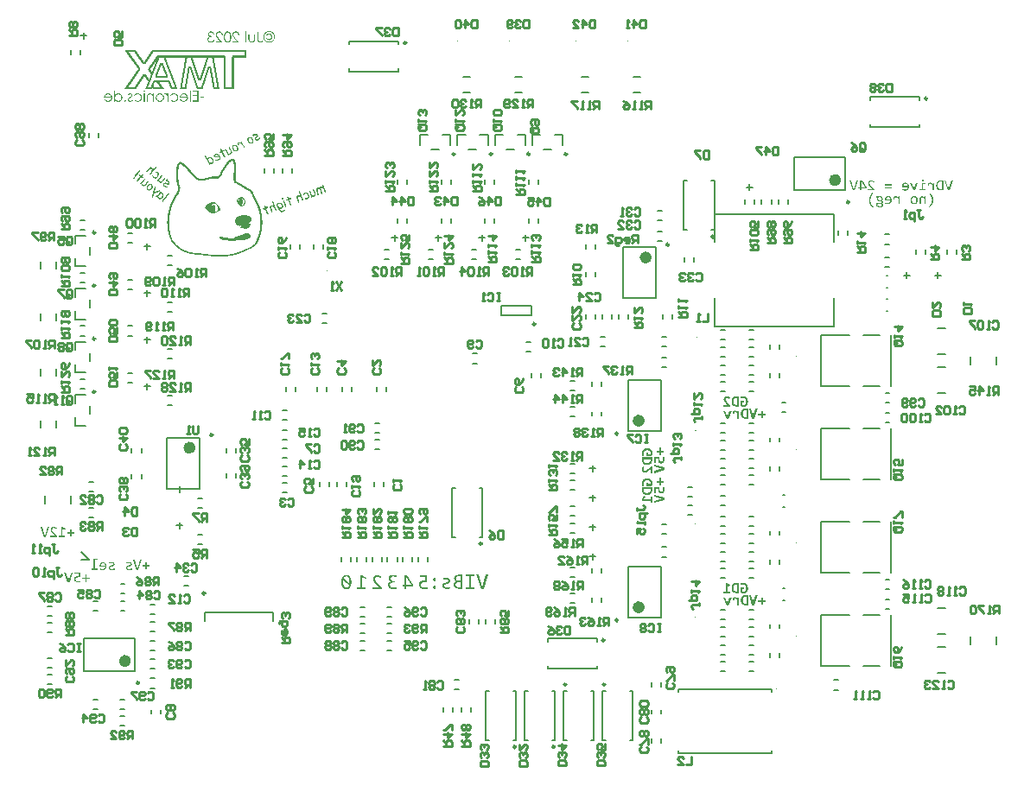
<source format=gbo>
G04*
G04 #@! TF.GenerationSoftware,Altium Limited,Altium Designer,22.8.2 (66)*
G04*
G04 Layer_Color=32896*
%FSLAX44Y44*%
%MOMM*%
G71*
G04*
G04 #@! TF.SameCoordinates,4CF88A4D-708D-413D-9FA9-C7E86D45AB9B*
G04*
G04*
G04 #@! TF.FilePolarity,Positive*
G04*
G01*
G75*
%ADD10C,0.2000*%
%ADD11C,0.6000*%
%ADD12C,0.2500*%
%ADD14C,0.2540*%
%ADD138C,0.1000*%
%ADD139C,0.1270*%
G36*
X715483Y1103614D02*
X715568D01*
Y1103530D01*
X715653D01*
Y1103445D01*
Y1103360D01*
Y1103275D01*
Y1103190D01*
Y1103105D01*
Y1103020D01*
Y1102935D01*
Y1102850D01*
Y1102765D01*
Y1102680D01*
Y1102595D01*
Y1102510D01*
Y1102425D01*
Y1102340D01*
Y1102256D01*
Y1102171D01*
Y1102086D01*
Y1102001D01*
Y1101916D01*
Y1101831D01*
Y1101746D01*
Y1101661D01*
Y1101576D01*
Y1101491D01*
Y1101406D01*
Y1101321D01*
Y1101236D01*
Y1101152D01*
Y1101067D01*
Y1100982D01*
Y1100897D01*
Y1100812D01*
Y1100727D01*
Y1100642D01*
Y1100557D01*
Y1100472D01*
Y1100387D01*
Y1100302D01*
Y1100217D01*
Y1100132D01*
Y1100047D01*
Y1099962D01*
Y1099877D01*
Y1099793D01*
Y1099708D01*
Y1099623D01*
Y1099538D01*
Y1099453D01*
Y1099368D01*
Y1099283D01*
Y1099198D01*
Y1099113D01*
Y1099028D01*
Y1098943D01*
Y1098858D01*
Y1098773D01*
Y1098689D01*
Y1098604D01*
Y1098519D01*
Y1098434D01*
Y1098349D01*
Y1098264D01*
Y1098179D01*
Y1098094D01*
Y1098009D01*
Y1097924D01*
Y1097839D01*
Y1097754D01*
Y1097669D01*
Y1097584D01*
Y1097499D01*
Y1097415D01*
Y1097330D01*
Y1097245D01*
Y1097160D01*
Y1097075D01*
Y1096990D01*
Y1096905D01*
Y1096820D01*
Y1096735D01*
Y1096650D01*
Y1096565D01*
Y1096480D01*
Y1096395D01*
Y1096311D01*
Y1096226D01*
X703593D01*
Y1096141D01*
Y1096056D01*
Y1095971D01*
Y1095886D01*
Y1095801D01*
Y1095716D01*
Y1095631D01*
Y1095546D01*
Y1095461D01*
Y1095376D01*
Y1095291D01*
Y1095206D01*
Y1095122D01*
Y1095037D01*
Y1094952D01*
Y1094867D01*
Y1094782D01*
Y1094697D01*
Y1094612D01*
Y1094527D01*
Y1094442D01*
Y1094357D01*
Y1094272D01*
Y1094187D01*
Y1094102D01*
Y1094017D01*
Y1093932D01*
Y1093848D01*
Y1093763D01*
Y1093678D01*
Y1093593D01*
Y1093508D01*
Y1093423D01*
Y1093338D01*
Y1093253D01*
Y1093168D01*
Y1093083D01*
Y1092998D01*
Y1092913D01*
Y1092828D01*
Y1092744D01*
Y1092658D01*
Y1092574D01*
Y1092489D01*
Y1092404D01*
Y1092319D01*
Y1092234D01*
Y1092149D01*
Y1092064D01*
Y1091979D01*
Y1091894D01*
Y1091809D01*
Y1091724D01*
Y1091639D01*
Y1091554D01*
Y1091469D01*
Y1091385D01*
Y1091300D01*
Y1091215D01*
Y1091130D01*
Y1091045D01*
Y1090960D01*
Y1090875D01*
Y1090790D01*
Y1090705D01*
Y1090620D01*
Y1090535D01*
Y1090450D01*
Y1090366D01*
Y1090281D01*
Y1090196D01*
Y1090111D01*
Y1090026D01*
Y1089941D01*
Y1089856D01*
Y1089771D01*
Y1089686D01*
Y1089601D01*
Y1089516D01*
Y1089431D01*
Y1089346D01*
Y1089261D01*
Y1089176D01*
Y1089091D01*
Y1089007D01*
Y1088922D01*
Y1088837D01*
Y1088752D01*
Y1088667D01*
Y1088582D01*
Y1088497D01*
Y1088412D01*
Y1088327D01*
Y1088242D01*
Y1088157D01*
Y1088072D01*
Y1087987D01*
Y1087903D01*
Y1087818D01*
Y1087733D01*
Y1087648D01*
Y1087563D01*
Y1087478D01*
Y1087393D01*
Y1087308D01*
Y1087223D01*
Y1087138D01*
Y1087053D01*
Y1086968D01*
Y1086883D01*
Y1086798D01*
Y1086713D01*
Y1086629D01*
Y1086544D01*
Y1086459D01*
Y1086374D01*
Y1086289D01*
Y1086204D01*
Y1086119D01*
Y1086034D01*
Y1085949D01*
Y1085864D01*
Y1085779D01*
Y1085694D01*
Y1085609D01*
Y1085525D01*
Y1085440D01*
Y1085355D01*
Y1085270D01*
Y1085185D01*
Y1085100D01*
Y1085015D01*
Y1084930D01*
Y1084845D01*
Y1084760D01*
Y1084675D01*
Y1084590D01*
Y1084505D01*
Y1084420D01*
Y1084335D01*
Y1084250D01*
Y1084166D01*
Y1084081D01*
Y1083996D01*
Y1083911D01*
Y1083826D01*
Y1083741D01*
Y1083656D01*
Y1083571D01*
Y1083486D01*
Y1083401D01*
Y1083316D01*
Y1083231D01*
Y1083146D01*
Y1083062D01*
Y1082977D01*
Y1082892D01*
Y1082807D01*
Y1082722D01*
Y1082637D01*
Y1082552D01*
Y1082467D01*
Y1082382D01*
Y1082297D01*
Y1082212D01*
Y1082127D01*
Y1082042D01*
Y1081957D01*
Y1081872D01*
Y1081788D01*
Y1081703D01*
Y1081618D01*
Y1081533D01*
Y1081448D01*
Y1081363D01*
Y1081278D01*
Y1081193D01*
Y1081108D01*
Y1081023D01*
Y1080938D01*
Y1080853D01*
Y1080768D01*
Y1080684D01*
Y1080599D01*
Y1080514D01*
Y1080429D01*
Y1080344D01*
Y1080259D01*
Y1080174D01*
Y1080089D01*
Y1080004D01*
Y1079919D01*
Y1079834D01*
Y1079749D01*
Y1079664D01*
Y1079579D01*
Y1079494D01*
Y1079410D01*
Y1079325D01*
Y1079240D01*
Y1079155D01*
Y1079070D01*
Y1078985D01*
Y1078900D01*
Y1078815D01*
Y1078730D01*
Y1078645D01*
Y1078560D01*
Y1078475D01*
Y1078390D01*
Y1078306D01*
Y1078221D01*
Y1078136D01*
Y1078051D01*
Y1077966D01*
Y1077881D01*
Y1077796D01*
Y1077711D01*
Y1077626D01*
Y1077541D01*
Y1077456D01*
Y1077371D01*
Y1077286D01*
Y1077201D01*
Y1077116D01*
Y1077031D01*
Y1076947D01*
Y1076862D01*
Y1076777D01*
Y1076692D01*
Y1076607D01*
Y1076522D01*
Y1076437D01*
Y1076352D01*
Y1076267D01*
Y1076182D01*
Y1076097D01*
Y1076012D01*
Y1075928D01*
Y1075843D01*
Y1075758D01*
Y1075673D01*
Y1075588D01*
Y1075503D01*
Y1075418D01*
Y1075333D01*
Y1075248D01*
Y1075163D01*
Y1075078D01*
Y1074993D01*
Y1074908D01*
Y1074823D01*
Y1074738D01*
Y1074653D01*
Y1074569D01*
Y1074484D01*
Y1074399D01*
Y1074314D01*
Y1074229D01*
Y1074144D01*
Y1074059D01*
Y1073974D01*
Y1073889D01*
Y1073804D01*
Y1073719D01*
Y1073634D01*
Y1073549D01*
Y1073465D01*
Y1073380D01*
Y1073295D01*
Y1073210D01*
Y1073125D01*
Y1073040D01*
Y1072955D01*
Y1072870D01*
Y1072785D01*
Y1072700D01*
Y1072615D01*
Y1072530D01*
Y1072445D01*
Y1072360D01*
Y1072275D01*
Y1072191D01*
Y1072106D01*
Y1072021D01*
Y1071936D01*
Y1071851D01*
Y1071766D01*
Y1071681D01*
Y1071596D01*
Y1071511D01*
Y1071426D01*
Y1071341D01*
Y1071256D01*
Y1071171D01*
Y1071087D01*
Y1071002D01*
Y1070917D01*
Y1070832D01*
Y1070747D01*
Y1070662D01*
Y1070577D01*
Y1070492D01*
Y1070407D01*
Y1070322D01*
Y1070237D01*
Y1070152D01*
Y1070067D01*
Y1069982D01*
Y1069898D01*
Y1069813D01*
Y1069728D01*
Y1069643D01*
Y1069558D01*
Y1069473D01*
Y1069388D01*
Y1069303D01*
Y1069218D01*
Y1069133D01*
Y1069048D01*
Y1068963D01*
Y1068878D01*
Y1068793D01*
Y1068708D01*
Y1068624D01*
Y1068539D01*
Y1068454D01*
Y1068369D01*
Y1068284D01*
Y1068199D01*
Y1068114D01*
Y1068029D01*
Y1067944D01*
Y1067859D01*
Y1067774D01*
Y1067689D01*
Y1067604D01*
Y1067520D01*
Y1067434D01*
Y1067350D01*
Y1067265D01*
Y1067180D01*
Y1067095D01*
Y1067010D01*
Y1066925D01*
Y1066840D01*
Y1066755D01*
Y1066670D01*
Y1066585D01*
Y1066500D01*
Y1066415D01*
Y1066330D01*
Y1066245D01*
Y1066161D01*
Y1066076D01*
Y1065991D01*
Y1065906D01*
Y1065821D01*
Y1065736D01*
Y1065651D01*
Y1065566D01*
Y1065481D01*
Y1065396D01*
Y1065311D01*
Y1065226D01*
Y1065141D01*
X693656D01*
Y1065226D01*
Y1065311D01*
Y1065396D01*
Y1065481D01*
Y1065566D01*
Y1065651D01*
Y1065736D01*
Y1065821D01*
Y1065906D01*
Y1065991D01*
Y1066076D01*
Y1066161D01*
Y1066245D01*
Y1066330D01*
Y1066415D01*
Y1066500D01*
Y1066585D01*
Y1066670D01*
Y1066755D01*
Y1066840D01*
Y1066925D01*
Y1067010D01*
Y1067095D01*
Y1067180D01*
Y1067265D01*
Y1067350D01*
Y1067434D01*
Y1067520D01*
Y1067604D01*
Y1067689D01*
Y1067774D01*
Y1067859D01*
Y1067944D01*
Y1068029D01*
Y1068114D01*
Y1068199D01*
Y1068284D01*
Y1068369D01*
Y1068454D01*
Y1068539D01*
Y1068624D01*
Y1068708D01*
Y1068793D01*
Y1068878D01*
Y1068963D01*
Y1069048D01*
Y1069133D01*
Y1069218D01*
Y1069303D01*
Y1069388D01*
Y1069473D01*
Y1069558D01*
Y1069643D01*
Y1069728D01*
Y1069813D01*
Y1069898D01*
Y1069982D01*
Y1070067D01*
Y1070152D01*
Y1070237D01*
Y1070322D01*
Y1070407D01*
Y1070492D01*
Y1070577D01*
Y1070662D01*
Y1070747D01*
Y1070832D01*
Y1070917D01*
Y1071002D01*
Y1071087D01*
Y1071171D01*
Y1071256D01*
Y1071341D01*
Y1071426D01*
Y1071511D01*
Y1071596D01*
Y1071681D01*
Y1071766D01*
Y1071851D01*
Y1071936D01*
Y1072021D01*
Y1072106D01*
Y1072191D01*
Y1072275D01*
Y1072360D01*
Y1072445D01*
Y1072530D01*
Y1072615D01*
Y1072700D01*
Y1072785D01*
Y1072870D01*
Y1072955D01*
Y1073040D01*
Y1073125D01*
Y1073210D01*
Y1073295D01*
Y1073380D01*
Y1073465D01*
Y1073549D01*
Y1073634D01*
Y1073719D01*
Y1073804D01*
Y1073889D01*
Y1073974D01*
Y1074059D01*
Y1074144D01*
Y1074229D01*
Y1074314D01*
Y1074399D01*
Y1074484D01*
Y1074569D01*
Y1074653D01*
Y1074738D01*
Y1074823D01*
Y1074908D01*
Y1074993D01*
Y1075078D01*
Y1075163D01*
Y1075248D01*
Y1075333D01*
Y1075418D01*
Y1075503D01*
Y1075588D01*
Y1075673D01*
Y1075758D01*
Y1075843D01*
Y1075928D01*
Y1076012D01*
Y1076097D01*
Y1076182D01*
Y1076267D01*
Y1076352D01*
Y1076437D01*
Y1076522D01*
Y1076607D01*
Y1076692D01*
Y1076777D01*
Y1076862D01*
Y1076947D01*
Y1077031D01*
Y1077116D01*
Y1077201D01*
Y1077286D01*
Y1077371D01*
Y1077456D01*
Y1077541D01*
Y1077626D01*
Y1077711D01*
Y1077796D01*
Y1077881D01*
Y1077966D01*
Y1078051D01*
Y1078136D01*
Y1078221D01*
Y1078306D01*
Y1078390D01*
Y1078475D01*
Y1078560D01*
Y1078645D01*
Y1078730D01*
Y1078815D01*
Y1078900D01*
Y1078985D01*
Y1079070D01*
Y1079155D01*
Y1079240D01*
Y1079325D01*
Y1079410D01*
Y1079494D01*
Y1079579D01*
Y1079664D01*
Y1079749D01*
Y1079834D01*
Y1079919D01*
Y1080004D01*
Y1080089D01*
Y1080174D01*
Y1080259D01*
Y1080344D01*
Y1080429D01*
Y1080514D01*
Y1080599D01*
Y1080684D01*
Y1080768D01*
Y1080853D01*
Y1080938D01*
Y1081023D01*
Y1081108D01*
Y1081193D01*
Y1081278D01*
Y1081363D01*
Y1081448D01*
Y1081533D01*
Y1081618D01*
Y1081703D01*
Y1081788D01*
Y1081872D01*
Y1081957D01*
Y1082042D01*
Y1082127D01*
Y1082212D01*
Y1082297D01*
Y1082382D01*
Y1082467D01*
Y1082552D01*
Y1082637D01*
Y1082722D01*
Y1082807D01*
Y1082892D01*
Y1082977D01*
Y1083062D01*
Y1083146D01*
Y1083231D01*
Y1083316D01*
Y1083401D01*
Y1083486D01*
Y1083571D01*
Y1083656D01*
Y1083741D01*
Y1083826D01*
Y1083911D01*
Y1083996D01*
Y1084081D01*
Y1084166D01*
Y1084250D01*
Y1084335D01*
Y1084420D01*
Y1084505D01*
Y1084590D01*
Y1084675D01*
Y1084760D01*
Y1084845D01*
Y1084930D01*
Y1085015D01*
Y1085100D01*
Y1085185D01*
Y1085270D01*
Y1085355D01*
Y1085440D01*
Y1085525D01*
Y1085609D01*
Y1085694D01*
Y1085779D01*
Y1085864D01*
Y1085949D01*
Y1086034D01*
Y1086119D01*
Y1086204D01*
Y1086289D01*
Y1086374D01*
Y1086459D01*
Y1086544D01*
Y1086629D01*
Y1086713D01*
Y1086798D01*
Y1086883D01*
Y1086968D01*
Y1087053D01*
Y1087138D01*
Y1087223D01*
Y1087308D01*
Y1087393D01*
Y1087478D01*
Y1087563D01*
Y1087648D01*
Y1087733D01*
Y1087818D01*
Y1087903D01*
Y1087987D01*
Y1088072D01*
Y1088157D01*
Y1088242D01*
Y1088327D01*
Y1088412D01*
Y1088497D01*
Y1088582D01*
Y1088667D01*
Y1088752D01*
Y1088837D01*
Y1088922D01*
Y1089007D01*
Y1089091D01*
Y1089176D01*
Y1089261D01*
Y1089346D01*
Y1089431D01*
Y1089516D01*
Y1089601D01*
Y1089686D01*
Y1089771D01*
Y1089856D01*
Y1089941D01*
Y1090026D01*
Y1090111D01*
Y1090196D01*
Y1090281D01*
Y1090366D01*
Y1090450D01*
Y1090535D01*
Y1090620D01*
Y1090705D01*
Y1090790D01*
Y1090875D01*
Y1090960D01*
Y1091045D01*
Y1091130D01*
Y1091215D01*
Y1091300D01*
Y1091385D01*
Y1091469D01*
Y1091554D01*
Y1091639D01*
Y1091724D01*
Y1091809D01*
Y1091894D01*
Y1091979D01*
Y1092064D01*
Y1092149D01*
Y1092234D01*
Y1092319D01*
Y1092404D01*
Y1092489D01*
Y1092574D01*
Y1092658D01*
Y1092744D01*
Y1092828D01*
Y1092913D01*
Y1092998D01*
Y1093083D01*
Y1093168D01*
Y1093253D01*
Y1093338D01*
Y1093423D01*
Y1093508D01*
Y1093593D01*
Y1093678D01*
Y1093763D01*
Y1093848D01*
Y1093932D01*
Y1094017D01*
Y1094102D01*
Y1094187D01*
Y1094272D01*
Y1094357D01*
Y1094442D01*
Y1094527D01*
Y1094612D01*
Y1094697D01*
Y1094782D01*
Y1094867D01*
Y1094952D01*
Y1095037D01*
Y1095122D01*
Y1095206D01*
Y1095291D01*
Y1095376D01*
Y1095461D01*
Y1095546D01*
Y1095631D01*
Y1095716D01*
Y1095801D01*
Y1095886D01*
Y1095971D01*
Y1096056D01*
Y1096141D01*
Y1096226D01*
X683889D01*
Y1096141D01*
Y1096056D01*
Y1095971D01*
Y1095886D01*
Y1095801D01*
Y1095716D01*
X683974D01*
Y1095631D01*
Y1095546D01*
Y1095461D01*
Y1095376D01*
Y1095291D01*
X684059D01*
Y1095206D01*
Y1095122D01*
Y1095037D01*
Y1094952D01*
Y1094867D01*
Y1094782D01*
X684144D01*
Y1094697D01*
Y1094612D01*
Y1094527D01*
Y1094442D01*
Y1094357D01*
X684229D01*
Y1094272D01*
Y1094187D01*
Y1094102D01*
Y1094017D01*
Y1093932D01*
Y1093848D01*
X684314D01*
Y1093763D01*
Y1093678D01*
Y1093593D01*
Y1093508D01*
Y1093423D01*
Y1093338D01*
X684399D01*
Y1093253D01*
Y1093168D01*
Y1093083D01*
Y1092998D01*
Y1092913D01*
X684484D01*
Y1092828D01*
Y1092744D01*
Y1092658D01*
Y1092574D01*
Y1092489D01*
Y1092404D01*
X684569D01*
Y1092319D01*
Y1092234D01*
Y1092149D01*
Y1092064D01*
Y1091979D01*
Y1091894D01*
Y1091809D01*
X684653D01*
Y1091724D01*
Y1091639D01*
Y1091554D01*
Y1091469D01*
Y1091385D01*
X684738D01*
Y1091300D01*
Y1091215D01*
Y1091130D01*
Y1091045D01*
Y1090960D01*
X684823D01*
Y1090875D01*
Y1090790D01*
Y1090705D01*
Y1090620D01*
Y1090535D01*
X684908D01*
Y1090450D01*
Y1090366D01*
Y1090281D01*
Y1090196D01*
Y1090111D01*
Y1090026D01*
Y1089941D01*
X684993D01*
Y1089856D01*
Y1089771D01*
Y1089686D01*
Y1089601D01*
Y1089516D01*
X685078D01*
Y1089431D01*
Y1089346D01*
Y1089261D01*
Y1089176D01*
Y1089091D01*
Y1089007D01*
Y1088922D01*
X685163D01*
Y1088837D01*
Y1088752D01*
Y1088667D01*
Y1088582D01*
X685248D01*
Y1088497D01*
Y1088412D01*
Y1088327D01*
Y1088242D01*
Y1088157D01*
X685333D01*
Y1088072D01*
Y1087987D01*
Y1087903D01*
Y1087818D01*
Y1087733D01*
Y1087648D01*
X685418D01*
Y1087563D01*
Y1087478D01*
Y1087393D01*
Y1087308D01*
Y1087223D01*
Y1087138D01*
Y1087053D01*
X685503D01*
Y1086968D01*
Y1086883D01*
Y1086798D01*
Y1086713D01*
X685588D01*
Y1086629D01*
Y1086544D01*
Y1086459D01*
Y1086374D01*
Y1086289D01*
Y1086204D01*
X685673D01*
Y1086119D01*
Y1086034D01*
Y1085949D01*
Y1085864D01*
Y1085779D01*
X685758D01*
Y1085694D01*
Y1085609D01*
Y1085525D01*
Y1085440D01*
Y1085355D01*
Y1085270D01*
Y1085185D01*
Y1085100D01*
X685843D01*
Y1085015D01*
Y1084930D01*
Y1084845D01*
Y1084760D01*
X685928D01*
Y1084675D01*
Y1084590D01*
Y1084505D01*
Y1084420D01*
Y1084335D01*
X686012D01*
Y1084250D01*
Y1084166D01*
Y1084081D01*
Y1083996D01*
Y1083911D01*
Y1083826D01*
X686097D01*
Y1083741D01*
Y1083656D01*
Y1083571D01*
Y1083486D01*
Y1083401D01*
X686182D01*
Y1083316D01*
Y1083231D01*
Y1083146D01*
Y1083062D01*
Y1082977D01*
Y1082892D01*
X686267D01*
Y1082807D01*
Y1082722D01*
Y1082637D01*
Y1082552D01*
Y1082467D01*
Y1082382D01*
X686352D01*
Y1082297D01*
Y1082212D01*
Y1082127D01*
Y1082042D01*
Y1081957D01*
X686437D01*
Y1081872D01*
Y1081788D01*
Y1081703D01*
Y1081618D01*
Y1081533D01*
Y1081448D01*
X686522D01*
Y1081363D01*
Y1081278D01*
Y1081193D01*
Y1081108D01*
Y1081023D01*
Y1080938D01*
X686607D01*
Y1080853D01*
Y1080768D01*
Y1080684D01*
Y1080599D01*
Y1080514D01*
Y1080429D01*
X686692D01*
Y1080344D01*
Y1080259D01*
Y1080174D01*
Y1080089D01*
Y1080004D01*
X686777D01*
Y1079919D01*
Y1079834D01*
Y1079749D01*
Y1079664D01*
Y1079579D01*
X686862D01*
Y1079494D01*
Y1079410D01*
Y1079325D01*
Y1079240D01*
Y1079155D01*
Y1079070D01*
X686947D01*
Y1078985D01*
Y1078900D01*
Y1078815D01*
Y1078730D01*
Y1078645D01*
Y1078560D01*
X687032D01*
Y1078475D01*
Y1078390D01*
Y1078306D01*
Y1078221D01*
Y1078136D01*
Y1078051D01*
X687116D01*
Y1077966D01*
Y1077881D01*
Y1077796D01*
Y1077711D01*
Y1077626D01*
Y1077541D01*
Y1077456D01*
X687201D01*
Y1077371D01*
Y1077286D01*
Y1077201D01*
X687286D01*
Y1077116D01*
Y1077031D01*
Y1076947D01*
Y1076862D01*
Y1076777D01*
Y1076692D01*
X687371D01*
Y1076607D01*
Y1076522D01*
Y1076437D01*
Y1076352D01*
Y1076267D01*
Y1076182D01*
X687456D01*
Y1076097D01*
Y1076012D01*
Y1075928D01*
Y1075843D01*
Y1075758D01*
X687541D01*
Y1075673D01*
Y1075588D01*
Y1075503D01*
Y1075418D01*
Y1075333D01*
Y1075248D01*
Y1075163D01*
X687626D01*
Y1075078D01*
Y1074993D01*
Y1074908D01*
Y1074823D01*
X687711D01*
Y1074738D01*
Y1074653D01*
Y1074569D01*
Y1074484D01*
Y1074399D01*
Y1074314D01*
Y1074229D01*
X687796D01*
Y1074144D01*
Y1074059D01*
Y1073974D01*
Y1073889D01*
Y1073804D01*
Y1073719D01*
X687881D01*
Y1073634D01*
Y1073549D01*
Y1073465D01*
Y1073380D01*
X687966D01*
Y1073295D01*
Y1073210D01*
Y1073125D01*
Y1073040D01*
Y1072955D01*
Y1072870D01*
X688051D01*
Y1072785D01*
Y1072700D01*
Y1072615D01*
Y1072530D01*
Y1072445D01*
X688136D01*
Y1072360D01*
Y1072275D01*
Y1072191D01*
Y1072106D01*
Y1072021D01*
Y1071936D01*
X688221D01*
Y1071851D01*
Y1071766D01*
Y1071681D01*
Y1071596D01*
Y1071511D01*
Y1071426D01*
X688306D01*
Y1071341D01*
Y1071256D01*
Y1071171D01*
Y1071087D01*
Y1071002D01*
Y1070917D01*
Y1070832D01*
X688390D01*
Y1070747D01*
Y1070662D01*
Y1070577D01*
Y1070492D01*
X688475D01*
Y1070407D01*
Y1070322D01*
Y1070237D01*
Y1070152D01*
Y1070067D01*
Y1069982D01*
X688560D01*
Y1069898D01*
Y1069813D01*
Y1069728D01*
Y1069643D01*
Y1069558D01*
X688645D01*
Y1069473D01*
Y1069388D01*
Y1069303D01*
Y1069218D01*
Y1069133D01*
Y1069048D01*
X688730D01*
Y1068963D01*
Y1068878D01*
Y1068793D01*
Y1068708D01*
Y1068624D01*
Y1068539D01*
X688815D01*
Y1068454D01*
Y1068369D01*
Y1068284D01*
Y1068199D01*
Y1068114D01*
X688900D01*
Y1068029D01*
Y1067944D01*
Y1067859D01*
Y1067774D01*
Y1067689D01*
X688985D01*
Y1067604D01*
Y1067520D01*
Y1067434D01*
Y1067350D01*
Y1067265D01*
Y1067180D01*
Y1067095D01*
Y1067010D01*
X689070D01*
Y1066925D01*
Y1066840D01*
Y1066755D01*
Y1066670D01*
X689155D01*
Y1066585D01*
Y1066500D01*
Y1066415D01*
Y1066330D01*
Y1066245D01*
X689240D01*
Y1066161D01*
Y1066076D01*
Y1065991D01*
Y1065906D01*
Y1065821D01*
Y1065736D01*
X689325D01*
Y1065651D01*
Y1065566D01*
Y1065481D01*
Y1065396D01*
Y1065311D01*
Y1065226D01*
Y1065141D01*
X683380D01*
Y1065226D01*
Y1065311D01*
Y1065396D01*
Y1065481D01*
X683295D01*
Y1065566D01*
Y1065651D01*
Y1065736D01*
Y1065821D01*
Y1065906D01*
Y1065991D01*
X683210D01*
Y1066076D01*
Y1066161D01*
Y1066245D01*
Y1066330D01*
Y1066415D01*
X683125D01*
Y1066500D01*
Y1066585D01*
Y1066670D01*
Y1066755D01*
Y1066840D01*
Y1066925D01*
X683040D01*
Y1067010D01*
Y1067095D01*
Y1067180D01*
Y1067265D01*
Y1067350D01*
Y1067434D01*
Y1067520D01*
X682955D01*
Y1067604D01*
Y1067689D01*
Y1067774D01*
Y1067859D01*
X682870D01*
Y1067944D01*
Y1068029D01*
Y1068114D01*
Y1068199D01*
Y1068284D01*
Y1068369D01*
X682785D01*
Y1068454D01*
Y1068539D01*
Y1068624D01*
Y1068708D01*
Y1068793D01*
Y1068878D01*
Y1068963D01*
X682700D01*
Y1069048D01*
Y1069133D01*
Y1069218D01*
Y1069303D01*
X682615D01*
Y1069388D01*
Y1069473D01*
Y1069558D01*
Y1069643D01*
Y1069728D01*
Y1069813D01*
X682530D01*
Y1069898D01*
Y1069982D01*
Y1070067D01*
Y1070152D01*
Y1070237D01*
X682445D01*
Y1070322D01*
Y1070407D01*
Y1070492D01*
Y1070577D01*
Y1070662D01*
Y1070747D01*
Y1070832D01*
X682361D01*
Y1070917D01*
Y1071002D01*
Y1071087D01*
Y1071171D01*
X682275D01*
Y1071256D01*
Y1071341D01*
Y1071426D01*
Y1071511D01*
Y1071596D01*
Y1071681D01*
X682191D01*
Y1071766D01*
Y1071851D01*
Y1071936D01*
Y1072021D01*
Y1072106D01*
Y1072191D01*
X682106D01*
Y1072275D01*
Y1072360D01*
Y1072445D01*
Y1072530D01*
Y1072615D01*
X682021D01*
Y1072700D01*
Y1072785D01*
Y1072870D01*
Y1072955D01*
Y1073040D01*
Y1073125D01*
X681936D01*
Y1073210D01*
Y1073295D01*
Y1073380D01*
Y1073465D01*
Y1073549D01*
X681851D01*
Y1073634D01*
Y1073719D01*
Y1073804D01*
Y1073889D01*
Y1073974D01*
Y1074059D01*
Y1074144D01*
Y1074229D01*
X681766D01*
Y1074314D01*
Y1074399D01*
Y1074484D01*
X681681D01*
Y1074569D01*
Y1074653D01*
Y1074738D01*
Y1074823D01*
Y1074908D01*
Y1074993D01*
X681596D01*
Y1075078D01*
Y1075163D01*
Y1075248D01*
Y1075333D01*
Y1075418D01*
Y1075503D01*
Y1075588D01*
Y1075673D01*
X681511D01*
Y1075758D01*
Y1075843D01*
Y1075928D01*
Y1076012D01*
X681426D01*
Y1076097D01*
Y1076182D01*
Y1076267D01*
Y1076352D01*
Y1076437D01*
X681341D01*
Y1076522D01*
Y1076607D01*
Y1076692D01*
Y1076777D01*
Y1076862D01*
Y1076947D01*
X681256D01*
Y1077031D01*
Y1077116D01*
Y1077201D01*
Y1077286D01*
Y1077371D01*
Y1077456D01*
Y1077541D01*
X681171D01*
Y1077626D01*
Y1077711D01*
Y1077796D01*
Y1077881D01*
X681087D01*
Y1077966D01*
Y1078051D01*
Y1078136D01*
Y1078221D01*
Y1078306D01*
Y1078390D01*
X681002D01*
Y1078475D01*
Y1078560D01*
Y1078645D01*
Y1078730D01*
Y1078815D01*
Y1078900D01*
X680917D01*
Y1078985D01*
Y1079070D01*
Y1079155D01*
Y1079240D01*
Y1079325D01*
X680832D01*
Y1079410D01*
Y1079494D01*
Y1079579D01*
Y1079664D01*
Y1079749D01*
Y1079834D01*
Y1079919D01*
X680747D01*
Y1080004D01*
Y1080089D01*
Y1080174D01*
Y1080259D01*
X680662D01*
Y1080344D01*
Y1080429D01*
Y1080514D01*
Y1080599D01*
Y1080684D01*
Y1080768D01*
X680577D01*
Y1080853D01*
Y1080938D01*
Y1081023D01*
Y1081108D01*
Y1081193D01*
X680492D01*
Y1081278D01*
Y1081363D01*
Y1081448D01*
Y1081533D01*
Y1081618D01*
Y1081703D01*
X680407D01*
Y1081788D01*
Y1081872D01*
Y1081957D01*
Y1082042D01*
Y1082127D01*
Y1082212D01*
X680322D01*
Y1082297D01*
Y1082382D01*
Y1082467D01*
Y1082552D01*
Y1082637D01*
X680237D01*
Y1082722D01*
Y1082807D01*
Y1082892D01*
Y1082977D01*
Y1083062D01*
Y1083146D01*
Y1083231D01*
X680152D01*
Y1083316D01*
Y1083401D01*
Y1083486D01*
Y1083571D01*
X680067D01*
Y1083656D01*
Y1083741D01*
Y1083826D01*
Y1083911D01*
Y1083996D01*
Y1084081D01*
X679982D01*
Y1084166D01*
Y1084250D01*
Y1084335D01*
Y1084420D01*
Y1084505D01*
X679898D01*
Y1084590D01*
Y1084675D01*
Y1084760D01*
Y1084845D01*
Y1084930D01*
Y1085015D01*
X679813D01*
Y1085100D01*
Y1085185D01*
Y1085270D01*
Y1085355D01*
Y1085440D01*
Y1085525D01*
Y1085609D01*
X679558D01*
Y1085525D01*
Y1085440D01*
X679473D01*
Y1085355D01*
Y1085270D01*
X679388D01*
Y1085185D01*
Y1085100D01*
Y1085015D01*
Y1084930D01*
Y1084845D01*
X679303D01*
Y1084760D01*
Y1084675D01*
Y1084590D01*
X679218D01*
Y1084505D01*
Y1084420D01*
X679133D01*
Y1084335D01*
Y1084250D01*
Y1084166D01*
Y1084081D01*
X679048D01*
Y1083996D01*
Y1083911D01*
X678963D01*
Y1083826D01*
Y1083741D01*
Y1083656D01*
X678878D01*
Y1083571D01*
Y1083486D01*
Y1083401D01*
Y1083316D01*
X678793D01*
Y1083231D01*
Y1083146D01*
X678708D01*
Y1083062D01*
Y1082977D01*
Y1082892D01*
Y1082807D01*
X678624D01*
Y1082722D01*
Y1082637D01*
X678539D01*
Y1082552D01*
Y1082467D01*
Y1082382D01*
X678454D01*
Y1082297D01*
Y1082212D01*
Y1082127D01*
Y1082042D01*
X678369D01*
Y1081957D01*
Y1081872D01*
Y1081788D01*
X678284D01*
Y1081703D01*
Y1081618D01*
X678199D01*
Y1081533D01*
Y1081448D01*
Y1081363D01*
X678114D01*
Y1081278D01*
Y1081193D01*
Y1081108D01*
X678029D01*
Y1081023D01*
Y1080938D01*
Y1080853D01*
Y1080768D01*
X677944D01*
Y1080684D01*
Y1080599D01*
X677859D01*
Y1080514D01*
Y1080429D01*
Y1080344D01*
Y1080259D01*
X677774D01*
Y1080174D01*
Y1080089D01*
Y1080004D01*
X677689D01*
Y1079919D01*
Y1079834D01*
X677604D01*
Y1079749D01*
Y1079664D01*
Y1079579D01*
X677520D01*
Y1079494D01*
Y1079410D01*
Y1079325D01*
Y1079240D01*
X677435D01*
Y1079155D01*
Y1079070D01*
Y1078985D01*
X677350D01*
Y1078900D01*
Y1078815D01*
Y1078730D01*
X677265D01*
Y1078645D01*
Y1078560D01*
Y1078475D01*
X677180D01*
Y1078390D01*
Y1078306D01*
Y1078221D01*
X677095D01*
Y1078136D01*
Y1078051D01*
Y1077966D01*
X677010D01*
Y1077881D01*
Y1077796D01*
X676925D01*
Y1077711D01*
Y1077626D01*
Y1077541D01*
X676840D01*
Y1077456D01*
Y1077371D01*
Y1077286D01*
Y1077201D01*
X676755D01*
Y1077116D01*
Y1077031D01*
Y1076947D01*
X676670D01*
Y1076862D01*
X676585D01*
Y1076777D01*
Y1076692D01*
Y1076607D01*
X676500D01*
Y1076522D01*
Y1076437D01*
Y1076352D01*
Y1076267D01*
X676415D01*
Y1076182D01*
Y1076097D01*
Y1076012D01*
Y1075928D01*
X676330D01*
Y1075843D01*
X676245D01*
Y1075758D01*
Y1075673D01*
Y1075588D01*
Y1075503D01*
Y1075418D01*
X676161D01*
Y1075333D01*
Y1075248D01*
Y1075163D01*
X676076D01*
Y1075078D01*
Y1074993D01*
Y1074908D01*
X675991D01*
Y1074823D01*
Y1074738D01*
Y1074653D01*
X675906D01*
Y1074569D01*
Y1074484D01*
Y1074399D01*
X675821D01*
Y1074314D01*
Y1074229D01*
X675736D01*
Y1074144D01*
Y1074059D01*
Y1073974D01*
Y1073889D01*
X675651D01*
Y1073804D01*
Y1073719D01*
Y1073634D01*
X675566D01*
Y1073549D01*
Y1073465D01*
Y1073380D01*
X675481D01*
Y1073295D01*
Y1073210D01*
Y1073125D01*
X675396D01*
Y1073040D01*
Y1072955D01*
Y1072870D01*
X675311D01*
Y1072785D01*
Y1072700D01*
Y1072615D01*
X675226D01*
Y1072530D01*
Y1072445D01*
X675142D01*
Y1072360D01*
Y1072275D01*
Y1072191D01*
Y1072106D01*
X675057D01*
Y1072021D01*
Y1071936D01*
Y1071851D01*
X674972D01*
Y1071766D01*
Y1071681D01*
Y1071596D01*
X674887D01*
Y1071511D01*
Y1071426D01*
Y1071341D01*
X674802D01*
Y1071256D01*
Y1071171D01*
Y1071087D01*
X674717D01*
Y1071002D01*
Y1070917D01*
Y1070832D01*
X674632D01*
Y1070747D01*
Y1070662D01*
Y1070577D01*
X674547D01*
Y1070492D01*
Y1070407D01*
Y1070322D01*
X674462D01*
Y1070237D01*
Y1070152D01*
Y1070067D01*
X674377D01*
Y1069982D01*
Y1069898D01*
Y1069813D01*
X674292D01*
Y1069728D01*
Y1069643D01*
Y1069558D01*
X674207D01*
Y1069473D01*
Y1069388D01*
Y1069303D01*
X674122D01*
Y1069218D01*
Y1069133D01*
Y1069048D01*
X674037D01*
Y1068963D01*
Y1068878D01*
X673952D01*
Y1068793D01*
Y1068708D01*
Y1068624D01*
Y1068539D01*
X673867D01*
Y1068454D01*
Y1068369D01*
X673783D01*
Y1068284D01*
Y1068199D01*
Y1068114D01*
Y1068029D01*
X673698D01*
Y1067944D01*
Y1067859D01*
Y1067774D01*
X673613D01*
Y1067689D01*
X673528D01*
Y1067604D01*
Y1067520D01*
Y1067434D01*
Y1067350D01*
X673443D01*
Y1067265D01*
Y1067180D01*
Y1067095D01*
Y1067010D01*
X673358D01*
Y1066925D01*
Y1066840D01*
Y1066755D01*
X673273D01*
Y1066670D01*
Y1066585D01*
Y1066500D01*
X673188D01*
Y1066415D01*
Y1066330D01*
Y1066245D01*
X673103D01*
Y1066161D01*
Y1066076D01*
X673018D01*
Y1065991D01*
Y1065906D01*
Y1065821D01*
Y1065736D01*
X672933D01*
Y1065651D01*
Y1065566D01*
Y1065481D01*
X672848D01*
Y1065396D01*
Y1065311D01*
Y1065226D01*
X672763D01*
Y1065141D01*
X667243D01*
Y1065226D01*
Y1065311D01*
Y1065396D01*
X667158D01*
Y1065481D01*
Y1065566D01*
X667073D01*
Y1065651D01*
Y1065736D01*
Y1065821D01*
X666988D01*
Y1065906D01*
Y1065991D01*
Y1066076D01*
Y1066161D01*
X666903D01*
Y1066245D01*
Y1066330D01*
X666818D01*
Y1066415D01*
Y1066500D01*
Y1066585D01*
Y1066670D01*
X666733D01*
Y1066755D01*
Y1066840D01*
X666648D01*
Y1066925D01*
Y1067010D01*
Y1067095D01*
X666564D01*
Y1067180D01*
Y1067265D01*
Y1067350D01*
Y1067434D01*
X666479D01*
Y1067520D01*
Y1067604D01*
X666394D01*
Y1067689D01*
Y1067774D01*
Y1067859D01*
X666309D01*
Y1067944D01*
Y1068029D01*
Y1068114D01*
X666224D01*
Y1068199D01*
Y1068284D01*
Y1068369D01*
X666139D01*
Y1068454D01*
Y1068539D01*
Y1068624D01*
X666054D01*
Y1068708D01*
Y1068793D01*
Y1068878D01*
X665969D01*
Y1068963D01*
Y1069048D01*
Y1069133D01*
X665884D01*
Y1069218D01*
Y1069303D01*
Y1069388D01*
Y1069473D01*
X665799D01*
Y1069558D01*
Y1069643D01*
X665714D01*
Y1069728D01*
Y1069813D01*
Y1069898D01*
X665629D01*
Y1069982D01*
Y1070067D01*
Y1070152D01*
X665544D01*
Y1070237D01*
Y1070322D01*
Y1070407D01*
X665460D01*
Y1070492D01*
Y1070577D01*
Y1070662D01*
X665375D01*
Y1070747D01*
Y1070832D01*
Y1070917D01*
X665290D01*
Y1071002D01*
Y1071087D01*
Y1071171D01*
X665205D01*
Y1071256D01*
Y1071341D01*
Y1071426D01*
X665120D01*
Y1071511D01*
Y1071596D01*
Y1071681D01*
X665035D01*
Y1071766D01*
Y1071851D01*
Y1071936D01*
X664950D01*
Y1072021D01*
Y1072106D01*
Y1072191D01*
X664865D01*
Y1072275D01*
Y1072360D01*
Y1072445D01*
X664780D01*
Y1072530D01*
Y1072615D01*
Y1072700D01*
X664695D01*
Y1072785D01*
Y1072870D01*
Y1072955D01*
X664610D01*
Y1073040D01*
Y1073125D01*
Y1073210D01*
X664525D01*
Y1073295D01*
Y1073380D01*
Y1073465D01*
Y1073549D01*
X664440D01*
Y1073634D01*
Y1073719D01*
X664355D01*
Y1073804D01*
Y1073889D01*
Y1073974D01*
X664270D01*
Y1074059D01*
Y1074144D01*
Y1074229D01*
X664186D01*
Y1074314D01*
Y1074399D01*
Y1074484D01*
X664101D01*
Y1074569D01*
Y1074653D01*
Y1074738D01*
X664016D01*
Y1074823D01*
Y1074908D01*
Y1074993D01*
X663931D01*
Y1075078D01*
Y1075163D01*
Y1075248D01*
X663846D01*
Y1075333D01*
Y1075418D01*
Y1075503D01*
Y1075588D01*
X663761D01*
Y1075673D01*
Y1075758D01*
X663676D01*
Y1075843D01*
Y1075928D01*
Y1076012D01*
X663591D01*
Y1076097D01*
Y1076182D01*
Y1076267D01*
Y1076352D01*
X663506D01*
Y1076437D01*
Y1076522D01*
X663421D01*
Y1076607D01*
Y1076692D01*
Y1076777D01*
X663336D01*
Y1076862D01*
Y1076947D01*
Y1077031D01*
Y1077116D01*
X663251D01*
Y1077201D01*
Y1077286D01*
X663166D01*
Y1077371D01*
Y1077456D01*
Y1077541D01*
X663082D01*
Y1077626D01*
Y1077711D01*
Y1077796D01*
X662997D01*
Y1077881D01*
Y1077966D01*
Y1078051D01*
Y1078136D01*
X662912D01*
Y1078221D01*
Y1078306D01*
X662827D01*
Y1078390D01*
Y1078475D01*
Y1078560D01*
X662742D01*
Y1078645D01*
Y1078730D01*
Y1078815D01*
X662657D01*
Y1078900D01*
Y1078985D01*
Y1079070D01*
Y1079155D01*
X662572D01*
Y1079240D01*
Y1079325D01*
X662487D01*
Y1079410D01*
Y1079494D01*
Y1079579D01*
Y1079664D01*
X662402D01*
Y1079749D01*
Y1079834D01*
X662317D01*
Y1079919D01*
Y1080004D01*
Y1080089D01*
Y1080174D01*
X662232D01*
Y1080259D01*
Y1080344D01*
X662147D01*
Y1080429D01*
Y1080514D01*
Y1080599D01*
X662062D01*
Y1080684D01*
Y1080768D01*
X661977D01*
Y1080853D01*
Y1080938D01*
Y1081023D01*
Y1081108D01*
X661892D01*
Y1081193D01*
Y1081278D01*
Y1081363D01*
X661808D01*
Y1081448D01*
Y1081533D01*
Y1081618D01*
Y1081703D01*
X661723D01*
Y1081788D01*
Y1081872D01*
X661638D01*
Y1081957D01*
Y1082042D01*
Y1082127D01*
X661553D01*
Y1082212D01*
Y1082297D01*
Y1082382D01*
X661468D01*
Y1082467D01*
Y1082552D01*
Y1082637D01*
X661383D01*
Y1082722D01*
Y1082807D01*
X661298D01*
Y1082892D01*
Y1082977D01*
Y1083062D01*
Y1083146D01*
X661213D01*
Y1083231D01*
Y1083316D01*
Y1083401D01*
X661128D01*
Y1083486D01*
Y1083571D01*
Y1083656D01*
X661043D01*
Y1083741D01*
Y1083826D01*
Y1083911D01*
X660958D01*
Y1083996D01*
Y1084081D01*
Y1084166D01*
X660873D01*
Y1084250D01*
Y1084335D01*
X660788D01*
Y1084420D01*
Y1084505D01*
Y1084590D01*
X660704D01*
Y1084675D01*
Y1084760D01*
Y1084845D01*
Y1084930D01*
Y1085015D01*
X660619D01*
Y1085100D01*
X660534D01*
Y1085185D01*
Y1085270D01*
Y1085355D01*
X660449D01*
Y1085440D01*
X660194D01*
Y1085355D01*
Y1085270D01*
Y1085185D01*
Y1085100D01*
Y1085015D01*
Y1084930D01*
X660109D01*
Y1084845D01*
Y1084760D01*
Y1084675D01*
Y1084590D01*
X660024D01*
Y1084505D01*
Y1084420D01*
Y1084335D01*
Y1084250D01*
Y1084166D01*
Y1084081D01*
Y1083996D01*
X659939D01*
Y1083911D01*
Y1083826D01*
Y1083741D01*
Y1083656D01*
Y1083571D01*
Y1083486D01*
X659854D01*
Y1083401D01*
Y1083316D01*
Y1083231D01*
Y1083146D01*
Y1083062D01*
Y1082977D01*
X659769D01*
Y1082892D01*
Y1082807D01*
Y1082722D01*
Y1082637D01*
Y1082552D01*
Y1082467D01*
X659684D01*
Y1082382D01*
Y1082297D01*
Y1082212D01*
Y1082127D01*
Y1082042D01*
X659599D01*
Y1081957D01*
Y1081872D01*
Y1081788D01*
Y1081703D01*
Y1081618D01*
X659514D01*
Y1081533D01*
Y1081448D01*
Y1081363D01*
Y1081278D01*
Y1081193D01*
Y1081108D01*
Y1081023D01*
X659429D01*
Y1080938D01*
Y1080853D01*
Y1080768D01*
Y1080684D01*
Y1080599D01*
Y1080514D01*
X659345D01*
Y1080429D01*
Y1080344D01*
Y1080259D01*
Y1080174D01*
Y1080089D01*
Y1080004D01*
X659260D01*
Y1079919D01*
Y1079834D01*
Y1079749D01*
Y1079664D01*
Y1079579D01*
Y1079494D01*
X659175D01*
Y1079410D01*
Y1079325D01*
Y1079240D01*
Y1079155D01*
X659090D01*
Y1079070D01*
Y1078985D01*
Y1078900D01*
Y1078815D01*
Y1078730D01*
Y1078645D01*
Y1078560D01*
Y1078475D01*
X659005D01*
Y1078390D01*
Y1078306D01*
Y1078221D01*
Y1078136D01*
Y1078051D01*
Y1077966D01*
X658920D01*
Y1077881D01*
Y1077796D01*
Y1077711D01*
Y1077626D01*
Y1077541D01*
X658835D01*
Y1077456D01*
Y1077371D01*
Y1077286D01*
Y1077201D01*
Y1077116D01*
Y1077031D01*
X658750D01*
Y1076947D01*
Y1076862D01*
Y1076777D01*
Y1076692D01*
Y1076607D01*
Y1076522D01*
X658665D01*
Y1076437D01*
Y1076352D01*
Y1076267D01*
Y1076182D01*
Y1076097D01*
Y1076012D01*
X658580D01*
Y1075928D01*
Y1075843D01*
Y1075758D01*
Y1075673D01*
Y1075588D01*
Y1075503D01*
X658495D01*
Y1075418D01*
Y1075333D01*
Y1075248D01*
Y1075163D01*
X658410D01*
Y1075078D01*
Y1074993D01*
Y1074908D01*
Y1074823D01*
Y1074738D01*
Y1074653D01*
Y1074569D01*
Y1074484D01*
X658326D01*
Y1074399D01*
Y1074314D01*
Y1074229D01*
Y1074144D01*
X658241D01*
Y1074059D01*
Y1073974D01*
Y1073889D01*
Y1073804D01*
Y1073719D01*
Y1073634D01*
X658156D01*
Y1073549D01*
Y1073465D01*
Y1073380D01*
Y1073295D01*
Y1073210D01*
Y1073125D01*
Y1073040D01*
X658071D01*
Y1072955D01*
Y1072870D01*
Y1072785D01*
Y1072700D01*
Y1072615D01*
Y1072530D01*
X657986D01*
Y1072445D01*
Y1072360D01*
Y1072275D01*
Y1072191D01*
Y1072106D01*
Y1072021D01*
X657901D01*
Y1071936D01*
Y1071851D01*
Y1071766D01*
Y1071681D01*
X657816D01*
Y1071596D01*
Y1071511D01*
Y1071426D01*
Y1071341D01*
Y1071256D01*
Y1071171D01*
Y1071087D01*
X657731D01*
Y1071002D01*
Y1070917D01*
Y1070832D01*
Y1070747D01*
Y1070662D01*
Y1070577D01*
Y1070492D01*
X657646D01*
Y1070407D01*
Y1070322D01*
Y1070237D01*
Y1070152D01*
Y1070067D01*
Y1069982D01*
X657561D01*
Y1069898D01*
Y1069813D01*
Y1069728D01*
Y1069643D01*
Y1069558D01*
Y1069473D01*
X657476D01*
Y1069388D01*
Y1069303D01*
Y1069218D01*
Y1069133D01*
Y1069048D01*
X657391D01*
Y1068963D01*
Y1068878D01*
Y1068793D01*
Y1068708D01*
Y1068624D01*
Y1068539D01*
X657306D01*
Y1068454D01*
Y1068369D01*
Y1068284D01*
Y1068199D01*
Y1068114D01*
Y1068029D01*
X657221D01*
Y1067944D01*
Y1067859D01*
Y1067774D01*
Y1067689D01*
Y1067604D01*
Y1067520D01*
X657137D01*
Y1067434D01*
Y1067350D01*
Y1067265D01*
Y1067180D01*
Y1067095D01*
Y1067010D01*
X657051D01*
Y1066925D01*
Y1066840D01*
Y1066755D01*
Y1066670D01*
X656967D01*
Y1066585D01*
Y1066500D01*
Y1066415D01*
Y1066330D01*
Y1066245D01*
Y1066161D01*
Y1066076D01*
X656882D01*
Y1065991D01*
Y1065906D01*
Y1065821D01*
Y1065736D01*
Y1065651D01*
Y1065566D01*
X656797D01*
Y1065481D01*
Y1065396D01*
Y1065311D01*
Y1065226D01*
Y1065141D01*
X650852D01*
Y1065226D01*
Y1065311D01*
Y1065396D01*
Y1065481D01*
Y1065566D01*
Y1065651D01*
Y1065736D01*
X650937D01*
Y1065821D01*
Y1065906D01*
Y1065991D01*
Y1066076D01*
Y1066161D01*
Y1066245D01*
X651022D01*
Y1066330D01*
Y1066415D01*
Y1066500D01*
Y1066585D01*
X651106D01*
Y1066670D01*
Y1066755D01*
Y1066840D01*
Y1066925D01*
Y1067010D01*
Y1067095D01*
Y1067180D01*
Y1067265D01*
X651191D01*
Y1067350D01*
Y1067434D01*
Y1067520D01*
Y1067604D01*
X651276D01*
Y1067689D01*
Y1067774D01*
Y1067859D01*
Y1067944D01*
Y1068029D01*
Y1068114D01*
Y1068199D01*
X651361D01*
Y1068284D01*
Y1068369D01*
Y1068454D01*
Y1068539D01*
Y1068624D01*
Y1068708D01*
Y1068793D01*
X651446D01*
Y1068878D01*
Y1068963D01*
Y1069048D01*
Y1069133D01*
X651531D01*
Y1069218D01*
Y1069303D01*
Y1069388D01*
Y1069473D01*
Y1069558D01*
Y1069643D01*
Y1069728D01*
X651616D01*
Y1069813D01*
Y1069898D01*
Y1069982D01*
Y1070067D01*
Y1070152D01*
Y1070237D01*
X651701D01*
Y1070322D01*
Y1070407D01*
Y1070492D01*
Y1070577D01*
Y1070662D01*
X651786D01*
Y1070747D01*
Y1070832D01*
Y1070917D01*
Y1071002D01*
Y1071087D01*
X651871D01*
Y1071171D01*
Y1071256D01*
Y1071341D01*
Y1071426D01*
Y1071511D01*
Y1071596D01*
X651956D01*
Y1071681D01*
Y1071766D01*
Y1071851D01*
Y1071936D01*
Y1072021D01*
Y1072106D01*
Y1072191D01*
Y1072275D01*
X652041D01*
Y1072360D01*
Y1072445D01*
Y1072530D01*
Y1072615D01*
Y1072700D01*
X652126D01*
Y1072785D01*
Y1072870D01*
Y1072955D01*
Y1073040D01*
Y1073125D01*
Y1073210D01*
X652210D01*
Y1073295D01*
Y1073380D01*
Y1073465D01*
Y1073549D01*
Y1073634D01*
X652296D01*
Y1073719D01*
Y1073804D01*
Y1073889D01*
Y1073974D01*
Y1074059D01*
Y1074144D01*
Y1074229D01*
X652380D01*
Y1074314D01*
Y1074399D01*
Y1074484D01*
Y1074569D01*
Y1074653D01*
Y1074738D01*
X652465D01*
Y1074823D01*
Y1074908D01*
Y1074993D01*
Y1075078D01*
Y1075163D01*
X652550D01*
Y1075248D01*
Y1075333D01*
Y1075418D01*
Y1075503D01*
Y1075588D01*
Y1075673D01*
Y1075758D01*
X652635D01*
Y1075843D01*
Y1075928D01*
Y1076012D01*
Y1076097D01*
Y1076182D01*
Y1076267D01*
X652720D01*
Y1076352D01*
Y1076437D01*
Y1076522D01*
Y1076607D01*
Y1076692D01*
X652805D01*
Y1076777D01*
Y1076862D01*
Y1076947D01*
Y1077031D01*
Y1077116D01*
Y1077201D01*
X652890D01*
Y1077286D01*
Y1077371D01*
Y1077456D01*
Y1077541D01*
Y1077626D01*
Y1077711D01*
X652975D01*
Y1077796D01*
Y1077881D01*
Y1077966D01*
Y1078051D01*
Y1078136D01*
Y1078221D01*
X653060D01*
Y1078306D01*
Y1078390D01*
Y1078475D01*
Y1078560D01*
Y1078645D01*
Y1078730D01*
X653145D01*
Y1078815D01*
Y1078900D01*
Y1078985D01*
Y1079070D01*
X653230D01*
Y1079155D01*
Y1079240D01*
Y1079325D01*
Y1079410D01*
Y1079494D01*
Y1079579D01*
Y1079664D01*
Y1079749D01*
X653315D01*
Y1079834D01*
Y1079919D01*
Y1080004D01*
Y1080089D01*
Y1080174D01*
Y1080259D01*
X653400D01*
Y1080344D01*
Y1080429D01*
Y1080514D01*
Y1080599D01*
Y1080684D01*
X653484D01*
Y1080768D01*
Y1080853D01*
Y1080938D01*
Y1081023D01*
X653569D01*
Y1081108D01*
Y1081193D01*
Y1081278D01*
Y1081363D01*
Y1081448D01*
Y1081533D01*
X653654D01*
Y1081618D01*
Y1081703D01*
Y1081788D01*
Y1081872D01*
Y1081957D01*
Y1082042D01*
Y1082127D01*
Y1082212D01*
X653739D01*
Y1082297D01*
Y1082382D01*
Y1082467D01*
Y1082552D01*
Y1082637D01*
X653824D01*
Y1082722D01*
Y1082807D01*
Y1082892D01*
Y1082977D01*
Y1083062D01*
Y1083146D01*
Y1083231D01*
X653909D01*
Y1083316D01*
Y1083401D01*
Y1083486D01*
Y1083571D01*
Y1083656D01*
Y1083741D01*
X653994D01*
Y1083826D01*
Y1083911D01*
Y1083996D01*
Y1084081D01*
Y1084166D01*
X654079D01*
Y1084250D01*
Y1084335D01*
Y1084420D01*
Y1084505D01*
Y1084590D01*
Y1084675D01*
X654164D01*
Y1084760D01*
Y1084845D01*
Y1084930D01*
Y1085015D01*
Y1085100D01*
Y1085185D01*
X654249D01*
Y1085270D01*
Y1085355D01*
Y1085440D01*
Y1085525D01*
Y1085609D01*
Y1085694D01*
X654334D01*
Y1085779D01*
Y1085864D01*
Y1085949D01*
Y1086034D01*
X654419D01*
Y1086119D01*
Y1086204D01*
Y1086289D01*
Y1086374D01*
Y1086459D01*
Y1086544D01*
Y1086629D01*
Y1086713D01*
X654504D01*
Y1086798D01*
Y1086883D01*
Y1086968D01*
Y1087053D01*
X654589D01*
Y1087138D01*
Y1087223D01*
Y1087308D01*
Y1087393D01*
Y1087478D01*
Y1087563D01*
X654673D01*
Y1087648D01*
Y1087733D01*
Y1087818D01*
Y1087903D01*
Y1087987D01*
Y1088072D01*
Y1088157D01*
X654758D01*
Y1088242D01*
Y1088327D01*
Y1088412D01*
Y1088497D01*
X654843D01*
Y1088582D01*
Y1088667D01*
Y1088752D01*
Y1088837D01*
Y1088922D01*
Y1089007D01*
Y1089091D01*
Y1089176D01*
X654928D01*
Y1089261D01*
Y1089346D01*
Y1089431D01*
Y1089516D01*
Y1089601D01*
X655013D01*
Y1089686D01*
Y1089771D01*
Y1089856D01*
Y1089941D01*
Y1090026D01*
X655098D01*
Y1090111D01*
Y1090196D01*
Y1090281D01*
Y1090366D01*
Y1090450D01*
Y1090535D01*
Y1090620D01*
Y1090705D01*
X655183D01*
Y1090790D01*
Y1090875D01*
Y1090960D01*
Y1091045D01*
Y1091130D01*
Y1091215D01*
X655268D01*
Y1091300D01*
Y1091385D01*
Y1091469D01*
Y1091554D01*
Y1091639D01*
X655353D01*
Y1091724D01*
Y1091809D01*
Y1091894D01*
Y1091979D01*
Y1092064D01*
X655438D01*
Y1092149D01*
Y1092234D01*
Y1092319D01*
Y1092404D01*
Y1092489D01*
Y1092574D01*
Y1092658D01*
X655523D01*
Y1092744D01*
Y1092828D01*
Y1092913D01*
Y1092998D01*
Y1093083D01*
Y1093168D01*
X655608D01*
Y1093253D01*
Y1093338D01*
Y1093423D01*
Y1093508D01*
Y1093593D01*
Y1093678D01*
X655693D01*
Y1093763D01*
Y1093848D01*
Y1093932D01*
Y1094017D01*
Y1094102D01*
Y1094187D01*
X655778D01*
Y1094272D01*
Y1094357D01*
Y1094442D01*
Y1094527D01*
X655863D01*
Y1094612D01*
Y1094697D01*
Y1094782D01*
Y1094867D01*
Y1094952D01*
Y1095037D01*
Y1095122D01*
Y1095206D01*
X655947D01*
Y1095291D01*
Y1095376D01*
Y1095461D01*
Y1095546D01*
X656032D01*
Y1095631D01*
Y1095716D01*
Y1095801D01*
Y1095886D01*
Y1095971D01*
Y1096056D01*
Y1096141D01*
Y1096226D01*
X636499D01*
Y1096141D01*
Y1096056D01*
X636584D01*
Y1095971D01*
Y1095886D01*
Y1095801D01*
X636669D01*
Y1095716D01*
Y1095631D01*
Y1095546D01*
X636753D01*
Y1095461D01*
Y1095376D01*
X636838D01*
Y1095291D01*
Y1095206D01*
Y1095122D01*
X636923D01*
Y1095037D01*
Y1094952D01*
X637008D01*
Y1094867D01*
Y1094782D01*
Y1094697D01*
X637093D01*
Y1094612D01*
Y1094527D01*
X637178D01*
Y1094442D01*
Y1094357D01*
Y1094272D01*
X637263D01*
Y1094187D01*
Y1094102D01*
Y1094017D01*
X637348D01*
Y1093932D01*
Y1093848D01*
X637433D01*
Y1093763D01*
Y1093678D01*
Y1093593D01*
X637518D01*
Y1093508D01*
Y1093423D01*
Y1093338D01*
X637603D01*
Y1093253D01*
Y1093168D01*
Y1093083D01*
X637688D01*
Y1092998D01*
X637772D01*
Y1092913D01*
Y1092828D01*
Y1092744D01*
X637858D01*
Y1092658D01*
Y1092574D01*
Y1092489D01*
Y1092404D01*
X637942D01*
Y1092319D01*
Y1092234D01*
X638027D01*
Y1092149D01*
Y1092064D01*
X638112D01*
Y1091979D01*
Y1091894D01*
Y1091809D01*
Y1091724D01*
X638197D01*
Y1091639D01*
X638282D01*
Y1091554D01*
Y1091469D01*
Y1091385D01*
X638367D01*
Y1091300D01*
Y1091215D01*
X638452D01*
Y1091130D01*
Y1091045D01*
Y1090960D01*
Y1090875D01*
X638537D01*
Y1090790D01*
X638622D01*
Y1090705D01*
Y1090620D01*
Y1090535D01*
X638707D01*
Y1090450D01*
Y1090366D01*
Y1090281D01*
X638792D01*
Y1090196D01*
Y1090111D01*
Y1090026D01*
X638877D01*
Y1089941D01*
Y1089856D01*
X638962D01*
Y1089771D01*
Y1089686D01*
X639047D01*
Y1089601D01*
Y1089516D01*
Y1089431D01*
X639131D01*
Y1089346D01*
Y1089261D01*
Y1089176D01*
X639216D01*
Y1089091D01*
Y1089007D01*
X639301D01*
Y1088922D01*
Y1088837D01*
Y1088752D01*
X639386D01*
Y1088667D01*
Y1088582D01*
Y1088497D01*
X639471D01*
Y1088412D01*
Y1088327D01*
Y1088242D01*
X639556D01*
Y1088157D01*
Y1088072D01*
X639641D01*
Y1087987D01*
Y1087903D01*
X639726D01*
Y1087818D01*
Y1087733D01*
Y1087648D01*
X639811D01*
Y1087563D01*
Y1087478D01*
X639896D01*
Y1087393D01*
Y1087308D01*
Y1087223D01*
X639981D01*
Y1087138D01*
Y1087053D01*
X640066D01*
Y1086968D01*
Y1086883D01*
Y1086798D01*
X640151D01*
Y1086713D01*
Y1086629D01*
Y1086544D01*
X640236D01*
Y1086459D01*
Y1086374D01*
X640320D01*
Y1086289D01*
Y1086204D01*
Y1086119D01*
X640405D01*
Y1086034D01*
Y1085949D01*
X640490D01*
Y1085864D01*
Y1085779D01*
Y1085694D01*
Y1085609D01*
X640575D01*
Y1085525D01*
X640660D01*
Y1085440D01*
Y1085355D01*
Y1085270D01*
X640745D01*
Y1085185D01*
Y1085100D01*
Y1085015D01*
X640830D01*
Y1084930D01*
Y1084845D01*
X640915D01*
Y1084760D01*
Y1084675D01*
Y1084590D01*
X641000D01*
Y1084505D01*
Y1084420D01*
Y1084335D01*
X641085D01*
Y1084250D01*
Y1084166D01*
Y1084081D01*
Y1083996D01*
X641170D01*
Y1083911D01*
Y1083826D01*
X641255D01*
Y1083741D01*
Y1083656D01*
X641340D01*
Y1083571D01*
Y1083486D01*
X641424D01*
Y1083401D01*
Y1083316D01*
X641509D01*
Y1083231D01*
Y1083146D01*
Y1083062D01*
Y1082977D01*
X641594D01*
Y1082892D01*
X641679D01*
Y1082807D01*
Y1082722D01*
Y1082637D01*
Y1082552D01*
X641764D01*
Y1082467D01*
Y1082382D01*
X641849D01*
Y1082297D01*
Y1082212D01*
X641934D01*
Y1082127D01*
Y1082042D01*
Y1081957D01*
X642019D01*
Y1081872D01*
Y1081788D01*
X642104D01*
Y1081703D01*
Y1081618D01*
Y1081533D01*
X642189D01*
Y1081448D01*
Y1081363D01*
Y1081278D01*
X642274D01*
Y1081193D01*
Y1081108D01*
X642359D01*
Y1081023D01*
Y1080938D01*
Y1080853D01*
X642444D01*
Y1080768D01*
Y1080684D01*
X642529D01*
Y1080599D01*
Y1080514D01*
Y1080429D01*
X642614D01*
Y1080344D01*
Y1080259D01*
X642699D01*
Y1080174D01*
Y1080089D01*
Y1080004D01*
X642783D01*
Y1079919D01*
Y1079834D01*
Y1079749D01*
X642868D01*
Y1079664D01*
Y1079579D01*
X642953D01*
Y1079494D01*
Y1079410D01*
Y1079325D01*
X643038D01*
Y1079240D01*
Y1079155D01*
X643123D01*
Y1079070D01*
Y1078985D01*
Y1078900D01*
X643208D01*
Y1078815D01*
Y1078730D01*
Y1078645D01*
X643293D01*
Y1078560D01*
Y1078475D01*
X643378D01*
Y1078390D01*
Y1078306D01*
Y1078221D01*
X643463D01*
Y1078136D01*
Y1078051D01*
X643548D01*
Y1077966D01*
Y1077881D01*
Y1077796D01*
X643633D01*
Y1077711D01*
Y1077626D01*
Y1077541D01*
X643718D01*
Y1077456D01*
Y1077371D01*
X643802D01*
Y1077286D01*
Y1077201D01*
Y1077116D01*
Y1077031D01*
X643887D01*
Y1076947D01*
Y1076862D01*
Y1076777D01*
X643972D01*
Y1076692D01*
X644057D01*
Y1076607D01*
Y1076522D01*
X644142D01*
Y1076437D01*
Y1076352D01*
Y1076267D01*
Y1076182D01*
X644227D01*
Y1076097D01*
Y1076012D01*
Y1075928D01*
X644312D01*
Y1075843D01*
Y1075758D01*
X644397D01*
Y1075673D01*
Y1075588D01*
X644482D01*
Y1075503D01*
Y1075418D01*
Y1075333D01*
X644567D01*
Y1075248D01*
Y1075163D01*
X644652D01*
Y1075078D01*
Y1074993D01*
Y1074908D01*
X644737D01*
Y1074823D01*
Y1074738D01*
Y1074653D01*
X644822D01*
Y1074569D01*
Y1074484D01*
X644907D01*
Y1074399D01*
Y1074314D01*
X644992D01*
Y1074229D01*
Y1074144D01*
Y1074059D01*
X645077D01*
Y1073974D01*
Y1073889D01*
X645161D01*
Y1073804D01*
Y1073719D01*
Y1073634D01*
X645246D01*
Y1073549D01*
Y1073465D01*
Y1073380D01*
Y1073295D01*
X645331D01*
Y1073210D01*
X645416D01*
Y1073125D01*
Y1073040D01*
Y1072955D01*
X645501D01*
Y1072870D01*
Y1072785D01*
X645586D01*
Y1072700D01*
Y1072615D01*
Y1072530D01*
X645671D01*
Y1072445D01*
Y1072360D01*
Y1072275D01*
X645756D01*
Y1072191D01*
Y1072106D01*
X645841D01*
Y1072021D01*
Y1071936D01*
Y1071851D01*
X645926D01*
Y1071766D01*
Y1071681D01*
Y1071596D01*
X646011D01*
Y1071511D01*
Y1071426D01*
X646096D01*
Y1071341D01*
Y1071256D01*
Y1071171D01*
X646181D01*
Y1071087D01*
Y1071002D01*
X646265D01*
Y1070917D01*
Y1070832D01*
Y1070747D01*
X646350D01*
Y1070662D01*
Y1070577D01*
X646435D01*
Y1070492D01*
Y1070407D01*
Y1070322D01*
Y1070237D01*
X646520D01*
Y1070152D01*
Y1070067D01*
Y1069982D01*
X646605D01*
Y1069898D01*
X646690D01*
Y1069813D01*
Y1069728D01*
Y1069643D01*
X646775D01*
Y1069558D01*
Y1069473D01*
X646860D01*
Y1069388D01*
Y1069303D01*
Y1069218D01*
X646945D01*
Y1069133D01*
Y1069048D01*
X647030D01*
Y1068963D01*
Y1068878D01*
Y1068793D01*
X647115D01*
Y1068708D01*
Y1068624D01*
X647200D01*
Y1068539D01*
Y1068454D01*
Y1068369D01*
X647285D01*
Y1068284D01*
Y1068199D01*
X647370D01*
Y1068114D01*
Y1068029D01*
Y1067944D01*
X647455D01*
Y1067859D01*
Y1067774D01*
Y1067689D01*
X647539D01*
Y1067604D01*
Y1067520D01*
Y1067434D01*
X647624D01*
Y1067350D01*
Y1067265D01*
X647709D01*
Y1067180D01*
Y1067095D01*
Y1067010D01*
X647794D01*
Y1066925D01*
Y1066840D01*
X647879D01*
Y1066755D01*
Y1066670D01*
Y1066585D01*
X647964D01*
Y1066500D01*
Y1066415D01*
Y1066330D01*
X648049D01*
Y1066245D01*
Y1066161D01*
X648134D01*
Y1066076D01*
Y1065991D01*
X648219D01*
Y1065906D01*
Y1065821D01*
Y1065736D01*
X648304D01*
Y1065651D01*
Y1065566D01*
Y1065481D01*
X648389D01*
Y1065396D01*
Y1065311D01*
X648474D01*
Y1065226D01*
Y1065141D01*
X642019D01*
Y1065226D01*
Y1065311D01*
X641934D01*
Y1065396D01*
Y1065481D01*
Y1065566D01*
X641849D01*
Y1065651D01*
Y1065736D01*
X641764D01*
Y1065821D01*
Y1065906D01*
Y1065991D01*
X641679D01*
Y1066076D01*
Y1066161D01*
X641594D01*
Y1066245D01*
Y1066330D01*
Y1066415D01*
X641509D01*
Y1066500D01*
Y1066585D01*
X641424D01*
Y1066670D01*
Y1066755D01*
Y1066840D01*
X641340D01*
Y1066925D01*
Y1067010D01*
Y1067095D01*
X641255D01*
Y1067180D01*
Y1067265D01*
X641170D01*
Y1067350D01*
Y1067434D01*
X641085D01*
Y1067520D01*
Y1067604D01*
Y1067689D01*
X641000D01*
Y1067774D01*
Y1067859D01*
Y1067944D01*
Y1068029D01*
X640915D01*
Y1068114D01*
X640830D01*
Y1068199D01*
Y1068284D01*
X640745D01*
Y1068369D01*
Y1068454D01*
Y1068539D01*
Y1068624D01*
Y1068708D01*
X640660D01*
Y1068793D01*
X640575D01*
Y1068878D01*
Y1068963D01*
X640490D01*
Y1069048D01*
Y1069133D01*
Y1069218D01*
X640405D01*
Y1069303D01*
Y1069388D01*
X640320D01*
Y1069473D01*
Y1069558D01*
Y1069643D01*
X640236D01*
Y1069728D01*
Y1069813D01*
X640151D01*
Y1069898D01*
Y1069982D01*
Y1070067D01*
X640066D01*
Y1070152D01*
Y1070237D01*
X639981D01*
Y1070322D01*
Y1070407D01*
Y1070492D01*
X639896D01*
Y1070577D01*
Y1070662D01*
Y1070747D01*
X639811D01*
Y1070832D01*
Y1070917D01*
X639726D01*
Y1071002D01*
Y1071087D01*
X639641D01*
Y1071171D01*
Y1071256D01*
Y1071341D01*
X639556D01*
Y1071426D01*
Y1071511D01*
X639471D01*
Y1071596D01*
Y1071681D01*
Y1071766D01*
Y1071851D01*
X639386D01*
Y1071936D01*
X630639D01*
Y1071851D01*
Y1071766D01*
X630723D01*
Y1071681D01*
X630808D01*
Y1071596D01*
Y1071511D01*
X630893D01*
Y1071426D01*
X630978D01*
Y1071341D01*
X631063D01*
Y1071256D01*
Y1071171D01*
Y1071087D01*
X631233D01*
Y1071002D01*
Y1070917D01*
X631318D01*
Y1070832D01*
X631403D01*
Y1070747D01*
X631488D01*
Y1070662D01*
Y1070577D01*
X631573D01*
Y1070492D01*
X631658D01*
Y1070407D01*
Y1070322D01*
X631743D01*
Y1070237D01*
X631828D01*
Y1070152D01*
X631912D01*
Y1070067D01*
Y1069982D01*
X631997D01*
Y1069898D01*
X632082D01*
Y1069813D01*
Y1069728D01*
X632167D01*
Y1069643D01*
X632252D01*
Y1069558D01*
X632337D01*
Y1069473D01*
Y1069388D01*
X632422D01*
Y1069303D01*
X632507D01*
Y1069218D01*
Y1069133D01*
Y1069048D01*
X632677D01*
Y1068963D01*
Y1068878D01*
X632762D01*
Y1068793D01*
X632847D01*
Y1068708D01*
Y1068624D01*
X632932D01*
Y1068539D01*
X633017D01*
Y1068454D01*
X633102D01*
Y1068369D01*
Y1068284D01*
X633186D01*
Y1068199D01*
X633271D01*
Y1068114D01*
X633356D01*
Y1068029D01*
Y1067944D01*
X633441D01*
Y1067859D01*
Y1067774D01*
Y1067689D01*
X633611D01*
Y1067604D01*
X633696D01*
Y1067520D01*
X633781D01*
Y1067434D01*
Y1067350D01*
X633866D01*
Y1067265D01*
X633951D01*
Y1067180D01*
Y1067095D01*
X634036D01*
Y1067010D01*
X634121D01*
Y1066925D01*
Y1066840D01*
X634206D01*
Y1066755D01*
X634291D01*
Y1066670D01*
X634375D01*
Y1066585D01*
Y1066500D01*
X634460D01*
Y1066415D01*
X634545D01*
Y1066330D01*
Y1066245D01*
X634630D01*
Y1066161D01*
X634715D01*
Y1066076D01*
X634800D01*
Y1065991D01*
Y1065906D01*
Y1065821D01*
X634885D01*
Y1065736D01*
X634970D01*
Y1065651D01*
Y1065566D01*
X635055D01*
Y1065481D01*
X635225D01*
Y1065396D01*
Y1065311D01*
Y1065226D01*
Y1065141D01*
X624439D01*
Y1065226D01*
Y1065311D01*
X624354D01*
Y1065396D01*
X624269D01*
Y1065481D01*
Y1065566D01*
X624184D01*
Y1065651D01*
X624099D01*
Y1065736D01*
Y1065821D01*
X624014D01*
Y1065906D01*
X623929D01*
Y1065991D01*
Y1066076D01*
X623844D01*
Y1066161D01*
X623759D01*
Y1066245D01*
X623674D01*
Y1066161D01*
X623589D01*
Y1066076D01*
Y1065991D01*
X623504D01*
Y1065906D01*
Y1065821D01*
X623419D01*
Y1065736D01*
Y1065651D01*
Y1065566D01*
Y1065481D01*
X623335D01*
Y1065396D01*
Y1065311D01*
X623250D01*
Y1065226D01*
Y1065141D01*
X616795D01*
Y1065226D01*
Y1065311D01*
X616880D01*
Y1065396D01*
Y1065481D01*
X616965D01*
Y1065566D01*
Y1065651D01*
X617050D01*
Y1065736D01*
Y1065821D01*
Y1065906D01*
Y1065991D01*
X617135D01*
Y1066076D01*
Y1066161D01*
X617220D01*
Y1066245D01*
Y1066330D01*
Y1066415D01*
X617305D01*
Y1066500D01*
Y1066585D01*
X617389D01*
Y1066670D01*
Y1066755D01*
Y1066840D01*
X617475D01*
Y1066925D01*
Y1067010D01*
X617559D01*
Y1067095D01*
X617644D01*
Y1067180D01*
Y1067265D01*
Y1067350D01*
Y1067434D01*
Y1067520D01*
X617729D01*
Y1067604D01*
X617814D01*
Y1067689D01*
Y1067774D01*
Y1067859D01*
Y1067944D01*
X617899D01*
Y1068029D01*
X617984D01*
Y1068114D01*
Y1068199D01*
Y1068284D01*
X618069D01*
Y1068369D01*
Y1068454D01*
Y1068539D01*
X618154D01*
Y1068624D01*
Y1068708D01*
Y1068793D01*
X618239D01*
Y1068878D01*
Y1068963D01*
Y1069048D01*
X618324D01*
Y1069133D01*
Y1069218D01*
X618409D01*
Y1069303D01*
Y1069388D01*
X618494D01*
Y1069473D01*
Y1069558D01*
X618578D01*
Y1069643D01*
Y1069728D01*
Y1069813D01*
Y1069898D01*
X618663D01*
Y1069982D01*
Y1070067D01*
X618748D01*
Y1070152D01*
Y1070237D01*
Y1070322D01*
X618833D01*
Y1070407D01*
Y1070492D01*
Y1070577D01*
X618918D01*
Y1070662D01*
Y1070747D01*
X619003D01*
Y1070832D01*
Y1070917D01*
Y1071002D01*
X619088D01*
Y1071087D01*
Y1071171D01*
X619173D01*
Y1071256D01*
Y1071341D01*
Y1071426D01*
X619258D01*
Y1071511D01*
Y1071596D01*
X619343D01*
Y1071681D01*
Y1071766D01*
Y1071851D01*
X619428D01*
Y1071936D01*
Y1072021D01*
X619513D01*
Y1072106D01*
Y1072191D01*
Y1072275D01*
X619598D01*
Y1072360D01*
X619683D01*
Y1072445D01*
Y1072530D01*
Y1072615D01*
X619428D01*
Y1072700D01*
Y1072785D01*
X619343D01*
Y1072870D01*
Y1072955D01*
X619173D01*
Y1073040D01*
Y1073125D01*
X619088D01*
Y1073210D01*
X619003D01*
Y1073295D01*
Y1073380D01*
X618918D01*
Y1073465D01*
X618833D01*
Y1073549D01*
Y1073634D01*
X618748D01*
Y1073719D01*
X618663D01*
Y1073804D01*
Y1073889D01*
X618578D01*
Y1073974D01*
X618494D01*
Y1074059D01*
Y1074144D01*
X618409D01*
Y1074229D01*
X618324D01*
Y1074314D01*
Y1074399D01*
X618239D01*
Y1074484D01*
X618154D01*
Y1074569D01*
Y1074653D01*
X618069D01*
Y1074738D01*
X617984D01*
Y1074823D01*
Y1074908D01*
X617899D01*
Y1074993D01*
X617814D01*
Y1075078D01*
Y1075163D01*
X617729D01*
Y1075248D01*
X617644D01*
Y1075333D01*
Y1075418D01*
X617559D01*
Y1075503D01*
X617475D01*
Y1075588D01*
Y1075673D01*
X617389D01*
Y1075758D01*
X617305D01*
Y1075843D01*
Y1075928D01*
X617220D01*
Y1076012D01*
X617135D01*
Y1076097D01*
Y1076182D01*
X617050D01*
Y1076267D01*
Y1076352D01*
X616965D01*
Y1076437D01*
Y1076522D01*
Y1076607D01*
X616795D01*
Y1076692D01*
X616710D01*
Y1076777D01*
X616625D01*
Y1076862D01*
Y1076947D01*
X616540D01*
Y1077031D01*
X616455D01*
Y1077116D01*
Y1077201D01*
X616370D01*
Y1077286D01*
X616285D01*
Y1077371D01*
Y1077456D01*
X616200D01*
Y1077541D01*
X616116D01*
Y1077626D01*
Y1077711D01*
X616031D01*
Y1077796D01*
X615861D01*
Y1077711D01*
Y1077626D01*
X615691D01*
Y1077541D01*
Y1077456D01*
Y1077371D01*
X615606D01*
Y1077286D01*
X615521D01*
Y1077201D01*
X615436D01*
Y1077116D01*
Y1077031D01*
X615351D01*
Y1076947D01*
Y1076862D01*
X615266D01*
Y1076777D01*
X615181D01*
Y1076692D01*
Y1076607D01*
X615096D01*
Y1076522D01*
X615011D01*
Y1076437D01*
Y1076352D01*
X614927D01*
Y1076267D01*
X614842D01*
Y1076182D01*
Y1076097D01*
X614757D01*
Y1076012D01*
X614672D01*
Y1075928D01*
Y1075843D01*
X614502D01*
Y1075758D01*
Y1075673D01*
Y1075588D01*
X614417D01*
Y1075503D01*
X614332D01*
Y1075418D01*
Y1075333D01*
X614247D01*
Y1075248D01*
Y1075163D01*
X614162D01*
Y1075078D01*
X614077D01*
Y1074993D01*
Y1074908D01*
X613992D01*
Y1074823D01*
X613907D01*
Y1074738D01*
Y1074653D01*
X613823D01*
Y1074569D01*
X613738D01*
Y1074484D01*
Y1074399D01*
X613653D01*
Y1074314D01*
X613568D01*
Y1074229D01*
X613398D01*
Y1074144D01*
Y1074059D01*
Y1073974D01*
Y1073889D01*
X613313D01*
Y1073804D01*
X613228D01*
Y1073719D01*
Y1073634D01*
X613143D01*
Y1073549D01*
X613058D01*
Y1073465D01*
Y1073380D01*
X612973D01*
Y1073295D01*
X612888D01*
Y1073210D01*
Y1073125D01*
X612803D01*
Y1073040D01*
X612718D01*
Y1072955D01*
Y1072870D01*
X612634D01*
Y1072785D01*
X612549D01*
Y1072700D01*
Y1072615D01*
X612464D01*
Y1072530D01*
X612379D01*
Y1072445D01*
X612294D01*
Y1072360D01*
X612209D01*
Y1072275D01*
Y1072191D01*
Y1072106D01*
X612124D01*
Y1072021D01*
Y1071936D01*
X612039D01*
Y1071851D01*
X611954D01*
Y1071766D01*
Y1071681D01*
X611869D01*
Y1071596D01*
X611784D01*
Y1071511D01*
Y1071426D01*
X611699D01*
Y1071341D01*
X611614D01*
Y1071256D01*
Y1071171D01*
X611529D01*
Y1071087D01*
X611444D01*
Y1071002D01*
Y1070917D01*
X611360D01*
Y1070832D01*
X611275D01*
Y1070747D01*
Y1070662D01*
X611190D01*
Y1070577D01*
X611105D01*
Y1070492D01*
Y1070407D01*
X611020D01*
Y1070322D01*
X610935D01*
Y1070237D01*
Y1070152D01*
X610850D01*
Y1070067D01*
X610765D01*
Y1069982D01*
Y1069898D01*
X610680D01*
Y1069813D01*
X610595D01*
Y1069728D01*
Y1069643D01*
X610510D01*
Y1069558D01*
X610425D01*
Y1069473D01*
Y1069388D01*
X610340D01*
Y1069303D01*
X610256D01*
Y1069218D01*
Y1069133D01*
X610171D01*
Y1069048D01*
Y1068963D01*
X610001D01*
Y1068878D01*
Y1068793D01*
X609916D01*
Y1068708D01*
Y1068624D01*
X609831D01*
Y1068539D01*
Y1068454D01*
X609746D01*
Y1068369D01*
X609661D01*
Y1068284D01*
Y1068199D01*
X609576D01*
Y1068114D01*
X609406D01*
Y1068029D01*
Y1067944D01*
Y1067859D01*
X609321D01*
Y1067774D01*
X609236D01*
Y1067689D01*
Y1067604D01*
X609151D01*
Y1067520D01*
Y1067434D01*
X609066D01*
Y1067350D01*
X608982D01*
Y1067265D01*
Y1067180D01*
X608897D01*
Y1067095D01*
X608812D01*
Y1067010D01*
Y1066925D01*
X608727D01*
Y1066840D01*
X608642D01*
Y1066755D01*
Y1066670D01*
X608557D01*
Y1066585D01*
X608472D01*
Y1066500D01*
Y1066415D01*
X608387D01*
Y1066330D01*
X608302D01*
Y1066245D01*
Y1066161D01*
X608217D01*
Y1066076D01*
X608132D01*
Y1065991D01*
Y1065906D01*
X607962D01*
Y1065821D01*
Y1065736D01*
Y1065651D01*
X607877D01*
Y1065566D01*
Y1065481D01*
X607793D01*
Y1065396D01*
X607708D01*
Y1065311D01*
Y1065226D01*
X607623D01*
Y1065141D01*
X596242D01*
Y1065226D01*
Y1065311D01*
Y1065396D01*
Y1065481D01*
X596327D01*
Y1065566D01*
X596497D01*
Y1065651D01*
Y1065736D01*
Y1065821D01*
X596582D01*
Y1065906D01*
X596667D01*
Y1065991D01*
Y1066076D01*
X596752D01*
Y1066161D01*
X596837D01*
Y1066245D01*
Y1066330D01*
X596922D01*
Y1066415D01*
X597006D01*
Y1066500D01*
Y1066585D01*
X597176D01*
Y1066670D01*
Y1066755D01*
X597261D01*
Y1066840D01*
Y1066925D01*
X597346D01*
Y1067010D01*
X597431D01*
Y1067095D01*
Y1067180D01*
X597516D01*
Y1067265D01*
X597601D01*
Y1067350D01*
Y1067434D01*
X597686D01*
Y1067520D01*
X597771D01*
Y1067604D01*
Y1067689D01*
X597856D01*
Y1067774D01*
X597941D01*
Y1067859D01*
X598026D01*
Y1067944D01*
Y1068029D01*
X598111D01*
Y1068114D01*
X598195D01*
Y1068199D01*
Y1068284D01*
X598280D01*
Y1068369D01*
X598450D01*
Y1068454D01*
Y1068539D01*
Y1068624D01*
X598535D01*
Y1068708D01*
Y1068793D01*
X598620D01*
Y1068878D01*
X598705D01*
Y1068963D01*
X598790D01*
Y1069048D01*
Y1069133D01*
X598875D01*
Y1069218D01*
X598960D01*
Y1069303D01*
X599045D01*
Y1069388D01*
Y1069473D01*
X599130D01*
Y1069558D01*
Y1069643D01*
X599300D01*
Y1069728D01*
Y1069813D01*
Y1069898D01*
X599384D01*
Y1069982D01*
X599469D01*
Y1070067D01*
X599554D01*
Y1070152D01*
Y1070237D01*
X599639D01*
Y1070322D01*
X599724D01*
Y1070407D01*
X599809D01*
Y1070492D01*
Y1070577D01*
X599894D01*
Y1070662D01*
Y1070747D01*
X599979D01*
Y1070832D01*
X600064D01*
Y1070917D01*
Y1071002D01*
X600149D01*
Y1071087D01*
X600234D01*
Y1071171D01*
X600319D01*
Y1071256D01*
Y1071341D01*
X600489D01*
Y1071426D01*
Y1071511D01*
X600574D01*
Y1071596D01*
Y1071681D01*
X600658D01*
Y1071766D01*
Y1071851D01*
X600743D01*
Y1071936D01*
X600828D01*
Y1072021D01*
Y1072106D01*
X600913D01*
Y1072191D01*
X600998D01*
Y1072275D01*
X601168D01*
Y1072360D01*
Y1072445D01*
Y1072530D01*
X601253D01*
Y1072615D01*
Y1072700D01*
X601423D01*
Y1072785D01*
Y1072870D01*
Y1072955D01*
X601508D01*
Y1073040D01*
X601593D01*
Y1073125D01*
Y1073210D01*
X601678D01*
Y1073295D01*
X601763D01*
Y1073380D01*
X601847D01*
Y1073465D01*
Y1073549D01*
X601932D01*
Y1073634D01*
X602017D01*
Y1073719D01*
Y1073804D01*
X602187D01*
Y1073889D01*
Y1073974D01*
Y1074059D01*
X602272D01*
Y1074144D01*
X602442D01*
Y1074229D01*
Y1074314D01*
Y1074399D01*
X602527D01*
Y1074484D01*
X602612D01*
Y1074569D01*
Y1074653D01*
X602697D01*
Y1074738D01*
X602867D01*
Y1074823D01*
Y1074908D01*
Y1074993D01*
X602952D01*
Y1075078D01*
Y1075163D01*
X603036D01*
Y1075248D01*
X603121D01*
Y1075333D01*
X603206D01*
Y1075418D01*
Y1075503D01*
X603291D01*
Y1075588D01*
X603376D01*
Y1075673D01*
Y1075758D01*
X603546D01*
Y1075843D01*
Y1075928D01*
X603631D01*
Y1076012D01*
Y1076097D01*
X603716D01*
Y1076182D01*
Y1076267D01*
X603801D01*
Y1076352D01*
X603886D01*
Y1076437D01*
X603971D01*
Y1076522D01*
Y1076607D01*
X604056D01*
Y1076692D01*
X604141D01*
Y1076777D01*
Y1076862D01*
X604226D01*
Y1076947D01*
X604310D01*
Y1077031D01*
Y1077116D01*
X604395D01*
Y1077201D01*
X604480D01*
Y1077286D01*
Y1077371D01*
X604735D01*
Y1077456D01*
Y1077541D01*
Y1077626D01*
Y1077711D01*
X604820D01*
Y1077796D01*
X604905D01*
Y1077881D01*
Y1077966D01*
X604990D01*
Y1078051D01*
X605075D01*
Y1078136D01*
Y1078221D01*
X605245D01*
Y1078306D01*
Y1078390D01*
Y1078475D01*
X605415D01*
Y1078560D01*
X605499D01*
Y1078645D01*
Y1078730D01*
Y1078815D01*
X605584D01*
Y1078900D01*
X605669D01*
Y1078985D01*
Y1079070D01*
X605754D01*
Y1079155D01*
X605839D01*
Y1079240D01*
Y1079325D01*
X606009D01*
Y1079410D01*
Y1079494D01*
Y1079579D01*
X606094D01*
Y1079664D01*
X606179D01*
Y1079749D01*
X606264D01*
Y1079834D01*
Y1079919D01*
X606349D01*
Y1080004D01*
X606434D01*
Y1080089D01*
Y1080174D01*
X606519D01*
Y1080259D01*
X606604D01*
Y1080344D01*
Y1080429D01*
X606688D01*
Y1080514D01*
X606773D01*
Y1080599D01*
Y1080684D01*
X606858D01*
Y1080768D01*
X606943D01*
Y1080853D01*
X607028D01*
Y1080938D01*
Y1081023D01*
X607113D01*
Y1081108D01*
X607198D01*
Y1081193D01*
X607283D01*
Y1081278D01*
Y1081363D01*
X607368D01*
Y1081448D01*
Y1081533D01*
X607453D01*
Y1081618D01*
X607538D01*
Y1081703D01*
Y1081788D01*
X607623D01*
Y1081872D01*
X607708D01*
Y1081957D01*
X607793D01*
Y1082042D01*
Y1082127D01*
X607877D01*
Y1082212D01*
X607962D01*
Y1082297D01*
X608047D01*
Y1082382D01*
Y1082467D01*
X608132D01*
Y1082552D01*
X608217D01*
Y1082637D01*
Y1082722D01*
X608302D01*
Y1082807D01*
Y1082892D01*
X608387D01*
Y1082977D01*
X608472D01*
Y1083062D01*
X608642D01*
Y1083146D01*
Y1083231D01*
X608727D01*
Y1083316D01*
Y1083401D01*
Y1083486D01*
X608812D01*
Y1083571D01*
X608897D01*
Y1083656D01*
X608982D01*
Y1083741D01*
Y1083826D01*
X609066D01*
Y1083911D01*
X609151D01*
Y1083996D01*
Y1084081D01*
X609236D01*
Y1084166D01*
X609321D01*
Y1084250D01*
Y1084335D01*
X609491D01*
Y1084420D01*
Y1084505D01*
X609576D01*
Y1084590D01*
Y1084675D01*
X609661D01*
Y1084760D01*
Y1084845D01*
X609746D01*
Y1084930D01*
Y1085015D01*
Y1085100D01*
X609661D01*
Y1085185D01*
X609576D01*
Y1085270D01*
Y1085355D01*
X609491D01*
Y1085440D01*
X609406D01*
Y1085525D01*
X609321D01*
Y1085609D01*
Y1085694D01*
X609236D01*
Y1085779D01*
X609151D01*
Y1085864D01*
X609066D01*
Y1085949D01*
Y1086034D01*
X608982D01*
Y1086119D01*
X608897D01*
Y1086204D01*
Y1086289D01*
Y1086374D01*
X608812D01*
Y1086459D01*
X608642D01*
Y1086544D01*
Y1086629D01*
Y1086713D01*
X608472D01*
Y1086798D01*
Y1086883D01*
X608387D01*
Y1086968D01*
Y1087053D01*
X608217D01*
Y1087138D01*
Y1087223D01*
X608132D01*
Y1087308D01*
Y1087393D01*
X607962D01*
Y1087478D01*
Y1087563D01*
X607877D01*
Y1087648D01*
X607793D01*
Y1087733D01*
Y1087818D01*
X607708D01*
Y1087903D01*
X607623D01*
Y1087987D01*
X607538D01*
Y1088072D01*
Y1088157D01*
Y1088242D01*
X607368D01*
Y1088327D01*
Y1088412D01*
Y1088497D01*
Y1088582D01*
X607113D01*
Y1088667D01*
Y1088752D01*
X607028D01*
Y1088837D01*
X606943D01*
Y1088922D01*
X606858D01*
Y1089007D01*
Y1089091D01*
X606773D01*
Y1089176D01*
X606688D01*
Y1089261D01*
Y1089346D01*
X606604D01*
Y1089431D01*
X606519D01*
Y1089516D01*
X606434D01*
Y1089601D01*
Y1089686D01*
X606349D01*
Y1089771D01*
X606264D01*
Y1089856D01*
X606179D01*
Y1089941D01*
Y1090026D01*
X606094D01*
Y1090111D01*
X606009D01*
Y1090196D01*
Y1090281D01*
X605924D01*
Y1090366D01*
Y1090450D01*
X605754D01*
Y1090535D01*
Y1090620D01*
X605669D01*
Y1090705D01*
X605584D01*
Y1090790D01*
Y1090875D01*
X605499D01*
Y1090960D01*
X605415D01*
Y1091045D01*
X605330D01*
Y1091130D01*
Y1091215D01*
X605245D01*
Y1091300D01*
X605160D01*
Y1091385D01*
X605075D01*
Y1091469D01*
Y1091554D01*
X604990D01*
Y1091639D01*
X604905D01*
Y1091724D01*
Y1091809D01*
X604820D01*
Y1091894D01*
Y1091979D01*
X604650D01*
Y1092064D01*
Y1092149D01*
X604565D01*
Y1092234D01*
X604480D01*
Y1092319D01*
Y1092404D01*
Y1092489D01*
X604310D01*
Y1092574D01*
Y1092658D01*
Y1092744D01*
X604226D01*
Y1092828D01*
X604056D01*
Y1092913D01*
X603971D01*
Y1092998D01*
Y1093083D01*
X603886D01*
Y1093168D01*
Y1093253D01*
X603801D01*
Y1093338D01*
X603716D01*
Y1093423D01*
X603631D01*
Y1093508D01*
Y1093593D01*
X603546D01*
Y1093678D01*
X603461D01*
Y1093763D01*
X603376D01*
Y1093848D01*
Y1093932D01*
X603291D01*
Y1094017D01*
Y1094102D01*
X603121D01*
Y1094187D01*
Y1094272D01*
X603036D01*
Y1094357D01*
X602952D01*
Y1094442D01*
X602867D01*
Y1094527D01*
Y1094612D01*
X602782D01*
Y1094697D01*
X602697D01*
Y1094782D01*
Y1094867D01*
X602612D01*
Y1094952D01*
X602527D01*
Y1095037D01*
X602442D01*
Y1095122D01*
Y1095206D01*
X602357D01*
Y1095291D01*
X602272D01*
Y1095376D01*
X602187D01*
Y1095461D01*
Y1095546D01*
Y1095631D01*
X602017D01*
Y1095716D01*
Y1095801D01*
X601932D01*
Y1095886D01*
X601847D01*
Y1095971D01*
X601763D01*
Y1096056D01*
Y1096141D01*
X601678D01*
Y1096226D01*
X601593D01*
Y1096311D01*
Y1096395D01*
X601508D01*
Y1096480D01*
X601423D01*
Y1096565D01*
Y1096650D01*
X601338D01*
Y1096735D01*
X601253D01*
Y1096820D01*
X601168D01*
Y1096905D01*
X601083D01*
Y1096990D01*
Y1097075D01*
X600998D01*
Y1097160D01*
X600913D01*
Y1097245D01*
Y1097330D01*
X600828D01*
Y1097415D01*
X600743D01*
Y1097499D01*
Y1097584D01*
X600658D01*
Y1097669D01*
X600574D01*
Y1097754D01*
X600489D01*
Y1097839D01*
Y1097924D01*
X600404D01*
Y1098009D01*
X600319D01*
Y1098094D01*
X600234D01*
Y1098179D01*
Y1098264D01*
X600149D01*
Y1098349D01*
X600064D01*
Y1098434D01*
Y1098519D01*
X599979D01*
Y1098604D01*
X599894D01*
Y1098689D01*
X599809D01*
Y1098773D01*
Y1098858D01*
X599724D01*
Y1098943D01*
X599639D01*
Y1099028D01*
X599554D01*
Y1099113D01*
Y1099198D01*
X599469D01*
Y1099283D01*
X599384D01*
Y1099368D01*
Y1099453D01*
X599300D01*
Y1099538D01*
X599215D01*
Y1099623D01*
X599130D01*
Y1099708D01*
Y1099793D01*
Y1099877D01*
Y1099962D01*
X598875D01*
Y1100047D01*
Y1100132D01*
X598790D01*
Y1100217D01*
X598705D01*
Y1100302D01*
Y1100387D01*
X598620D01*
Y1100472D01*
X598535D01*
Y1100557D01*
X598450D01*
Y1100642D01*
Y1100727D01*
X598365D01*
Y1100812D01*
X598280D01*
Y1100897D01*
X598195D01*
Y1100982D01*
Y1101067D01*
X598111D01*
Y1101152D01*
X598026D01*
Y1101236D01*
Y1101321D01*
X597941D01*
Y1101406D01*
X597856D01*
Y1101491D01*
X597771D01*
Y1101576D01*
Y1101661D01*
Y1101746D01*
X597601D01*
Y1101831D01*
Y1101916D01*
X597516D01*
Y1102001D01*
X597431D01*
Y1102086D01*
X597346D01*
Y1102171D01*
Y1102256D01*
Y1102340D01*
X597176D01*
Y1102425D01*
X597091D01*
Y1102510D01*
Y1102595D01*
X597006D01*
Y1102680D01*
X596922D01*
Y1102765D01*
Y1102850D01*
X596837D01*
Y1102935D01*
Y1103020D01*
X596667D01*
Y1103105D01*
Y1103190D01*
X596582D01*
Y1103275D01*
X596497D01*
Y1103360D01*
Y1103445D01*
X596412D01*
Y1103530D01*
Y1103614D01*
Y1103699D01*
X607198D01*
Y1103614D01*
X607283D01*
Y1103530D01*
Y1103445D01*
X607368D01*
Y1103360D01*
X607453D01*
Y1103275D01*
Y1103190D01*
Y1103105D01*
X607623D01*
Y1103020D01*
X607708D01*
Y1102935D01*
Y1102850D01*
X607793D01*
Y1102765D01*
X607877D01*
Y1102680D01*
Y1102595D01*
X607962D01*
Y1102510D01*
X608047D01*
Y1102425D01*
Y1102340D01*
Y1102256D01*
X608217D01*
Y1102171D01*
X608302D01*
Y1102086D01*
Y1102001D01*
X608387D01*
Y1101916D01*
X608472D01*
Y1101831D01*
Y1101746D01*
X608557D01*
Y1101661D01*
Y1101576D01*
X608642D01*
Y1101491D01*
X608727D01*
Y1101406D01*
X608812D01*
Y1101321D01*
X608897D01*
Y1101236D01*
Y1101152D01*
X608982D01*
Y1101067D01*
Y1100982D01*
X609066D01*
Y1100897D01*
X609151D01*
Y1100812D01*
X609236D01*
Y1100727D01*
Y1100642D01*
X609321D01*
Y1100557D01*
X609406D01*
Y1100472D01*
Y1100387D01*
Y1100302D01*
X609576D01*
Y1100217D01*
X609661D01*
Y1100132D01*
Y1100047D01*
X609746D01*
Y1099962D01*
X609831D01*
Y1099877D01*
Y1099793D01*
X609916D01*
Y1099708D01*
X610001D01*
Y1099623D01*
Y1099538D01*
X610086D01*
Y1099453D01*
X610171D01*
Y1099368D01*
Y1099283D01*
X610256D01*
Y1099198D01*
X610340D01*
Y1099113D01*
Y1099028D01*
Y1098943D01*
X610510D01*
Y1098858D01*
X610595D01*
Y1098773D01*
Y1098689D01*
X610680D01*
Y1098604D01*
X610765D01*
Y1098519D01*
Y1098434D01*
X610850D01*
Y1098349D01*
X610935D01*
Y1098264D01*
Y1098179D01*
X611020D01*
Y1098094D01*
X611105D01*
Y1098009D01*
Y1097924D01*
Y1097839D01*
X611275D01*
Y1097754D01*
Y1097669D01*
X611360D01*
Y1097584D01*
X611444D01*
Y1097499D01*
X611529D01*
Y1097415D01*
Y1097330D01*
X611614D01*
Y1097245D01*
X611699D01*
Y1097160D01*
Y1097075D01*
X611784D01*
Y1096990D01*
X611869D01*
Y1096905D01*
Y1096820D01*
X611954D01*
Y1096735D01*
X612039D01*
Y1096650D01*
X612124D01*
Y1096565D01*
Y1096480D01*
X612209D01*
Y1096395D01*
X612294D01*
Y1096311D01*
Y1096226D01*
X612379D01*
Y1096141D01*
X612464D01*
Y1096056D01*
Y1095971D01*
X612549D01*
Y1095886D01*
X612634D01*
Y1095801D01*
Y1095716D01*
X612718D01*
Y1095631D01*
X612803D01*
Y1095546D01*
X612888D01*
Y1095461D01*
Y1095376D01*
X612973D01*
Y1095291D01*
X613058D01*
Y1095206D01*
Y1095122D01*
X613143D01*
Y1095037D01*
X613228D01*
Y1094952D01*
Y1094867D01*
X613313D01*
Y1094782D01*
X613398D01*
Y1094697D01*
Y1094612D01*
X613483D01*
Y1094527D01*
X613568D01*
Y1094442D01*
X613653D01*
Y1094357D01*
Y1094272D01*
X613738D01*
Y1094187D01*
Y1094102D01*
X613823D01*
Y1094017D01*
X613907D01*
Y1093932D01*
X613992D01*
Y1093848D01*
Y1093763D01*
X614077D01*
Y1093678D01*
X614162D01*
Y1093593D01*
Y1093508D01*
Y1093423D01*
X614332D01*
Y1093338D01*
X614417D01*
Y1093253D01*
Y1093168D01*
X614502D01*
Y1093083D01*
X614587D01*
Y1092998D01*
Y1092913D01*
X614672D01*
Y1092828D01*
X614757D01*
Y1092744D01*
Y1092658D01*
Y1092574D01*
X614927D01*
Y1092489D01*
Y1092404D01*
X615011D01*
Y1092319D01*
Y1092234D01*
X615181D01*
Y1092149D01*
Y1092064D01*
X615266D01*
Y1091979D01*
X615351D01*
Y1091894D01*
Y1091809D01*
X615436D01*
Y1091724D01*
X615521D01*
Y1091639D01*
X615606D01*
Y1091724D01*
X615691D01*
Y1091809D01*
Y1091894D01*
X615776D01*
Y1091979D01*
X615861D01*
Y1092064D01*
Y1092149D01*
X616031D01*
Y1092234D01*
Y1092319D01*
Y1092404D01*
X616116D01*
Y1092489D01*
X616200D01*
Y1092574D01*
Y1092658D01*
X616370D01*
Y1092744D01*
Y1092828D01*
Y1092913D01*
X616455D01*
Y1092998D01*
X616540D01*
Y1093083D01*
Y1093168D01*
X616625D01*
Y1093253D01*
X616710D01*
Y1093338D01*
Y1093423D01*
X616880D01*
Y1093508D01*
Y1093593D01*
Y1093678D01*
X616965D01*
Y1093763D01*
X617050D01*
Y1093848D01*
Y1093932D01*
X617135D01*
Y1094017D01*
X617220D01*
Y1094102D01*
Y1094187D01*
X617389D01*
Y1094272D01*
Y1094357D01*
Y1094442D01*
X617559D01*
Y1094527D01*
Y1094612D01*
Y1094697D01*
X617644D01*
Y1094782D01*
X617729D01*
Y1094867D01*
Y1094952D01*
X617814D01*
Y1095037D01*
X617899D01*
Y1095122D01*
Y1095206D01*
X617984D01*
Y1095291D01*
X618069D01*
Y1095376D01*
Y1095461D01*
X618154D01*
Y1095546D01*
X618239D01*
Y1095631D01*
X618324D01*
Y1095716D01*
Y1095801D01*
X618409D01*
Y1095886D01*
Y1095971D01*
X618494D01*
Y1096056D01*
X618578D01*
Y1096141D01*
X618663D01*
Y1096226D01*
Y1096311D01*
X618748D01*
Y1096395D01*
X618833D01*
Y1096480D01*
Y1096565D01*
X618918D01*
Y1096650D01*
X619003D01*
Y1096735D01*
Y1096820D01*
X619088D01*
Y1096905D01*
X619173D01*
Y1096990D01*
X619258D01*
Y1097075D01*
Y1097160D01*
X619343D01*
Y1097245D01*
X619428D01*
Y1097330D01*
Y1097415D01*
X619513D01*
Y1097499D01*
X619767D01*
Y1097584D01*
X619683D01*
Y1097669D01*
Y1097754D01*
Y1097839D01*
X619767D01*
Y1097924D01*
X619852D01*
Y1098009D01*
Y1098094D01*
X619937D01*
Y1098179D01*
X620022D01*
Y1098264D01*
Y1098349D01*
X620107D01*
Y1098434D01*
X620192D01*
Y1098519D01*
Y1098604D01*
X620362D01*
Y1098689D01*
Y1098773D01*
Y1098858D01*
X620447D01*
Y1098943D01*
X620532D01*
Y1099028D01*
Y1099113D01*
X620617D01*
Y1099198D01*
X620702D01*
Y1099283D01*
X620787D01*
Y1099368D01*
Y1099453D01*
X620872D01*
Y1099538D01*
X620957D01*
Y1099623D01*
Y1099708D01*
X621041D01*
Y1099793D01*
Y1099877D01*
X621211D01*
Y1099962D01*
Y1100047D01*
Y1100132D01*
X621296D01*
Y1100217D01*
X621381D01*
Y1100302D01*
Y1100387D01*
X621466D01*
Y1100472D01*
X621551D01*
Y1100557D01*
Y1100642D01*
X621721D01*
Y1100727D01*
Y1100812D01*
X621806D01*
Y1100897D01*
Y1100982D01*
X621891D01*
Y1101067D01*
Y1101152D01*
X621976D01*
Y1101236D01*
X622061D01*
Y1101321D01*
X622146D01*
Y1101406D01*
Y1101491D01*
X622230D01*
Y1101576D01*
X622315D01*
Y1101661D01*
Y1101746D01*
X622400D01*
Y1101831D01*
Y1101916D01*
X622485D01*
Y1102001D01*
X622570D01*
Y1102086D01*
Y1102171D01*
X622655D01*
Y1102256D01*
X622740D01*
Y1102340D01*
Y1102425D01*
X622825D01*
Y1102510D01*
X622910D01*
Y1102595D01*
Y1102680D01*
X623080D01*
Y1102765D01*
Y1102850D01*
Y1102935D01*
X623165D01*
Y1103020D01*
X623250D01*
Y1103105D01*
Y1103190D01*
X623335D01*
Y1103275D01*
X623419D01*
Y1103360D01*
Y1103445D01*
X623504D01*
Y1103530D01*
X623674D01*
Y1103614D01*
Y1103699D01*
X715483D01*
Y1103614D01*
D02*
G37*
G36*
X702817Y996957D02*
X703052D01*
Y996840D01*
X703286D01*
Y996722D01*
X703521D01*
Y996605D01*
X703639D01*
Y996488D01*
X703756D01*
Y996370D01*
X703874D01*
Y996135D01*
X703991D01*
Y996018D01*
X704108D01*
Y995900D01*
X704226D01*
Y995666D01*
X704343D01*
Y995431D01*
X704461D01*
Y995196D01*
X704578D01*
Y994961D01*
X704695D01*
Y994609D01*
X704813D01*
Y994257D01*
X704930D01*
Y993904D01*
X705048D01*
Y993435D01*
X705165D01*
Y992848D01*
X705283D01*
Y992026D01*
X705400D01*
Y990851D01*
X705517D01*
Y984746D01*
X705400D01*
Y982162D01*
X705283D01*
Y978522D01*
X705165D01*
Y977818D01*
X705283D01*
Y975822D01*
X705400D01*
Y975235D01*
X705517D01*
Y975000D01*
X705635D01*
Y974883D01*
X705752D01*
Y974765D01*
X705987D01*
Y974648D01*
X706222D01*
Y974530D01*
X706574D01*
Y974413D01*
X706809D01*
Y974295D01*
X707044D01*
Y974178D01*
X707279D01*
Y974061D01*
X707396D01*
Y973943D01*
X707631D01*
Y973826D01*
X707866D01*
Y973708D01*
X708101D01*
Y973591D01*
X708335D01*
Y973473D01*
X708570D01*
Y973356D01*
X708805D01*
Y973239D01*
X708923D01*
Y973121D01*
X709157D01*
Y973004D01*
X709392D01*
Y972886D01*
X709627D01*
Y972769D01*
X709744D01*
Y972652D01*
X709979D01*
Y972534D01*
X710214D01*
Y972417D01*
X710331D01*
Y972299D01*
X710566D01*
Y972182D01*
X710801D01*
Y972064D01*
X710919D01*
Y971947D01*
X711153D01*
Y971830D01*
X711271D01*
Y971712D01*
X711506D01*
Y971595D01*
X711623D01*
Y971477D01*
X711858D01*
Y971360D01*
X711975D01*
Y971243D01*
X712210D01*
Y971125D01*
X712328D01*
Y971008D01*
X712562D01*
Y970890D01*
X712680D01*
Y970773D01*
X712915D01*
Y970655D01*
X713032D01*
Y970538D01*
X713267D01*
Y970421D01*
X713384D01*
Y970303D01*
X713502D01*
Y970186D01*
X713737D01*
Y970068D01*
X713971D01*
Y969951D01*
X714089D01*
Y969833D01*
X714324D01*
Y969716D01*
X714559D01*
Y969599D01*
X714676D01*
Y969481D01*
X714911D01*
Y969364D01*
X715146D01*
Y969246D01*
X715380D01*
Y969129D01*
X715615D01*
Y969012D01*
X715850D01*
Y968894D01*
X715968D01*
Y968777D01*
X716202D01*
Y968659D01*
X716437D01*
Y968542D01*
X716672D01*
Y968424D01*
X716907D01*
Y968307D01*
X717142D01*
Y968190D01*
X717377D01*
Y968072D01*
X717611D01*
Y967955D01*
X717729D01*
Y967837D01*
X717964D01*
Y967720D01*
X718199D01*
Y967602D01*
X718433D01*
Y967485D01*
X718551D01*
Y967368D01*
X718786D01*
Y967250D01*
X718903D01*
Y967133D01*
X719138D01*
Y967015D01*
X719255D01*
Y966898D01*
X719490D01*
Y966781D01*
X719608D01*
Y966663D01*
X719843D01*
Y966546D01*
X719960D01*
Y966428D01*
X720077D01*
Y966311D01*
X720195D01*
Y966193D01*
X720430D01*
Y966076D01*
X720547D01*
Y965959D01*
X720664D01*
Y965841D01*
X720782D01*
Y965724D01*
X720899D01*
Y965606D01*
X721017D01*
Y965489D01*
X721134D01*
Y965371D01*
X721252D01*
Y965254D01*
X721369D01*
Y965137D01*
X721486D01*
Y964902D01*
X721604D01*
Y964784D01*
X721721D01*
Y964667D01*
X721839D01*
Y964432D01*
X721956D01*
Y964315D01*
X722073D01*
Y964080D01*
X722191D01*
Y963962D01*
X722308D01*
Y963728D01*
X722426D01*
Y963493D01*
X722543D01*
Y963258D01*
X722661D01*
Y963023D01*
X722778D01*
Y962788D01*
X722895D01*
Y962436D01*
X723013D01*
Y962201D01*
X723130D01*
Y961849D01*
X723248D01*
Y961614D01*
X723365D01*
Y961262D01*
X723482D01*
Y961027D01*
X723600D01*
Y960675D01*
X723717D01*
Y960322D01*
X723835D01*
Y960088D01*
X723952D01*
Y959735D01*
X724070D01*
Y959501D01*
X724187D01*
Y959266D01*
X724304D01*
Y958913D01*
X724422D01*
Y958679D01*
X724539D01*
Y958444D01*
X724657D01*
Y958326D01*
X724774D01*
Y958092D01*
X724892D01*
Y957857D01*
X725009D01*
Y957739D01*
X725126D01*
Y957505D01*
X725244D01*
Y957270D01*
X725361D01*
Y957152D01*
X725479D01*
Y956917D01*
X725596D01*
Y956683D01*
X725713D01*
Y956448D01*
X725831D01*
Y956330D01*
X725948D01*
Y956095D01*
X726066D01*
Y955861D01*
X726183D01*
Y955626D01*
X726301D01*
Y955391D01*
X726418D01*
Y955156D01*
X726535D01*
Y954921D01*
X726653D01*
Y954686D01*
X726770D01*
Y954452D01*
X726888D01*
Y954217D01*
X727005D01*
Y953982D01*
X727122D01*
Y953747D01*
X727240D01*
Y953512D01*
X727357D01*
Y953277D01*
X727475D01*
Y953043D01*
X727592D01*
Y952808D01*
X727710D01*
Y952456D01*
X727827D01*
Y952221D01*
X727944D01*
Y951868D01*
X728062D01*
Y951634D01*
X728179D01*
Y951399D01*
X728297D01*
Y951047D01*
X728414D01*
Y950812D01*
X728531D01*
Y950459D01*
X728649D01*
Y950107D01*
X728766D01*
Y949872D01*
X728884D01*
Y949520D01*
X729001D01*
Y949168D01*
X729118D01*
Y948816D01*
X729236D01*
Y948463D01*
X729353D01*
Y948111D01*
X729471D01*
Y947641D01*
X729588D01*
Y947289D01*
X729706D01*
Y946819D01*
X729823D01*
Y946467D01*
X729940D01*
Y945997D01*
X730058D01*
Y945528D01*
X730175D01*
Y945058D01*
X730293D01*
Y944471D01*
X730410D01*
Y944001D01*
X730527D01*
Y943414D01*
X730645D01*
Y942827D01*
X730762D01*
Y942123D01*
X730880D01*
Y941418D01*
X730997D01*
Y940596D01*
X731115D01*
Y939539D01*
X731232D01*
Y938365D01*
X731349D01*
Y936604D01*
X731467D01*
Y932377D01*
X731349D01*
Y930616D01*
X731232D01*
Y929441D01*
X731115D01*
Y928502D01*
X730997D01*
Y927680D01*
X730880D01*
Y926976D01*
X730762D01*
Y926388D01*
X730645D01*
Y925684D01*
X730527D01*
Y925214D01*
X730410D01*
Y924627D01*
X730293D01*
Y924158D01*
X730175D01*
Y923688D01*
X730058D01*
Y923218D01*
X729940D01*
Y922748D01*
X729823D01*
Y922396D01*
X729706D01*
Y921927D01*
X729588D01*
Y921574D01*
X729471D01*
Y921222D01*
X729353D01*
Y920870D01*
X729236D01*
Y920518D01*
X729118D01*
Y920165D01*
X729001D01*
Y919813D01*
X728884D01*
Y919461D01*
X728766D01*
Y919109D01*
X728649D01*
Y918874D01*
X728531D01*
Y918521D01*
X728414D01*
Y918169D01*
X728297D01*
Y917934D01*
X728179D01*
Y917700D01*
X728062D01*
Y917347D01*
X727944D01*
Y917112D01*
X727827D01*
Y916878D01*
X727710D01*
Y916525D01*
X727592D01*
Y916291D01*
X727475D01*
Y916056D01*
X727357D01*
Y915821D01*
X727240D01*
Y915586D01*
X727122D01*
Y915351D01*
X727005D01*
Y914999D01*
X726888D01*
Y914882D01*
X726770D01*
Y914529D01*
X726653D01*
Y914412D01*
X726535D01*
Y914177D01*
X726418D01*
Y913942D01*
X726301D01*
Y913707D01*
X726183D01*
Y913473D01*
X726066D01*
Y913238D01*
X725948D01*
Y913120D01*
X725831D01*
Y912885D01*
X725713D01*
Y912768D01*
X725596D01*
Y912651D01*
X725479D01*
Y912533D01*
X725361D01*
Y912416D01*
X725244D01*
Y912298D01*
X725126D01*
Y912181D01*
X725009D01*
Y912064D01*
X724892D01*
Y911946D01*
X724774D01*
Y911829D01*
X724539D01*
Y911711D01*
X724304D01*
Y911594D01*
X724187D01*
Y911476D01*
X723952D01*
Y911359D01*
X723835D01*
Y911242D01*
X723717D01*
Y911124D01*
X723600D01*
Y911007D01*
X723365D01*
Y910889D01*
X723248D01*
Y910772D01*
X723013D01*
Y910654D01*
X722895D01*
Y910537D01*
X722778D01*
Y910420D01*
X722543D01*
Y910302D01*
X722308D01*
Y910185D01*
X722073D01*
Y910067D01*
X721956D01*
Y909950D01*
X721721D01*
Y909833D01*
X721486D01*
Y909715D01*
X721369D01*
Y909598D01*
X721134D01*
Y909480D01*
X720899D01*
Y909363D01*
X720664D01*
Y909245D01*
X720430D01*
Y909128D01*
X720195D01*
Y909011D01*
X719960D01*
Y908893D01*
X719725D01*
Y908776D01*
X719490D01*
Y908658D01*
X719255D01*
Y908541D01*
X719020D01*
Y908423D01*
X718903D01*
Y908306D01*
X718668D01*
Y908189D01*
X718433D01*
Y908071D01*
X718199D01*
Y907954D01*
X717964D01*
Y907836D01*
X717611D01*
Y907719D01*
X717377D01*
Y907601D01*
X717142D01*
Y907484D01*
X716907D01*
Y907367D01*
X716672D01*
Y907249D01*
X716437D01*
Y907132D01*
X716202D01*
Y907014D01*
X715968D01*
Y906897D01*
X715615D01*
Y906780D01*
X715380D01*
Y906662D01*
X715146D01*
Y906545D01*
X714911D01*
Y906427D01*
X714676D01*
Y906310D01*
X714441D01*
Y906192D01*
X714206D01*
Y906075D01*
X713971D01*
Y905958D01*
X713737D01*
Y905840D01*
X713384D01*
Y905723D01*
X713150D01*
Y905605D01*
X712797D01*
Y905488D01*
X712445D01*
Y905371D01*
X712210D01*
Y905253D01*
X711975D01*
Y905136D01*
X711623D01*
Y905018D01*
X711388D01*
Y904901D01*
X711036D01*
Y904783D01*
X710684D01*
Y904666D01*
X710449D01*
Y904549D01*
X710097D01*
Y904431D01*
X709744D01*
Y904314D01*
X709392D01*
Y904196D01*
X709157D01*
Y904079D01*
X708805D01*
Y903962D01*
X708453D01*
Y903844D01*
X708101D01*
Y903727D01*
X707748D01*
Y903609D01*
X707514D01*
Y903492D01*
X707161D01*
Y903374D01*
X706809D01*
Y903257D01*
X706457D01*
Y903140D01*
X705987D01*
Y903022D01*
X705517D01*
Y902905D01*
X705165D01*
Y902787D01*
X704695D01*
Y902670D01*
X704343D01*
Y902552D01*
X703874D01*
Y902435D01*
X703286D01*
Y902318D01*
X702817D01*
Y902200D01*
X702230D01*
Y902083D01*
X701525D01*
Y901965D01*
X700821D01*
Y901848D01*
X700116D01*
Y901731D01*
X699177D01*
Y901613D01*
X698003D01*
Y901496D01*
X696359D01*
Y901378D01*
X683208D01*
Y901496D01*
X680742D01*
Y901613D01*
X679098D01*
Y901731D01*
X677924D01*
Y901848D01*
X676867D01*
Y901965D01*
X675810D01*
Y902083D01*
X675106D01*
Y902200D01*
X674284D01*
Y902318D01*
X673345D01*
Y902435D01*
X672523D01*
Y902552D01*
X671583D01*
Y902670D01*
X670292D01*
Y902787D01*
X669470D01*
Y902905D01*
X668296D01*
Y903022D01*
X665830D01*
Y903140D01*
X664656D01*
Y903257D01*
X663716D01*
Y903374D01*
X663012D01*
Y903492D01*
X662307D01*
Y903609D01*
X661720D01*
Y903727D01*
X661133D01*
Y903844D01*
X660663D01*
Y903962D01*
X660194D01*
Y904079D01*
X659607D01*
Y904196D01*
X659137D01*
Y904314D01*
X658785D01*
Y904431D01*
X658432D01*
Y904549D01*
X658080D01*
Y904666D01*
X657728D01*
Y904783D01*
X657376D01*
Y904901D01*
X657023D01*
Y905018D01*
X656789D01*
Y905136D01*
X656436D01*
Y905253D01*
X656201D01*
Y905371D01*
X655849D01*
Y905488D01*
X655614D01*
Y905605D01*
X655262D01*
Y905723D01*
X655027D01*
Y905840D01*
X654792D01*
Y905958D01*
X654558D01*
Y906075D01*
X654205D01*
Y906192D01*
X653971D01*
Y906310D01*
X653736D01*
Y906427D01*
X653383D01*
Y906545D01*
X653149D01*
Y906662D01*
X652914D01*
Y906780D01*
X652679D01*
Y906897D01*
X652444D01*
Y907014D01*
X652209D01*
Y907132D01*
X651974D01*
Y907249D01*
X651740D01*
Y907367D01*
X651622D01*
Y907484D01*
X651387D01*
Y907601D01*
X651152D01*
Y907719D01*
X651035D01*
Y907836D01*
X650800D01*
Y907954D01*
X650565D01*
Y908071D01*
X650448D01*
Y908189D01*
X650213D01*
Y908306D01*
X650096D01*
Y908423D01*
X649978D01*
Y908541D01*
X649743D01*
Y908658D01*
X649626D01*
Y908776D01*
X649509D01*
Y908893D01*
X649274D01*
Y909011D01*
X649156D01*
Y909128D01*
X649039D01*
Y909245D01*
X648922D01*
Y909363D01*
X648687D01*
Y909480D01*
X648569D01*
Y909598D01*
X648452D01*
Y909715D01*
X648335D01*
Y909833D01*
X648217D01*
Y909950D01*
X648100D01*
Y910067D01*
X647982D01*
Y910185D01*
X647865D01*
Y910302D01*
X647630D01*
Y910420D01*
X647513D01*
Y910537D01*
X647395D01*
Y910654D01*
X647278D01*
Y910772D01*
X647160D01*
Y910889D01*
X647043D01*
Y911007D01*
X646926D01*
Y911124D01*
X646808D01*
Y911242D01*
X646691D01*
Y911359D01*
X646573D01*
Y911476D01*
X646456D01*
Y911594D01*
X646338D01*
Y911711D01*
X646221D01*
Y911829D01*
X646104D01*
Y912064D01*
X645986D01*
Y912181D01*
X645869D01*
Y912298D01*
X645751D01*
Y912416D01*
X645634D01*
Y912533D01*
X645516D01*
Y912651D01*
X645399D01*
Y912768D01*
X645282D01*
Y912885D01*
X645164D01*
Y913003D01*
X645047D01*
Y913120D01*
X644929D01*
Y913238D01*
X644812D01*
Y913355D01*
X644695D01*
Y913473D01*
X644577D01*
Y913590D01*
X644460D01*
Y913825D01*
X644342D01*
Y913942D01*
X644225D01*
Y914060D01*
X644107D01*
Y914177D01*
X643990D01*
Y914294D01*
X643755D01*
Y914412D01*
X643638D01*
Y914647D01*
X643520D01*
Y914764D01*
X643403D01*
Y914882D01*
X643286D01*
Y915116D01*
X643168D01*
Y915234D01*
X643051D01*
Y915351D01*
X642933D01*
Y915469D01*
X642816D01*
Y915586D01*
X642698D01*
Y915703D01*
X642581D01*
Y915821D01*
X642464D01*
Y916056D01*
X642346D01*
Y916291D01*
X642229D01*
Y916408D01*
X642111D01*
Y916643D01*
X641994D01*
Y916995D01*
X641877D01*
Y917230D01*
X641759D01*
Y917465D01*
X641642D01*
Y917700D01*
X641524D01*
Y918052D01*
X641407D01*
Y918287D01*
X641289D01*
Y918521D01*
X641172D01*
Y918874D01*
X641055D01*
Y919109D01*
X640937D01*
Y919461D01*
X640820D01*
Y919813D01*
X640702D01*
Y919930D01*
X640585D01*
Y920165D01*
X640467D01*
Y920635D01*
X640350D01*
Y921339D01*
X640233D01*
Y921574D01*
X640115D01*
Y921927D01*
X639998D01*
Y922279D01*
X639880D01*
Y922631D01*
X639763D01*
Y922983D01*
X639646D01*
Y923336D01*
X639528D01*
Y923805D01*
X639411D01*
Y924158D01*
X639293D01*
Y924979D01*
X639176D01*
Y925449D01*
X639058D01*
Y925801D01*
X638941D01*
Y926154D01*
X638824D01*
Y926623D01*
X638706D01*
Y928032D01*
X638589D01*
Y928972D01*
X638471D01*
Y930968D01*
X638354D01*
Y932964D01*
X638237D01*
Y936017D01*
X638354D01*
Y938013D01*
X638471D01*
Y939305D01*
X638589D01*
Y940361D01*
X638706D01*
Y941183D01*
X638824D01*
Y942005D01*
X638941D01*
Y942710D01*
X639058D01*
Y943414D01*
X639176D01*
Y944001D01*
X639293D01*
Y944588D01*
X639411D01*
Y945058D01*
X639528D01*
Y945645D01*
X639646D01*
Y946115D01*
X639763D01*
Y946584D01*
X639880D01*
Y947054D01*
X639998D01*
Y947524D01*
X640115D01*
Y947876D01*
X640233D01*
Y948346D01*
X640350D01*
Y948698D01*
X640467D01*
Y949168D01*
X640585D01*
Y949520D01*
X640702D01*
Y949872D01*
X640820D01*
Y950225D01*
X640937D01*
Y950577D01*
X641055D01*
Y950929D01*
X641172D01*
Y951281D01*
X641289D01*
Y951634D01*
X641407D01*
Y951986D01*
X641524D01*
Y952338D01*
X641642D01*
Y952573D01*
X641759D01*
Y952925D01*
X641877D01*
Y953160D01*
X641994D01*
Y953512D01*
X642111D01*
Y953747D01*
X642229D01*
Y954099D01*
X642346D01*
Y954334D01*
X642464D01*
Y954686D01*
X642581D01*
Y954921D01*
X642698D01*
Y955156D01*
X642816D01*
Y955391D01*
X642933D01*
Y955743D01*
X643051D01*
Y955978D01*
X643168D01*
Y956213D01*
X643286D01*
Y956448D01*
X643403D01*
Y956683D01*
X643520D01*
Y956917D01*
X643638D01*
Y957152D01*
X643755D01*
Y957387D01*
X643873D01*
Y957622D01*
X643990D01*
Y957857D01*
X644107D01*
Y958092D01*
X644225D01*
Y958326D01*
X644342D01*
Y958444D01*
X644460D01*
Y958679D01*
X644577D01*
Y958913D01*
X644695D01*
Y959148D01*
X644812D01*
Y959383D01*
X644929D01*
Y959501D01*
X645047D01*
Y959735D01*
X645164D01*
Y959970D01*
X645282D01*
Y960088D01*
X645399D01*
Y960322D01*
X645516D01*
Y960557D01*
X645634D01*
Y960675D01*
X645751D01*
Y960910D01*
X645869D01*
Y961027D01*
X645986D01*
Y961262D01*
X646104D01*
Y961379D01*
X646221D01*
Y961614D01*
X646338D01*
Y961732D01*
X646456D01*
Y961966D01*
X646573D01*
Y962084D01*
X646691D01*
Y962319D01*
X646808D01*
Y962436D01*
X646926D01*
Y962671D01*
X647043D01*
Y962788D01*
X647160D01*
Y962906D01*
X647278D01*
Y963141D01*
X647395D01*
Y963258D01*
X647513D01*
Y963375D01*
X647630D01*
Y963610D01*
X647747D01*
Y963728D01*
X647865D01*
Y963962D01*
X647982D01*
Y964197D01*
X648100D01*
Y964432D01*
X648217D01*
Y964784D01*
X648335D01*
Y965137D01*
X648452D01*
Y965489D01*
X648569D01*
Y965959D01*
X648687D01*
Y966428D01*
X648804D01*
Y967015D01*
X648922D01*
Y967602D01*
X649039D01*
Y968777D01*
X648922D01*
Y969129D01*
X648804D01*
Y969481D01*
X648687D01*
Y969833D01*
X648569D01*
Y970303D01*
X648452D01*
Y970655D01*
X648335D01*
Y971125D01*
X648217D01*
Y971595D01*
X648100D01*
Y972064D01*
X647982D01*
Y972534D01*
X647865D01*
Y973004D01*
X647747D01*
Y973591D01*
X647630D01*
Y974295D01*
X647513D01*
Y974883D01*
X647395D01*
Y975704D01*
X647278D01*
Y976526D01*
X647160D01*
Y977583D01*
X647043D01*
Y979109D01*
X646926D01*
Y983571D01*
X647043D01*
Y984980D01*
X647160D01*
Y986155D01*
X647278D01*
Y987094D01*
X647395D01*
Y988033D01*
X647513D01*
Y988855D01*
X647630D01*
Y989442D01*
X647747D01*
Y989912D01*
X647865D01*
Y990264D01*
X647982D01*
Y990617D01*
X648100D01*
Y990969D01*
X648217D01*
Y991204D01*
X648335D01*
Y991439D01*
X648452D01*
Y991673D01*
X648569D01*
Y991908D01*
X648687D01*
Y992143D01*
X648804D01*
Y992260D01*
X648922D01*
Y992495D01*
X649039D01*
Y992730D01*
X649156D01*
Y992848D01*
X649274D01*
Y993082D01*
X649391D01*
Y993200D01*
X649509D01*
Y993317D01*
X649626D01*
Y993435D01*
X649743D01*
Y993552D01*
X649978D01*
Y993669D01*
X650213D01*
Y993787D01*
X650565D01*
Y993904D01*
X651270D01*
Y993787D01*
X651740D01*
Y993669D01*
X652092D01*
Y993552D01*
X652327D01*
Y993435D01*
X652562D01*
Y993317D01*
X652796D01*
Y993200D01*
X653031D01*
Y993082D01*
X653149D01*
Y992965D01*
X653383D01*
Y992848D01*
X653501D01*
Y992730D01*
X653736D01*
Y992613D01*
X653853D01*
Y992495D01*
X653971D01*
Y992378D01*
X654205D01*
Y992260D01*
X654323D01*
Y992143D01*
X654440D01*
Y992026D01*
X654558D01*
Y991908D01*
X654675D01*
Y991791D01*
X654910D01*
Y991673D01*
X655027D01*
Y991556D01*
X655145D01*
Y991439D01*
X655262D01*
Y991321D01*
X655380D01*
Y991204D01*
X655497D01*
Y991086D01*
X655614D01*
Y990969D01*
X655732D01*
Y990851D01*
X655967D01*
Y990734D01*
X656084D01*
Y990617D01*
X656201D01*
Y990499D01*
X656319D01*
Y990382D01*
X656436D01*
Y990264D01*
X656554D01*
Y990147D01*
X656671D01*
Y990029D01*
X656789D01*
Y989912D01*
X656906D01*
Y989795D01*
X657023D01*
Y989677D01*
X657141D01*
Y989560D01*
X657258D01*
Y989442D01*
X657376D01*
Y989325D01*
X657493D01*
Y989208D01*
X657610D01*
Y989090D01*
X657728D01*
Y988973D01*
X657845D01*
Y988855D01*
X657963D01*
Y988738D01*
X658080D01*
Y988620D01*
X658198D01*
Y988503D01*
X658315D01*
Y988386D01*
X658432D01*
Y988268D01*
X658550D01*
Y988033D01*
X658667D01*
Y987916D01*
X658785D01*
Y987798D01*
X658902D01*
Y987681D01*
X659020D01*
Y987564D01*
X659137D01*
Y987446D01*
X659254D01*
Y987329D01*
X659372D01*
Y987211D01*
X659489D01*
Y987094D01*
X659607D01*
Y986977D01*
X659724D01*
Y986859D01*
X659842D01*
Y986742D01*
X659959D01*
Y986624D01*
X660076D01*
Y986507D01*
X660194D01*
Y986389D01*
X660311D01*
Y986272D01*
X660429D01*
Y986037D01*
X660546D01*
Y985920D01*
X660663D01*
Y985802D01*
X660781D01*
Y985685D01*
X660898D01*
Y985567D01*
X661016D01*
Y985450D01*
X661133D01*
Y985333D01*
X661251D01*
Y985215D01*
X661368D01*
Y985098D01*
X661485D01*
Y984980D01*
X661603D01*
Y984863D01*
X661720D01*
Y984746D01*
X661838D01*
Y984628D01*
X661955D01*
Y984393D01*
X662073D01*
Y984276D01*
X662190D01*
Y984158D01*
X662307D01*
Y984041D01*
X662425D01*
Y983924D01*
X662542D01*
Y983806D01*
X662660D01*
Y983689D01*
X662777D01*
Y983571D01*
X662894D01*
Y983454D01*
X663012D01*
Y983337D01*
X663129D01*
Y983219D01*
X663247D01*
Y983102D01*
X663364D01*
Y982867D01*
X663482D01*
Y982749D01*
X663599D01*
Y982632D01*
X663716D01*
Y982515D01*
X663834D01*
Y982397D01*
X663951D01*
Y982280D01*
X664069D01*
Y982162D01*
X664186D01*
Y982045D01*
X664303D01*
Y981928D01*
X664421D01*
Y981810D01*
X664538D01*
Y981693D01*
X664656D01*
Y981575D01*
X664773D01*
Y981458D01*
X664891D01*
Y981340D01*
X665008D01*
Y981223D01*
X665125D01*
Y981106D01*
X665243D01*
Y980988D01*
X665360D01*
Y980871D01*
X665478D01*
Y980636D01*
X665595D01*
Y980518D01*
X665712D01*
Y980401D01*
X665830D01*
Y980284D01*
X665947D01*
Y980166D01*
X666065D01*
Y980049D01*
X666182D01*
Y979931D01*
X666300D01*
Y979814D01*
X666417D01*
Y979697D01*
X666652D01*
Y979579D01*
X666769D01*
Y979462D01*
X666887D01*
Y979344D01*
X667004D01*
Y979227D01*
X667122D01*
Y979109D01*
X667239D01*
Y978992D01*
X667356D01*
Y978875D01*
X667474D01*
Y978757D01*
X667591D01*
Y978640D01*
X667709D01*
Y978522D01*
X667943D01*
Y978405D01*
X668061D01*
Y978288D01*
X668178D01*
Y978170D01*
X668296D01*
Y978053D01*
X668531D01*
Y977935D01*
X668648D01*
Y977818D01*
X668883D01*
Y977701D01*
X669118D01*
Y977583D01*
X669352D01*
Y977466D01*
X669587D01*
Y977348D01*
X669939D01*
Y977231D01*
X672053D01*
Y977348D01*
X672992D01*
Y977466D01*
X673697D01*
Y977583D01*
X674284D01*
Y977701D01*
X674871D01*
Y977818D01*
X675341D01*
Y977935D01*
X675928D01*
Y978053D01*
X676398D01*
Y978170D01*
X676867D01*
Y978288D01*
X677337D01*
Y978405D01*
X677807D01*
Y978522D01*
X678276D01*
Y978640D01*
X678746D01*
Y978757D01*
X679216D01*
Y978875D01*
X679685D01*
Y978992D01*
X680155D01*
Y979109D01*
X680742D01*
Y979227D01*
X681447D01*
Y979344D01*
X682151D01*
Y979462D01*
X683090D01*
Y979579D01*
X686965D01*
Y979462D01*
X687787D01*
Y979579D01*
X688022D01*
Y979697D01*
X688139D01*
Y979814D01*
X688374D01*
Y979931D01*
X688492D01*
Y980049D01*
X688609D01*
Y980166D01*
X688727D01*
Y980284D01*
X688844D01*
Y980401D01*
X688961D01*
Y980518D01*
X689079D01*
Y980636D01*
X689196D01*
Y980753D01*
X689314D01*
Y980988D01*
X689431D01*
Y981106D01*
X689548D01*
Y981223D01*
X689666D01*
Y981458D01*
X689783D01*
Y981693D01*
X689901D01*
Y982045D01*
X690018D01*
Y982397D01*
X690135D01*
Y982749D01*
X690253D01*
Y982984D01*
X690370D01*
Y983219D01*
X690488D01*
Y983454D01*
X690605D01*
Y983689D01*
X690723D01*
Y983924D01*
X690840D01*
Y984158D01*
X690957D01*
Y984393D01*
X691075D01*
Y984628D01*
X691192D01*
Y984863D01*
X691310D01*
Y985098D01*
X691427D01*
Y985333D01*
X691545D01*
Y985450D01*
X691662D01*
Y985685D01*
X691779D01*
Y985920D01*
X691897D01*
Y986037D01*
X692014D01*
Y986272D01*
X692132D01*
Y986507D01*
X692249D01*
Y986742D01*
X692366D01*
Y986859D01*
X692484D01*
Y987094D01*
X692601D01*
Y987211D01*
X692719D01*
Y987446D01*
X692836D01*
Y987681D01*
X692954D01*
Y987798D01*
X693071D01*
Y988033D01*
X693188D01*
Y988151D01*
X693306D01*
Y988386D01*
X693423D01*
Y988503D01*
X693541D01*
Y988738D01*
X693658D01*
Y988855D01*
X693775D01*
Y989090D01*
X693893D01*
Y989208D01*
X694010D01*
Y989442D01*
X694128D01*
Y989560D01*
X694245D01*
Y989795D01*
X694363D01*
Y989912D01*
X694480D01*
Y990147D01*
X694597D01*
Y990264D01*
X694715D01*
Y990499D01*
X694832D01*
Y990617D01*
X694950D01*
Y990734D01*
X695067D01*
Y990969D01*
X695184D01*
Y991086D01*
X695302D01*
Y991321D01*
X695419D01*
Y991439D01*
X695537D01*
Y991556D01*
X695654D01*
Y991791D01*
X695772D01*
Y991908D01*
X695889D01*
Y992026D01*
X696006D01*
Y992143D01*
X696124D01*
Y992378D01*
X696241D01*
Y992495D01*
X696359D01*
Y992613D01*
X696476D01*
Y992848D01*
X696594D01*
Y992965D01*
X696711D01*
Y993082D01*
X696828D01*
Y993200D01*
X696946D01*
Y993317D01*
X697063D01*
Y993552D01*
X697181D01*
Y993669D01*
X697298D01*
Y993787D01*
X697415D01*
Y993904D01*
X697533D01*
Y994022D01*
X697650D01*
Y994139D01*
X697768D01*
Y994257D01*
X697885D01*
Y994374D01*
X698003D01*
Y994491D01*
X698120D01*
Y994726D01*
X698237D01*
Y994844D01*
X698355D01*
Y994961D01*
X698472D01*
Y995079D01*
X698707D01*
Y995196D01*
X698824D01*
Y995313D01*
X698942D01*
Y995431D01*
X699059D01*
Y995548D01*
X699177D01*
Y995666D01*
X699294D01*
Y995783D01*
X699412D01*
Y995900D01*
X699647D01*
Y996018D01*
X699764D01*
Y996135D01*
X699881D01*
Y996253D01*
X700116D01*
Y996370D01*
X700234D01*
Y996488D01*
X700468D01*
Y996605D01*
X700586D01*
Y996722D01*
X700821D01*
Y996840D01*
X701173D01*
Y996957D01*
X701525D01*
Y997075D01*
X702817D01*
Y996957D01*
D02*
G37*
G36*
X527405Y636135D02*
X527730Y636097D01*
X528017Y636035D01*
X528254Y635973D01*
X528367Y635935D01*
X528467Y635897D01*
X528542Y635872D01*
X528617Y635848D01*
X528667Y635822D01*
X528704Y635798D01*
X528729Y635785D01*
X528742D01*
X529004Y635648D01*
X529242Y635498D01*
X529467Y635335D01*
X529654Y635185D01*
X529804Y635048D01*
X529916Y634948D01*
X529991Y634873D01*
X530004Y634860D01*
X530017Y634848D01*
X529304Y633985D01*
X529142Y634148D01*
X528979Y634285D01*
X528817Y634398D01*
X528679Y634510D01*
X528554Y634585D01*
X528454Y634648D01*
X528392Y634685D01*
X528367Y634698D01*
X528167Y634798D01*
X527967Y634860D01*
X527780Y634910D01*
X527605Y634948D01*
X527455Y634973D01*
X527330Y634985D01*
X527067D01*
X526917Y634960D01*
X526792Y634935D01*
X526680Y634910D01*
X526592Y634885D01*
X526517Y634860D01*
X526480Y634848D01*
X526467Y634835D01*
X526355Y634785D01*
X526242Y634723D01*
X526155Y634648D01*
X526080Y634585D01*
X526017Y634535D01*
X525980Y634485D01*
X525955Y634460D01*
X525942Y634448D01*
X525805Y634248D01*
X525705Y634073D01*
X525668Y633985D01*
X525643Y633923D01*
X525630Y633885D01*
Y633873D01*
X525568Y633623D01*
X525555Y633511D01*
X525543Y633411D01*
X525530Y633323D01*
Y633248D01*
Y633198D01*
Y633186D01*
X525543Y632911D01*
X525555Y632798D01*
X525568Y632686D01*
X525580Y632598D01*
X525593Y632536D01*
X525605Y632486D01*
Y632473D01*
X525643Y632348D01*
X525680Y632223D01*
X525730Y632111D01*
X525780Y631998D01*
X525830Y631911D01*
X525868Y631836D01*
X525892Y631786D01*
X525905Y631774D01*
X525993Y631636D01*
X526092Y631486D01*
X526192Y631349D01*
X526292Y631224D01*
X526380Y631111D01*
X526455Y631024D01*
X526505Y630974D01*
X526517Y630949D01*
X526667Y630774D01*
X526842Y630599D01*
X527005Y630411D01*
X527167Y630249D01*
X527317Y630099D01*
X527430Y629986D01*
X527505Y629911D01*
X527517Y629899D01*
X527530Y629887D01*
X530054Y627362D01*
Y626200D01*
X523593D01*
Y627450D01*
X528354D01*
X526580Y629174D01*
X526355Y629399D01*
X526143Y629612D01*
X525955Y629799D01*
X525805Y629962D01*
X525668Y630099D01*
X525580Y630211D01*
X525518Y630274D01*
X525493Y630299D01*
X525330Y630486D01*
X525180Y630674D01*
X525043Y630836D01*
X524943Y630986D01*
X524855Y631111D01*
X524780Y631199D01*
X524743Y631261D01*
X524730Y631286D01*
X524618Y631461D01*
X524530Y631636D01*
X524443Y631799D01*
X524380Y631936D01*
X524330Y632061D01*
X524293Y632161D01*
X524280Y632211D01*
X524268Y632236D01*
X524218Y632423D01*
X524180Y632611D01*
X524156Y632786D01*
X524131Y632948D01*
Y633086D01*
X524118Y633186D01*
Y633261D01*
Y633286D01*
X524131Y633523D01*
X524156Y633748D01*
X524193Y633948D01*
X524230Y634123D01*
X524268Y634273D01*
X524305Y634385D01*
X524330Y634448D01*
X524343Y634473D01*
X524430Y634660D01*
X524530Y634835D01*
X524630Y634998D01*
X524718Y635123D01*
X524805Y635235D01*
X524880Y635310D01*
X524930Y635360D01*
X524943Y635373D01*
X525093Y635510D01*
X525255Y635623D01*
X525405Y635723D01*
X525555Y635798D01*
X525680Y635860D01*
X525780Y635910D01*
X525843Y635935D01*
X525855Y635947D01*
X525868D01*
X526068Y636010D01*
X526280Y636060D01*
X526480Y636097D01*
X526667Y636123D01*
X526817Y636135D01*
X526942Y636147D01*
X527055D01*
X527405Y636135D01*
D02*
G37*
G36*
X538602Y634410D02*
X538127Y633298D01*
X535765Y634585D01*
Y627412D01*
X538289D01*
Y626200D01*
X532128D01*
Y627412D01*
X534315D01*
Y636060D01*
X535478D01*
X538602Y634410D01*
D02*
G37*
G36*
X519419Y626200D02*
X517620D01*
X514296Y636010D01*
X515720D01*
X517845Y629387D01*
X518457Y627450D01*
X519057Y629387D01*
X521169Y636010D01*
X522681D01*
X519419Y626200D01*
D02*
G37*
G36*
X544488Y630861D02*
X547425D01*
Y629724D01*
X544475D01*
Y626662D01*
X543188D01*
Y629724D01*
X540239D01*
Y630861D01*
X543188D01*
Y633898D01*
X544488D01*
Y630861D01*
D02*
G37*
G36*
X1189930Y579485D02*
X1189330Y577985D01*
X1187156Y579185D01*
Y572874D01*
X1189655D01*
Y571249D01*
X1183132D01*
Y572874D01*
X1185281D01*
Y581122D01*
X1186819D01*
X1189930Y579485D01*
D02*
G37*
G36*
X1202977Y581209D02*
X1203364Y581172D01*
X1203702Y581109D01*
X1203864Y581072D01*
X1204002Y581047D01*
X1204127Y581009D01*
X1204252Y580972D01*
X1204352Y580947D01*
X1204426Y580922D01*
X1204501Y580897D01*
X1204551Y580872D01*
X1204576Y580859D01*
X1204589D01*
X1204914Y580709D01*
X1205201Y580547D01*
X1205451Y580384D01*
X1205676Y580222D01*
X1205851Y580072D01*
X1205976Y579947D01*
X1206026Y579897D01*
X1206064Y579860D01*
X1206076Y579847D01*
X1206089Y579835D01*
X1206301Y579572D01*
X1206488Y579297D01*
X1206651Y579022D01*
X1206788Y578772D01*
X1206888Y578547D01*
X1206926Y578447D01*
X1206963Y578360D01*
X1206988Y578298D01*
X1207013Y578235D01*
X1207026Y578210D01*
Y578198D01*
X1207126Y577823D01*
X1207201Y577448D01*
X1207263Y577085D01*
X1207301Y576748D01*
X1207313Y576585D01*
X1207326Y576448D01*
Y576323D01*
X1207338Y576223D01*
Y576136D01*
Y576061D01*
Y576023D01*
Y576011D01*
X1207326Y575573D01*
X1207288Y575161D01*
X1207263Y574973D01*
X1207238Y574798D01*
X1207213Y574623D01*
X1207188Y574473D01*
X1207163Y574336D01*
X1207138Y574224D01*
X1207113Y574111D01*
X1207088Y574024D01*
X1207063Y573961D01*
X1207051Y573899D01*
X1207038Y573874D01*
Y573861D01*
X1206913Y573536D01*
X1206776Y573236D01*
X1206638Y572974D01*
X1206488Y572749D01*
X1206364Y572574D01*
X1206314Y572499D01*
X1206264Y572436D01*
X1206226Y572387D01*
X1206201Y572349D01*
X1206176Y572337D01*
Y572324D01*
X1205951Y572099D01*
X1205714Y571912D01*
X1205489Y571749D01*
X1205264Y571624D01*
X1205076Y571524D01*
X1204989Y571474D01*
X1204926Y571449D01*
X1204864Y571424D01*
X1204826Y571399D01*
X1204801Y571387D01*
X1204789D01*
X1204476Y571287D01*
X1204152Y571212D01*
X1203839Y571149D01*
X1203552Y571112D01*
X1203427Y571099D01*
X1203302Y571087D01*
X1203202D01*
X1203114Y571074D01*
X1202939D01*
X1202627Y571087D01*
X1202327Y571099D01*
X1202052Y571124D01*
X1201827Y571149D01*
X1201627Y571174D01*
X1201552Y571187D01*
X1201477Y571199D01*
X1201427Y571212D01*
X1201390Y571224D01*
X1201352D01*
X1201077Y571287D01*
X1200815Y571362D01*
X1200577Y571437D01*
X1200365Y571512D01*
X1200178Y571574D01*
X1200040Y571637D01*
X1199990Y571662D01*
X1199953Y571674D01*
X1199940Y571687D01*
X1199928D01*
Y576923D01*
X1203427D01*
Y575398D01*
X1201752D01*
Y572886D01*
X1201840Y572861D01*
X1201915Y572836D01*
X1201965Y572824D01*
X1201977Y572811D01*
X1202052Y572799D01*
X1202115Y572774D01*
X1202165Y572761D01*
X1202190D01*
X1202277Y572749D01*
X1202352Y572736D01*
X1202402Y572724D01*
X1202727D01*
X1202989Y572736D01*
X1203227Y572761D01*
X1203427Y572799D01*
X1203614Y572836D01*
X1203752Y572874D01*
X1203864Y572911D01*
X1203927Y572936D01*
X1203952Y572949D01*
X1204127Y573049D01*
X1204289Y573149D01*
X1204426Y573261D01*
X1204551Y573374D01*
X1204651Y573474D01*
X1204714Y573549D01*
X1204764Y573599D01*
X1204777Y573624D01*
X1204889Y573799D01*
X1204989Y573974D01*
X1205064Y574149D01*
X1205126Y574324D01*
X1205176Y574461D01*
X1205214Y574586D01*
X1205226Y574661D01*
X1205239Y574673D01*
Y574686D01*
X1205289Y574923D01*
X1205314Y575173D01*
X1205339Y575411D01*
X1205364Y575623D01*
Y575811D01*
X1205376Y575898D01*
Y575961D01*
Y576023D01*
Y576061D01*
Y576086D01*
Y576098D01*
X1205364Y576398D01*
X1205351Y576673D01*
X1205326Y576910D01*
X1205289Y577123D01*
X1205251Y577298D01*
X1205226Y577435D01*
X1205214Y577485D01*
Y577523D01*
X1205201Y577535D01*
Y577548D01*
X1205126Y577785D01*
X1205039Y577998D01*
X1204951Y578172D01*
X1204864Y578335D01*
X1204789Y578460D01*
X1204726Y578560D01*
X1204677Y578610D01*
X1204664Y578635D01*
X1204527Y578797D01*
X1204377Y578935D01*
X1204227Y579047D01*
X1204089Y579147D01*
X1203964Y579222D01*
X1203864Y579285D01*
X1203802Y579310D01*
X1203777Y579322D01*
X1203564Y579410D01*
X1203364Y579472D01*
X1203152Y579510D01*
X1202964Y579547D01*
X1202802Y579560D01*
X1202664Y579572D01*
X1202552D01*
X1202290Y579560D01*
X1202052Y579547D01*
X1201815Y579522D01*
X1201615Y579485D01*
X1201440Y579447D01*
X1201302Y579422D01*
X1201252Y579410D01*
X1201215D01*
X1201202Y579397D01*
X1201190D01*
X1200940Y579335D01*
X1200715Y579260D01*
X1200503Y579197D01*
X1200315Y579122D01*
X1200165Y579060D01*
X1200053Y579022D01*
X1199978Y578985D01*
X1199953Y578972D01*
Y580797D01*
X1200190Y580859D01*
X1200428Y580922D01*
X1200640Y580972D01*
X1200840Y581022D01*
X1201002Y581047D01*
X1201127Y581072D01*
X1201177Y581084D01*
X1201215Y581097D01*
X1201240D01*
X1201477Y581134D01*
X1201715Y581172D01*
X1201940Y581197D01*
X1202140Y581209D01*
X1202315Y581222D01*
X1202564D01*
X1202977Y581209D01*
D02*
G37*
G36*
X1198590Y571249D02*
X1196104D01*
X1195629Y571262D01*
X1195204Y571299D01*
X1195016Y571337D01*
X1194829Y571362D01*
X1194654Y571387D01*
X1194504Y571424D01*
X1194367Y571462D01*
X1194242Y571487D01*
X1194129Y571524D01*
X1194042Y571549D01*
X1193967Y571562D01*
X1193917Y571587D01*
X1193892Y571599D01*
X1193879D01*
X1193542Y571749D01*
X1193242Y571912D01*
X1192980Y572074D01*
X1192767Y572237D01*
X1192592Y572387D01*
X1192455Y572499D01*
X1192417Y572549D01*
X1192380Y572587D01*
X1192367Y572599D01*
X1192355Y572612D01*
X1192142Y572874D01*
X1191967Y573136D01*
X1191805Y573411D01*
X1191680Y573649D01*
X1191592Y573874D01*
X1191555Y573961D01*
X1191517Y574049D01*
X1191492Y574111D01*
X1191480Y574161D01*
X1191467Y574186D01*
Y574198D01*
X1191367Y574561D01*
X1191305Y574923D01*
X1191255Y575273D01*
X1191217Y575586D01*
X1191205Y575736D01*
X1191192Y575861D01*
Y575986D01*
X1191180Y576086D01*
Y576161D01*
Y576223D01*
Y576260D01*
Y576273D01*
X1191192Y576723D01*
X1191230Y577135D01*
X1191242Y577323D01*
X1191267Y577498D01*
X1191292Y577673D01*
X1191317Y577823D01*
X1191355Y577948D01*
X1191380Y578073D01*
X1191405Y578172D01*
X1191417Y578260D01*
X1191442Y578335D01*
X1191455Y578385D01*
X1191467Y578410D01*
Y578423D01*
X1191580Y578747D01*
X1191717Y579035D01*
X1191867Y579285D01*
X1192005Y579497D01*
X1192130Y579672D01*
X1192230Y579797D01*
X1192267Y579835D01*
X1192292Y579872D01*
X1192305Y579885D01*
X1192317Y579897D01*
X1192542Y580109D01*
X1192779Y580285D01*
X1193005Y580434D01*
X1193229Y580559D01*
X1193429Y580647D01*
X1193517Y580684D01*
X1193592Y580722D01*
X1193642Y580747D01*
X1193692Y580759D01*
X1193717Y580772D01*
X1193729D01*
X1194054Y580872D01*
X1194392Y580934D01*
X1194716Y580984D01*
X1195029Y581022D01*
X1195166Y581034D01*
X1195291Y581047D01*
X1195404D01*
X1195504Y581059D01*
X1198590D01*
Y571249D01*
D02*
G37*
G36*
X1213787Y559302D02*
X1211350D01*
X1208338Y569112D01*
X1210300D01*
X1211950Y563314D01*
X1212499Y561264D01*
X1213037Y563201D01*
X1214686Y569112D01*
X1216773D01*
X1213787Y559302D01*
D02*
G37*
G36*
X1188243D02*
X1186131D01*
X1183132Y566925D01*
X1185094D01*
X1186706Y562527D01*
X1187169Y561189D01*
X1187643Y562589D01*
X1189230Y566925D01*
X1191267D01*
X1188243Y559302D01*
D02*
G37*
G36*
X1221835Y564151D02*
X1224634D01*
Y562639D01*
X1221835D01*
Y559715D01*
X1220147D01*
Y562639D01*
X1217348D01*
Y564151D01*
X1220147D01*
Y567050D01*
X1221835D01*
Y564151D01*
D02*
G37*
G36*
X1207676Y559302D02*
X1205189D01*
X1204714Y559315D01*
X1204289Y559352D01*
X1204102Y559390D01*
X1203914Y559415D01*
X1203739Y559440D01*
X1203589Y559477D01*
X1203452Y559515D01*
X1203327Y559540D01*
X1203214Y559577D01*
X1203127Y559602D01*
X1203052Y559615D01*
X1203002Y559640D01*
X1202977Y559652D01*
X1202964D01*
X1202627Y559802D01*
X1202327Y559965D01*
X1202065Y560127D01*
X1201852Y560290D01*
X1201677Y560440D01*
X1201540Y560552D01*
X1201502Y560602D01*
X1201465Y560639D01*
X1201452Y560652D01*
X1201440Y560664D01*
X1201227Y560927D01*
X1201052Y561189D01*
X1200890Y561464D01*
X1200765Y561702D01*
X1200677Y561927D01*
X1200640Y562014D01*
X1200602Y562102D01*
X1200577Y562164D01*
X1200565Y562214D01*
X1200553Y562239D01*
Y562252D01*
X1200453Y562614D01*
X1200390Y562976D01*
X1200340Y563326D01*
X1200303Y563639D01*
X1200290Y563789D01*
X1200278Y563914D01*
Y564039D01*
X1200265Y564139D01*
Y564214D01*
Y564276D01*
Y564314D01*
Y564326D01*
X1200278Y564776D01*
X1200315Y565188D01*
X1200328Y565376D01*
X1200353Y565551D01*
X1200378Y565726D01*
X1200403Y565876D01*
X1200440Y566001D01*
X1200465Y566126D01*
X1200490Y566226D01*
X1200503Y566313D01*
X1200527Y566388D01*
X1200540Y566438D01*
X1200553Y566463D01*
Y566475D01*
X1200665Y566800D01*
X1200803Y567088D01*
X1200952Y567338D01*
X1201090Y567550D01*
X1201215Y567725D01*
X1201315Y567850D01*
X1201352Y567888D01*
X1201377Y567925D01*
X1201390Y567938D01*
X1201402Y567950D01*
X1201627Y568163D01*
X1201865Y568338D01*
X1202090Y568488D01*
X1202315Y568613D01*
X1202514Y568700D01*
X1202602Y568737D01*
X1202677Y568775D01*
X1202727Y568800D01*
X1202777Y568812D01*
X1202802Y568825D01*
X1202814D01*
X1203139Y568925D01*
X1203477Y568987D01*
X1203802Y569037D01*
X1204114Y569075D01*
X1204252Y569087D01*
X1204377Y569100D01*
X1204489D01*
X1204589Y569112D01*
X1207676D01*
Y559302D01*
D02*
G37*
G36*
X1194742Y567075D02*
X1194879Y567063D01*
X1194992Y567038D01*
X1195079Y567025D01*
X1195154Y567000D01*
X1195204Y566988D01*
X1195216D01*
X1195466Y566913D01*
X1195579Y566863D01*
X1195666Y566825D01*
X1195754Y566788D01*
X1195816Y566750D01*
X1195854Y566738D01*
X1195866Y566726D01*
X1196066Y566600D01*
X1196154Y566525D01*
X1196241Y566463D01*
X1196304Y566413D01*
X1196354Y566363D01*
X1196379Y566338D01*
X1196391Y566326D01*
X1196554Y566138D01*
X1196691Y565976D01*
X1196741Y565901D01*
X1196778Y565851D01*
X1196804Y565813D01*
X1196816Y565801D01*
X1196879Y566925D01*
X1198528D01*
Y559302D01*
X1196654D01*
Y564114D01*
X1196466Y564376D01*
X1196291Y564613D01*
X1196129Y564801D01*
X1195991Y564951D01*
X1195879Y565063D01*
X1195791Y565151D01*
X1195741Y565201D01*
X1195716Y565213D01*
X1195554Y565326D01*
X1195404Y565413D01*
X1195254Y565463D01*
X1195129Y565513D01*
X1195029Y565538D01*
X1194954Y565551D01*
X1194879D01*
X1194716Y565538D01*
X1194579Y565501D01*
X1194529Y565488D01*
X1194492Y565463D01*
X1194479Y565451D01*
X1194467D01*
X1194342Y565363D01*
X1194242Y565276D01*
X1194179Y565201D01*
X1194154Y565176D01*
Y565163D01*
X1194079Y565013D01*
X1194017Y564851D01*
X1194004Y564776D01*
X1193992Y564726D01*
X1193979Y564688D01*
Y564676D01*
X1193942Y564439D01*
Y564314D01*
X1193929Y564214D01*
Y564114D01*
Y564039D01*
Y563976D01*
Y563964D01*
X1192092D01*
Y564239D01*
X1192105Y564501D01*
X1192130Y564726D01*
X1192155Y564926D01*
X1192180Y565088D01*
X1192205Y565213D01*
X1192217Y565251D01*
Y565288D01*
X1192230Y565301D01*
Y565313D01*
X1192292Y565526D01*
X1192355Y565713D01*
X1192430Y565876D01*
X1192505Y566026D01*
X1192567Y566138D01*
X1192630Y566213D01*
X1192667Y566276D01*
X1192680Y566288D01*
X1192792Y566426D01*
X1192917Y566550D01*
X1193042Y566651D01*
X1193167Y566738D01*
X1193267Y566800D01*
X1193354Y566850D01*
X1193404Y566875D01*
X1193429Y566888D01*
X1193592Y566950D01*
X1193767Y567000D01*
X1193942Y567038D01*
X1194104Y567063D01*
X1194242Y567075D01*
X1194342Y567088D01*
X1194592D01*
X1194742Y567075D01*
D02*
G37*
G36*
X1378652Y976558D02*
X1378789Y976533D01*
X1378839Y976508D01*
X1378877Y976495D01*
X1378902Y976483D01*
X1378914D01*
X1379039Y976420D01*
X1379152Y976345D01*
X1379214Y976283D01*
X1379227Y976270D01*
X1379239Y976258D01*
X1379327Y976145D01*
X1379402Y976045D01*
X1379439Y975970D01*
X1379452Y975945D01*
Y975933D01*
X1379489Y975795D01*
X1379514Y975658D01*
X1379527Y975608D01*
Y975570D01*
Y975545D01*
Y975533D01*
X1379514Y975383D01*
X1379489Y975258D01*
X1379477Y975208D01*
X1379464Y975170D01*
X1379452Y975145D01*
Y975133D01*
X1379389Y974995D01*
X1379314Y974895D01*
X1379264Y974820D01*
X1379239Y974808D01*
Y974796D01*
X1379127Y974708D01*
X1379027Y974633D01*
X1378939Y974596D01*
X1378927Y974583D01*
X1378914D01*
X1378764Y974546D01*
X1378627Y974521D01*
X1378577Y974508D01*
X1378502D01*
X1378352Y974521D01*
X1378227Y974546D01*
X1378177Y974558D01*
X1378139Y974571D01*
X1378114Y974583D01*
X1378102D01*
X1377964Y974645D01*
X1377852Y974721D01*
X1377789Y974771D01*
X1377764Y974796D01*
X1377677Y974908D01*
X1377602Y975021D01*
X1377565Y975108D01*
X1377552Y975120D01*
Y975133D01*
X1377502Y975270D01*
X1377477Y975408D01*
X1377465Y975458D01*
Y975495D01*
Y975520D01*
Y975533D01*
X1377477Y975683D01*
X1377502Y975808D01*
X1377527Y975858D01*
X1377540Y975895D01*
X1377552Y975920D01*
Y975933D01*
X1377615Y976058D01*
X1377690Y976170D01*
X1377740Y976233D01*
X1377752Y976258D01*
X1377764D01*
X1377877Y976358D01*
X1377990Y976433D01*
X1378027Y976458D01*
X1378065Y976470D01*
X1378089Y976483D01*
X1378102D01*
X1378239Y976533D01*
X1378377Y976558D01*
X1378427Y976570D01*
X1378502D01*
X1378652Y976558D01*
D02*
G37*
G36*
X1328277Y975808D02*
X1328602Y975770D01*
X1328889Y975708D01*
X1329127Y975645D01*
X1329240Y975608D01*
X1329339Y975570D01*
X1329414Y975545D01*
X1329489Y975520D01*
X1329539Y975495D01*
X1329577Y975470D01*
X1329602Y975458D01*
X1329614D01*
X1329877Y975320D01*
X1330114Y975170D01*
X1330339Y975008D01*
X1330527Y974858D01*
X1330677Y974721D01*
X1330789Y974621D01*
X1330864Y974546D01*
X1330876Y974533D01*
X1330889Y974521D01*
X1330177Y973658D01*
X1330014Y973821D01*
X1329852Y973958D01*
X1329689Y974071D01*
X1329552Y974183D01*
X1329427Y974258D01*
X1329327Y974321D01*
X1329264Y974358D01*
X1329240Y974371D01*
X1329039Y974471D01*
X1328840Y974533D01*
X1328652Y974583D01*
X1328477Y974621D01*
X1328327Y974645D01*
X1328202Y974658D01*
X1327940D01*
X1327790Y974633D01*
X1327665Y974608D01*
X1327552Y974583D01*
X1327465Y974558D01*
X1327390Y974533D01*
X1327352Y974521D01*
X1327340Y974508D01*
X1327227Y974458D01*
X1327115Y974396D01*
X1327027Y974321D01*
X1326953Y974258D01*
X1326890Y974208D01*
X1326853Y974158D01*
X1326828Y974133D01*
X1326815Y974121D01*
X1326678Y973921D01*
X1326578Y973746D01*
X1326540Y973658D01*
X1326515Y973596D01*
X1326503Y973558D01*
Y973546D01*
X1326440Y973296D01*
X1326428Y973183D01*
X1326415Y973083D01*
X1326403Y972996D01*
Y972921D01*
Y972871D01*
Y972859D01*
X1326415Y972584D01*
X1326428Y972471D01*
X1326440Y972359D01*
X1326453Y972271D01*
X1326465Y972209D01*
X1326478Y972159D01*
Y972146D01*
X1326515Y972021D01*
X1326553Y971896D01*
X1326603Y971784D01*
X1326653Y971671D01*
X1326703Y971584D01*
X1326740Y971509D01*
X1326765Y971459D01*
X1326778Y971446D01*
X1326865Y971309D01*
X1326965Y971159D01*
X1327065Y971021D01*
X1327165Y970897D01*
X1327253Y970784D01*
X1327327Y970697D01*
X1327377Y970647D01*
X1327390Y970622D01*
X1327540Y970447D01*
X1327715Y970272D01*
X1327877Y970084D01*
X1328040Y969922D01*
X1328190Y969772D01*
X1328302Y969659D01*
X1328377Y969584D01*
X1328390Y969572D01*
X1328402Y969559D01*
X1330927Y967035D01*
Y965873D01*
X1324466D01*
Y967122D01*
X1329227D01*
X1327452Y968847D01*
X1327227Y969072D01*
X1327015Y969284D01*
X1326828Y969472D01*
X1326678Y969634D01*
X1326540Y969772D01*
X1326453Y969884D01*
X1326390Y969947D01*
X1326365Y969972D01*
X1326203Y970159D01*
X1326053Y970347D01*
X1325915Y970509D01*
X1325815Y970659D01*
X1325728Y970784D01*
X1325653Y970872D01*
X1325615Y970934D01*
X1325603Y970959D01*
X1325490Y971134D01*
X1325403Y971309D01*
X1325316Y971471D01*
X1325253Y971609D01*
X1325203Y971734D01*
X1325166Y971834D01*
X1325153Y971884D01*
X1325141Y971909D01*
X1325090Y972096D01*
X1325053Y972284D01*
X1325028Y972459D01*
X1325003Y972621D01*
Y972758D01*
X1324991Y972859D01*
Y972934D01*
Y972959D01*
X1325003Y973196D01*
X1325028Y973421D01*
X1325065Y973621D01*
X1325103Y973796D01*
X1325141Y973946D01*
X1325178Y974058D01*
X1325203Y974121D01*
X1325215Y974146D01*
X1325303Y974333D01*
X1325403Y974508D01*
X1325503Y974670D01*
X1325590Y974796D01*
X1325678Y974908D01*
X1325753Y974983D01*
X1325803Y975033D01*
X1325815Y975045D01*
X1325965Y975183D01*
X1326128Y975295D01*
X1326278Y975395D01*
X1326428Y975470D01*
X1326553Y975533D01*
X1326653Y975583D01*
X1326715Y975608D01*
X1326728Y975620D01*
X1326740D01*
X1326940Y975683D01*
X1327153Y975733D01*
X1327352Y975770D01*
X1327540Y975795D01*
X1327690Y975808D01*
X1327815Y975820D01*
X1327927D01*
X1328277Y975808D01*
D02*
G37*
G36*
X1347922Y970722D02*
X1341461D01*
Y971821D01*
X1347922D01*
Y970722D01*
D02*
G37*
G36*
Y968110D02*
X1341461D01*
Y969209D01*
X1347922D01*
Y968110D01*
D02*
G37*
G36*
X1370816Y965873D02*
X1369317D01*
X1366367Y973408D01*
X1367805D01*
X1369629Y968447D01*
X1370042Y967197D01*
X1370441Y968410D01*
X1372278Y973408D01*
X1373766D01*
X1370816Y965873D01*
D02*
G37*
G36*
X1404770D02*
X1402971D01*
X1399646Y975683D01*
X1401071D01*
X1403195Y969060D01*
X1403808Y967122D01*
X1404408Y969060D01*
X1406520Y975683D01*
X1408032D01*
X1404770Y965873D01*
D02*
G37*
G36*
X1311844D02*
X1310044D01*
X1306720Y975683D01*
X1308145D01*
X1310269Y969060D01*
X1310882Y967122D01*
X1311481Y969060D01*
X1313593Y975683D01*
X1315106D01*
X1311844Y965873D01*
D02*
G37*
G36*
X1361831Y973533D02*
X1362106Y973496D01*
X1362343Y973446D01*
X1362556Y973383D01*
X1362731Y973321D01*
X1362868Y973271D01*
X1362918Y973246D01*
X1362956Y973233D01*
X1362968Y973221D01*
X1362981D01*
X1363206Y973096D01*
X1363418Y972959D01*
X1363606Y972821D01*
X1363756Y972684D01*
X1363881Y972559D01*
X1363981Y972459D01*
X1364030Y972396D01*
X1364055Y972384D01*
Y972371D01*
X1364205Y972159D01*
X1364343Y971946D01*
X1364455Y971734D01*
X1364555Y971546D01*
X1364618Y971371D01*
X1364680Y971246D01*
X1364693Y971196D01*
X1364705Y971159D01*
X1364718Y971134D01*
Y971122D01*
X1364793Y970859D01*
X1364843Y970597D01*
X1364893Y970334D01*
X1364918Y970109D01*
X1364930Y969909D01*
Y969834D01*
X1364943Y969759D01*
Y969697D01*
Y969659D01*
Y969634D01*
Y969622D01*
X1364930Y969284D01*
X1364905Y968972D01*
X1364880Y968697D01*
X1364830Y968447D01*
X1364793Y968247D01*
X1364780Y968172D01*
X1364768Y968097D01*
X1364755Y968047D01*
X1364743Y968010D01*
X1364730Y967985D01*
Y967972D01*
X1364643Y967710D01*
X1364543Y967485D01*
X1364430Y967272D01*
X1364330Y967097D01*
X1364230Y966960D01*
X1364155Y966848D01*
X1364106Y966785D01*
X1364081Y966760D01*
X1363906Y966585D01*
X1363706Y966435D01*
X1363518Y966298D01*
X1363331Y966198D01*
X1363181Y966110D01*
X1363043Y966048D01*
X1362993Y966023D01*
X1362956Y966010D01*
X1362943Y965998D01*
X1362931D01*
X1362656Y965910D01*
X1362368Y965848D01*
X1362094Y965798D01*
X1361831Y965773D01*
X1361606Y965748D01*
X1361506D01*
X1361419Y965735D01*
X1360994D01*
X1360744Y965748D01*
X1360506Y965773D01*
X1360294Y965785D01*
X1360119Y965810D01*
X1359982Y965823D01*
X1359932D01*
X1359894Y965835D01*
X1359869D01*
X1359619Y965873D01*
X1359394Y965910D01*
X1359194Y965948D01*
X1359007Y965985D01*
X1358857Y966023D01*
X1358757Y966048D01*
X1358682Y966073D01*
X1358657D01*
Y967148D01*
X1358844Y967097D01*
X1359019Y967048D01*
X1359094Y967035D01*
X1359144Y967022D01*
X1359182Y967010D01*
X1359194D01*
X1359407Y966973D01*
X1359507Y966960D01*
X1359594Y966947D01*
X1359669Y966935D01*
X1359732Y966923D01*
X1359769Y966910D01*
X1359782D01*
X1360007Y966885D01*
X1360119Y966872D01*
X1360206Y966860D01*
X1360294D01*
X1360356Y966848D01*
X1360419D01*
X1360656Y966835D01*
X1360769D01*
X1360869Y966823D01*
X1361081D01*
X1361306Y966835D01*
X1361506Y966848D01*
X1361706Y966885D01*
X1361881Y966923D01*
X1362056Y966960D01*
X1362206Y967022D01*
X1362343Y967073D01*
X1362468Y967135D01*
X1362581Y967185D01*
X1362668Y967247D01*
X1362756Y967297D01*
X1362818Y967335D01*
X1362881Y967385D01*
X1362918Y967410D01*
X1362931Y967422D01*
X1362943Y967435D01*
X1363056Y967560D01*
X1363156Y967697D01*
X1363243Y967835D01*
X1363306Y967972D01*
X1363431Y968272D01*
X1363506Y968560D01*
X1363543Y968822D01*
X1363556Y968934D01*
X1363568Y969035D01*
X1363581Y969109D01*
Y969172D01*
Y969209D01*
Y969222D01*
X1358295D01*
X1358282Y969347D01*
Y969459D01*
X1358270Y969509D01*
Y969534D01*
Y969559D01*
Y969572D01*
X1358257Y969722D01*
Y969872D01*
Y969934D01*
Y969984D01*
Y970022D01*
Y970034D01*
X1358270Y970322D01*
X1358295Y970597D01*
X1358332Y970846D01*
X1358369Y971059D01*
X1358407Y971234D01*
X1358445Y971371D01*
X1358457Y971421D01*
X1358470Y971459D01*
X1358482Y971471D01*
Y971484D01*
X1358569Y971721D01*
X1358669Y971934D01*
X1358769Y972121D01*
X1358869Y972284D01*
X1358969Y972409D01*
X1359044Y972509D01*
X1359094Y972559D01*
X1359107Y972584D01*
X1359269Y972746D01*
X1359444Y972896D01*
X1359607Y973008D01*
X1359769Y973108D01*
X1359919Y973196D01*
X1360032Y973246D01*
X1360107Y973283D01*
X1360119Y973296D01*
X1360132D01*
X1360369Y973383D01*
X1360606Y973446D01*
X1360844Y973483D01*
X1361056Y973521D01*
X1361244Y973533D01*
X1361331D01*
X1361394Y973546D01*
X1361531D01*
X1361831Y973533D01*
D02*
G37*
G36*
X1398797Y965873D02*
X1396697D01*
X1396360Y965885D01*
X1396047Y965898D01*
X1395760Y965923D01*
X1395510Y965960D01*
X1395310Y965998D01*
X1395235Y966010D01*
X1395160Y966023D01*
X1395110Y966035D01*
X1395073D01*
X1395048Y966048D01*
X1395035D01*
X1394773Y966123D01*
X1394523Y966198D01*
X1394298Y966285D01*
X1394110Y966360D01*
X1393960Y966423D01*
X1393848Y966485D01*
X1393773Y966523D01*
X1393748Y966535D01*
X1393548Y966660D01*
X1393360Y966798D01*
X1393198Y966923D01*
X1393061Y967048D01*
X1392948Y967148D01*
X1392873Y967235D01*
X1392811Y967285D01*
X1392798Y967310D01*
X1392661Y967485D01*
X1392536Y967660D01*
X1392436Y967835D01*
X1392336Y967985D01*
X1392273Y968122D01*
X1392211Y968235D01*
X1392186Y968297D01*
X1392173Y968322D01*
X1392023Y968747D01*
X1391961Y968947D01*
X1391911Y969135D01*
X1391873Y969297D01*
X1391848Y969409D01*
X1391836Y969459D01*
X1391823Y969497D01*
Y969509D01*
Y969522D01*
X1391761Y970009D01*
X1391736Y970234D01*
X1391723Y970447D01*
X1391711Y970622D01*
Y970759D01*
Y970809D01*
Y970846D01*
Y970872D01*
Y970884D01*
X1391723Y971321D01*
X1391761Y971734D01*
X1391811Y972121D01*
X1391886Y972471D01*
X1391973Y972796D01*
X1392073Y973096D01*
X1392173Y973358D01*
X1392273Y973596D01*
X1392386Y973808D01*
X1392486Y973996D01*
X1392586Y974146D01*
X1392673Y974271D01*
X1392748Y974371D01*
X1392798Y974446D01*
X1392836Y974483D01*
X1392848Y974496D01*
X1393073Y974708D01*
X1393323Y974883D01*
X1393586Y975045D01*
X1393860Y975183D01*
X1394135Y975295D01*
X1394423Y975395D01*
X1394710Y975470D01*
X1394985Y975533D01*
X1395248Y975583D01*
X1395485Y975620D01*
X1395710Y975645D01*
X1395897Y975670D01*
X1396047D01*
X1396172Y975683D01*
X1398797D01*
Y965873D01*
D02*
G37*
G36*
X1386037Y973533D02*
X1386275Y973496D01*
X1386487Y973433D01*
X1386687Y973371D01*
X1386862Y973296D01*
X1386987Y973246D01*
X1387037Y973221D01*
X1387075Y973196D01*
X1387087Y973183D01*
X1387100D01*
X1387337Y973034D01*
X1387574Y972846D01*
X1387800Y972659D01*
X1387999Y972459D01*
X1388174Y972284D01*
X1388312Y972146D01*
X1388362Y972084D01*
X1388399Y972046D01*
X1388412Y972021D01*
X1388424Y972009D01*
X1388462Y973408D01*
X1389649D01*
Y965873D01*
X1388324D01*
Y970709D01*
X1388199Y970872D01*
X1388074Y971021D01*
X1387962Y971159D01*
X1387862Y971271D01*
X1387775Y971359D01*
X1387712Y971434D01*
X1387675Y971471D01*
X1387662Y971484D01*
X1387537Y971596D01*
X1387425Y971709D01*
X1387325Y971796D01*
X1387237Y971871D01*
X1387162Y971934D01*
X1387112Y971971D01*
X1387075Y971996D01*
X1387062Y972009D01*
X1386850Y972146D01*
X1386762Y972196D01*
X1386675Y972246D01*
X1386612Y972284D01*
X1386562Y972309D01*
X1386525Y972321D01*
X1386512D01*
X1386325Y972384D01*
X1386150Y972409D01*
X1386087Y972421D01*
X1385987D01*
X1385775Y972396D01*
X1385587Y972346D01*
X1385438Y972284D01*
X1385300Y972196D01*
X1385200Y972109D01*
X1385138Y972046D01*
X1385088Y971996D01*
X1385075Y971971D01*
X1385025Y971884D01*
X1384975Y971784D01*
X1384900Y971559D01*
X1384838Y971321D01*
X1384813Y971084D01*
X1384788Y970872D01*
X1384775Y970771D01*
Y970697D01*
Y970634D01*
Y970572D01*
Y970547D01*
Y970534D01*
X1383451D01*
Y970809D01*
X1383463Y971059D01*
X1383488Y971296D01*
X1383526Y971509D01*
X1383563Y971721D01*
X1383613Y971896D01*
X1383663Y972071D01*
X1383725Y972221D01*
X1383775Y972346D01*
X1383838Y972459D01*
X1383888Y972559D01*
X1383925Y972646D01*
X1383963Y972709D01*
X1384000Y972746D01*
X1384013Y972771D01*
X1384025Y972784D01*
X1384138Y972921D01*
X1384275Y973034D01*
X1384413Y973133D01*
X1384550Y973221D01*
X1384700Y973296D01*
X1384850Y973358D01*
X1385125Y973446D01*
X1385388Y973508D01*
X1385500Y973521D01*
X1385600Y973533D01*
X1385675Y973546D01*
X1385788D01*
X1386037Y973533D01*
D02*
G37*
G36*
X1381176Y972334D02*
X1378952D01*
Y966960D01*
X1381426D01*
Y965873D01*
X1375390D01*
Y966960D01*
X1377627D01*
Y973408D01*
X1381176D01*
Y972334D01*
D02*
G37*
G36*
X1323253Y969197D02*
Y968047D01*
X1318530D01*
Y965873D01*
X1317193D01*
Y968047D01*
X1315518D01*
Y969197D01*
X1317193D01*
Y975683D01*
X1319080D01*
X1323253Y969197D01*
D02*
G37*
G36*
X1344948Y960262D02*
X1345223Y960224D01*
X1345460Y960174D01*
X1345673Y960112D01*
X1345848Y960049D01*
X1345985Y959999D01*
X1346035Y959974D01*
X1346073Y959962D01*
X1346085Y959949D01*
X1346098D01*
X1346323Y959824D01*
X1346535Y959687D01*
X1346723Y959549D01*
X1346872Y959412D01*
X1346997Y959287D01*
X1347097Y959187D01*
X1347147Y959125D01*
X1347172Y959112D01*
Y959100D01*
X1347322Y958887D01*
X1347460Y958675D01*
X1347572Y958462D01*
X1347672Y958275D01*
X1347735Y958100D01*
X1347797Y957975D01*
X1347810Y957925D01*
X1347822Y957887D01*
X1347835Y957862D01*
Y957850D01*
X1347910Y957587D01*
X1347960Y957325D01*
X1348010Y957063D01*
X1348035Y956838D01*
X1348047Y956638D01*
Y956563D01*
X1348060Y956488D01*
Y956425D01*
Y956388D01*
Y956363D01*
Y956350D01*
X1348047Y956013D01*
X1348022Y955700D01*
X1347997Y955425D01*
X1347947Y955175D01*
X1347910Y954976D01*
X1347897Y954901D01*
X1347885Y954826D01*
X1347872Y954776D01*
X1347860Y954738D01*
X1347847Y954713D01*
Y954701D01*
X1347760Y954438D01*
X1347660Y954213D01*
X1347547Y954001D01*
X1347447Y953826D01*
X1347347Y953688D01*
X1347272Y953576D01*
X1347222Y953513D01*
X1347197Y953488D01*
X1347022Y953314D01*
X1346823Y953164D01*
X1346635Y953026D01*
X1346447Y952926D01*
X1346298Y952839D01*
X1346160Y952776D01*
X1346110Y952751D01*
X1346073Y952739D01*
X1346060Y952726D01*
X1346048D01*
X1345773Y952639D01*
X1345485Y952576D01*
X1345210Y952526D01*
X1344948Y952501D01*
X1344723Y952476D01*
X1344623D01*
X1344536Y952464D01*
X1344111D01*
X1343861Y952476D01*
X1343623Y952501D01*
X1343411Y952514D01*
X1343236Y952539D01*
X1343098Y952551D01*
X1343048D01*
X1343011Y952564D01*
X1342986D01*
X1342736Y952601D01*
X1342511Y952639D01*
X1342311Y952676D01*
X1342124Y952714D01*
X1341974Y952751D01*
X1341874Y952776D01*
X1341799Y952801D01*
X1341774D01*
Y953876D01*
X1341961Y953826D01*
X1342136Y953776D01*
X1342211Y953763D01*
X1342261Y953751D01*
X1342299Y953738D01*
X1342311D01*
X1342524Y953701D01*
X1342623Y953688D01*
X1342711Y953676D01*
X1342786Y953663D01*
X1342849Y953651D01*
X1342886Y953638D01*
X1342899D01*
X1343123Y953613D01*
X1343236Y953601D01*
X1343323Y953588D01*
X1343411D01*
X1343473Y953576D01*
X1343536D01*
X1343773Y953563D01*
X1343886D01*
X1343986Y953551D01*
X1344198D01*
X1344423Y953563D01*
X1344623Y953576D01*
X1344823Y953613D01*
X1344998Y953651D01*
X1345173Y953688D01*
X1345323Y953751D01*
X1345460Y953801D01*
X1345585Y953863D01*
X1345698Y953913D01*
X1345785Y953976D01*
X1345873Y954026D01*
X1345935Y954063D01*
X1345998Y954113D01*
X1346035Y954138D01*
X1346048Y954151D01*
X1346060Y954163D01*
X1346173Y954288D01*
X1346273Y954426D01*
X1346360Y954563D01*
X1346423Y954701D01*
X1346548Y955001D01*
X1346622Y955288D01*
X1346660Y955550D01*
X1346673Y955663D01*
X1346685Y955763D01*
X1346698Y955838D01*
Y955900D01*
Y955938D01*
Y955950D01*
X1341411D01*
X1341399Y956075D01*
Y956188D01*
X1341386Y956238D01*
Y956263D01*
Y956288D01*
Y956300D01*
X1341374Y956450D01*
Y956600D01*
Y956663D01*
Y956713D01*
Y956750D01*
Y956763D01*
X1341386Y957050D01*
X1341411Y957325D01*
X1341449Y957575D01*
X1341486Y957787D01*
X1341524Y957962D01*
X1341561Y958100D01*
X1341574Y958150D01*
X1341586Y958187D01*
X1341599Y958200D01*
Y958212D01*
X1341686Y958450D01*
X1341786Y958662D01*
X1341886Y958850D01*
X1341986Y959012D01*
X1342086Y959137D01*
X1342161Y959237D01*
X1342211Y959287D01*
X1342224Y959312D01*
X1342386Y959474D01*
X1342561Y959624D01*
X1342724Y959737D01*
X1342886Y959837D01*
X1343036Y959924D01*
X1343148Y959974D01*
X1343223Y960012D01*
X1343236Y960024D01*
X1343248D01*
X1343486Y960112D01*
X1343723Y960174D01*
X1343961Y960212D01*
X1344173Y960249D01*
X1344361Y960262D01*
X1344448D01*
X1344510Y960274D01*
X1344648D01*
X1344948Y960262D01*
D02*
G37*
G36*
X1378065D02*
X1378177Y960249D01*
X1378264Y960237D01*
X1378352Y960224D01*
X1378414Y960212D01*
X1378452Y960199D01*
X1378464D01*
X1378689Y960137D01*
X1378789Y960099D01*
X1378889Y960062D01*
X1378964Y960024D01*
X1379027Y959999D01*
X1379064Y959987D01*
X1379077Y959974D01*
X1379289Y959849D01*
X1379389Y959774D01*
X1379489Y959712D01*
X1379564Y959649D01*
X1379627Y959612D01*
X1379664Y959574D01*
X1379677Y959562D01*
X1379901Y959350D01*
X1380014Y959237D01*
X1380101Y959137D01*
X1380189Y959050D01*
X1380251Y958975D01*
X1380301Y958925D01*
X1380314Y958912D01*
X1380364Y960137D01*
X1381526D01*
Y952601D01*
X1380214D01*
Y957600D01*
X1380089Y957762D01*
X1379964Y957912D01*
X1379864Y958037D01*
X1379764Y958150D01*
X1379689Y958237D01*
X1379627Y958300D01*
X1379589Y958337D01*
X1379577Y958350D01*
X1379477Y958462D01*
X1379377Y958550D01*
X1379277Y958637D01*
X1379202Y958700D01*
X1379139Y958750D01*
X1379077Y958787D01*
X1379052Y958812D01*
X1379039Y958825D01*
X1378864Y958937D01*
X1378702Y959012D01*
X1378652Y959037D01*
X1378602Y959062D01*
X1378577Y959074D01*
X1378564D01*
X1378389Y959125D01*
X1378239Y959137D01*
X1378177Y959149D01*
X1378089D01*
X1377865Y959137D01*
X1377665Y959087D01*
X1377490Y959012D01*
X1377352Y958937D01*
X1377252Y958862D01*
X1377177Y958787D01*
X1377127Y958737D01*
X1377115Y958725D01*
X1377002Y958550D01*
X1376915Y958337D01*
X1376865Y958125D01*
X1376815Y957912D01*
X1376790Y957712D01*
Y957637D01*
X1376777Y957562D01*
Y957500D01*
Y957450D01*
Y957425D01*
Y957412D01*
Y952601D01*
X1375465D01*
Y957512D01*
X1375478Y957762D01*
X1375490Y958000D01*
X1375515Y958225D01*
X1375553Y958425D01*
X1375603Y958612D01*
X1375653Y958775D01*
X1375703Y958937D01*
X1375765Y959074D01*
X1375815Y959187D01*
X1375878Y959299D01*
X1375927Y959387D01*
X1375965Y959462D01*
X1376015Y959512D01*
X1376040Y959549D01*
X1376053Y959574D01*
X1376065Y959587D01*
X1376177Y959712D01*
X1376315Y959812D01*
X1376452Y959912D01*
X1376590Y959987D01*
X1376890Y960112D01*
X1377165Y960187D01*
X1377427Y960237D01*
X1377540Y960249D01*
X1377640Y960262D01*
X1377715Y960274D01*
X1377827D01*
X1378065Y960262D01*
D02*
G37*
G36*
X1352259D02*
X1352496Y960224D01*
X1352708Y960162D01*
X1352908Y960099D01*
X1353083Y960024D01*
X1353208Y959974D01*
X1353258Y959949D01*
X1353296Y959924D01*
X1353308Y959912D01*
X1353321D01*
X1353558Y959762D01*
X1353796Y959574D01*
X1354021Y959387D01*
X1354221Y959187D01*
X1354395Y959012D01*
X1354533Y958875D01*
X1354583Y958812D01*
X1354621Y958775D01*
X1354633Y958750D01*
X1354645Y958737D01*
X1354683Y960137D01*
X1355870D01*
Y952601D01*
X1354545D01*
Y957438D01*
X1354420Y957600D01*
X1354296Y957750D01*
X1354183Y957887D01*
X1354083Y958000D01*
X1353996Y958087D01*
X1353933Y958162D01*
X1353896Y958200D01*
X1353883Y958212D01*
X1353758Y958325D01*
X1353646Y958437D01*
X1353546Y958525D01*
X1353458Y958600D01*
X1353383Y958662D01*
X1353333Y958700D01*
X1353296Y958725D01*
X1353283Y958737D01*
X1353071Y958875D01*
X1352983Y958925D01*
X1352896Y958975D01*
X1352833Y959012D01*
X1352783Y959037D01*
X1352746Y959050D01*
X1352733D01*
X1352546Y959112D01*
X1352371Y959137D01*
X1352309Y959149D01*
X1352209D01*
X1351996Y959125D01*
X1351809Y959074D01*
X1351659Y959012D01*
X1351521Y958925D01*
X1351421Y958837D01*
X1351359Y958775D01*
X1351309Y958725D01*
X1351296Y958700D01*
X1351246Y958612D01*
X1351196Y958512D01*
X1351121Y958287D01*
X1351059Y958050D01*
X1351034Y957812D01*
X1351009Y957600D01*
X1350996Y957500D01*
Y957425D01*
Y957363D01*
Y957300D01*
Y957275D01*
Y957262D01*
X1349672D01*
Y957537D01*
X1349684Y957787D01*
X1349709Y958025D01*
X1349747Y958237D01*
X1349784Y958450D01*
X1349834Y958625D01*
X1349884Y958800D01*
X1349947Y958950D01*
X1349997Y959074D01*
X1350059Y959187D01*
X1350109Y959287D01*
X1350147Y959374D01*
X1350184Y959437D01*
X1350222Y959474D01*
X1350234Y959499D01*
X1350247Y959512D01*
X1350359Y959649D01*
X1350497Y959762D01*
X1350634Y959862D01*
X1350771Y959949D01*
X1350921Y960024D01*
X1351071Y960087D01*
X1351346Y960174D01*
X1351609Y960237D01*
X1351721Y960249D01*
X1351821Y960262D01*
X1351896Y960274D01*
X1352009D01*
X1352259Y960262D01*
D02*
G37*
G36*
X1370291D02*
X1370579Y960224D01*
X1370829Y960174D01*
X1371054Y960124D01*
X1371241Y960074D01*
X1371316Y960049D01*
X1371379Y960024D01*
X1371441Y959999D01*
X1371479Y959987D01*
X1371491Y959974D01*
X1371504D01*
X1371741Y959862D01*
X1371966Y959724D01*
X1372153Y959587D01*
X1372316Y959462D01*
X1372453Y959350D01*
X1372553Y959249D01*
X1372616Y959187D01*
X1372641Y959162D01*
X1372803Y958962D01*
X1372941Y958750D01*
X1373066Y958550D01*
X1373166Y958350D01*
X1373253Y958187D01*
X1373303Y958050D01*
X1373328Y958000D01*
X1373341Y957962D01*
X1373353Y957937D01*
Y957925D01*
X1373428Y957650D01*
X1373491Y957363D01*
X1373528Y957100D01*
X1373566Y956850D01*
X1373578Y956638D01*
Y956538D01*
X1373591Y956463D01*
Y956400D01*
Y956350D01*
Y956325D01*
Y956313D01*
X1373578Y955975D01*
X1373553Y955663D01*
X1373516Y955376D01*
X1373478Y955126D01*
X1373441Y954926D01*
X1373416Y954851D01*
X1373403Y954776D01*
X1373391Y954726D01*
X1373378Y954688D01*
X1373366Y954663D01*
Y954651D01*
X1373266Y954401D01*
X1373153Y954163D01*
X1373041Y953963D01*
X1372928Y953788D01*
X1372828Y953638D01*
X1372753Y953539D01*
X1372703Y953476D01*
X1372678Y953451D01*
X1372503Y953276D01*
X1372316Y953126D01*
X1372141Y953001D01*
X1371966Y952901D01*
X1371816Y952814D01*
X1371691Y952764D01*
X1371654Y952739D01*
X1371616Y952726D01*
X1371604Y952714D01*
X1371591D01*
X1371341Y952626D01*
X1371091Y952564D01*
X1370841Y952526D01*
X1370616Y952501D01*
X1370429Y952476D01*
X1370341D01*
X1370279Y952464D01*
X1370141D01*
X1369829Y952476D01*
X1369542Y952514D01*
X1369292Y952551D01*
X1369067Y952614D01*
X1368879Y952664D01*
X1368804Y952689D01*
X1368742Y952701D01*
X1368692Y952726D01*
X1368654Y952739D01*
X1368642Y952751D01*
X1368629D01*
X1368392Y952864D01*
X1368167Y953001D01*
X1367967Y953126D01*
X1367805Y953263D01*
X1367680Y953376D01*
X1367580Y953464D01*
X1367517Y953526D01*
X1367492Y953551D01*
X1367330Y953751D01*
X1367180Y953976D01*
X1367055Y954176D01*
X1366955Y954376D01*
X1366867Y954551D01*
X1366817Y954688D01*
X1366792Y954738D01*
X1366780Y954776D01*
X1366767Y954801D01*
Y954813D01*
X1366680Y955101D01*
X1366617Y955376D01*
X1366580Y955650D01*
X1366542Y955900D01*
X1366530Y956113D01*
Y956200D01*
X1366517Y956275D01*
Y956338D01*
Y956388D01*
Y956413D01*
Y956425D01*
X1366530Y956763D01*
X1366555Y957075D01*
X1366592Y957350D01*
X1366630Y957600D01*
X1366680Y957800D01*
X1366705Y957875D01*
X1366717Y957950D01*
X1366730Y958000D01*
X1366742Y958037D01*
X1366755Y958062D01*
Y958075D01*
X1366855Y958337D01*
X1366967Y958575D01*
X1367080Y958775D01*
X1367192Y958950D01*
X1367292Y959087D01*
X1367367Y959187D01*
X1367417Y959249D01*
X1367442Y959275D01*
X1367617Y959449D01*
X1367805Y959599D01*
X1367992Y959724D01*
X1368154Y959824D01*
X1368317Y959912D01*
X1368429Y959962D01*
X1368479Y959987D01*
X1368517Y959999D01*
X1368529Y960012D01*
X1368542D01*
X1368792Y960099D01*
X1369029Y960162D01*
X1369279Y960212D01*
X1369504Y960237D01*
X1369692Y960262D01*
X1369779D01*
X1369842Y960274D01*
X1369979D01*
X1370291Y960262D01*
D02*
G37*
G36*
X1385788Y963436D02*
X1386100Y963111D01*
X1386375Y962811D01*
X1386612Y962536D01*
X1386725Y962411D01*
X1386812Y962299D01*
X1386887Y962199D01*
X1386950Y962124D01*
X1387000Y962049D01*
X1387037Y961999D01*
X1387062Y961974D01*
X1387075Y961961D01*
X1387312Y961624D01*
X1387525Y961299D01*
X1387712Y960999D01*
X1387874Y960724D01*
X1387937Y960599D01*
X1387999Y960487D01*
X1388049Y960387D01*
X1388087Y960312D01*
X1388124Y960237D01*
X1388137Y960187D01*
X1388162Y960162D01*
Y960149D01*
X1388299Y959812D01*
X1388424Y959487D01*
X1388524Y959187D01*
X1388599Y958912D01*
X1388637Y958787D01*
X1388674Y958675D01*
X1388699Y958575D01*
X1388712Y958500D01*
X1388724Y958425D01*
X1388737Y958375D01*
X1388749Y958350D01*
Y958337D01*
X1388812Y958000D01*
X1388849Y957675D01*
X1388887Y957375D01*
X1388899Y957100D01*
X1388912Y956975D01*
Y956863D01*
X1388924Y956763D01*
Y956688D01*
Y956613D01*
Y956563D01*
Y956538D01*
Y956525D01*
X1388912Y956163D01*
X1388887Y955813D01*
X1388837Y955451D01*
X1388774Y955113D01*
X1388699Y954763D01*
X1388599Y954438D01*
X1388499Y954101D01*
X1388387Y953788D01*
X1388124Y953164D01*
X1387837Y952589D01*
X1387525Y952039D01*
X1387200Y951539D01*
X1386875Y951077D01*
X1386725Y950864D01*
X1386562Y950664D01*
X1386412Y950489D01*
X1386275Y950314D01*
X1386137Y950152D01*
X1386012Y950014D01*
X1385900Y949889D01*
X1385788Y949777D01*
X1385700Y949677D01*
X1385625Y949602D01*
X1385562Y949539D01*
X1385513Y949490D01*
X1385488Y949464D01*
X1385475Y949452D01*
X1384675Y950264D01*
X1384938Y950539D01*
X1385188Y950802D01*
X1385413Y951077D01*
X1385625Y951339D01*
X1385825Y951601D01*
X1386000Y951851D01*
X1386162Y952089D01*
X1386312Y952314D01*
X1386437Y952514D01*
X1386550Y952714D01*
X1386650Y952876D01*
X1386725Y953014D01*
X1386787Y953126D01*
X1386825Y953214D01*
X1386850Y953276D01*
X1386862Y953288D01*
X1386987Y953588D01*
X1387100Y953888D01*
X1387200Y954188D01*
X1387275Y954488D01*
X1387350Y954776D01*
X1387412Y955051D01*
X1387462Y955313D01*
X1387500Y955563D01*
X1387525Y955788D01*
X1387549Y955988D01*
X1387562Y956175D01*
X1387574Y956325D01*
X1387587Y956450D01*
Y956550D01*
Y956600D01*
Y956625D01*
X1387574Y956950D01*
X1387549Y957275D01*
X1387512Y957587D01*
X1387462Y957900D01*
X1387400Y958212D01*
X1387312Y958512D01*
X1387137Y959100D01*
X1386912Y959649D01*
X1386662Y960174D01*
X1386400Y960674D01*
X1386125Y961124D01*
X1385862Y961536D01*
X1385600Y961899D01*
X1385475Y962074D01*
X1385350Y962224D01*
X1385238Y962361D01*
X1385125Y962499D01*
X1385038Y962611D01*
X1384938Y962711D01*
X1384863Y962799D01*
X1384800Y962874D01*
X1384750Y962924D01*
X1384713Y962961D01*
X1384688Y962986D01*
X1384675Y962999D01*
X1385438Y963773D01*
X1385788Y963436D01*
D02*
G37*
G36*
X1336625Y960262D02*
X1336850Y960249D01*
X1337050Y960212D01*
X1337225Y960174D01*
X1337375Y960137D01*
X1337487Y960112D01*
X1337562Y960087D01*
X1337575Y960074D01*
X1337587D01*
X1337775Y959999D01*
X1337962Y959912D01*
X1338112Y959824D01*
X1338250Y959737D01*
X1338362Y959662D01*
X1338437Y959599D01*
X1338500Y959549D01*
X1338512Y959537D01*
X1338649Y959399D01*
X1338775Y959262D01*
X1338875Y959125D01*
X1338962Y959000D01*
X1339024Y958887D01*
X1339074Y958800D01*
X1339099Y958737D01*
X1339112Y958712D01*
X1339187Y958525D01*
X1339237Y958337D01*
X1339274Y958162D01*
X1339299Y957987D01*
X1339312Y957850D01*
X1339324Y957737D01*
Y957662D01*
Y957650D01*
Y957637D01*
X1339312Y957438D01*
Y957350D01*
X1339299Y957275D01*
Y957213D01*
X1339287Y957162D01*
Y957138D01*
Y957125D01*
X1339249Y956975D01*
X1339212Y956838D01*
X1339199Y956788D01*
X1339187Y956750D01*
X1339174Y956725D01*
Y956713D01*
X1339112Y956575D01*
X1339049Y956463D01*
X1338999Y956388D01*
X1338987Y956375D01*
Y956363D01*
X1338900Y956238D01*
X1338812Y956138D01*
X1338750Y956050D01*
X1338737Y956038D01*
X1338725Y956025D01*
X1338949Y955750D01*
X1339037Y955625D01*
X1339124Y955500D01*
X1339187Y955400D01*
X1339237Y955325D01*
X1339262Y955275D01*
X1339274Y955250D01*
X1339349Y955101D01*
X1339399Y954938D01*
X1339449Y954801D01*
X1339474Y954663D01*
X1339487Y954538D01*
X1339499Y954451D01*
Y954388D01*
Y954363D01*
X1339487Y954238D01*
X1339474Y954126D01*
X1339462Y954038D01*
Y954026D01*
Y954013D01*
X1339424Y953888D01*
X1339374Y953776D01*
X1339337Y953701D01*
X1339324Y953688D01*
Y953676D01*
X1339249Y953563D01*
X1339174Y953464D01*
X1339124Y953401D01*
X1339099Y953389D01*
Y953376D01*
X1338987Y953288D01*
X1338862Y953214D01*
X1338824Y953188D01*
X1338787Y953164D01*
X1338762Y953151D01*
X1338750D01*
X1338937Y953001D01*
X1339099Y952864D01*
X1339237Y952726D01*
X1339349Y952614D01*
X1339424Y952514D01*
X1339487Y952439D01*
X1339524Y952376D01*
X1339537Y952364D01*
X1339624Y952201D01*
X1339687Y952039D01*
X1339724Y951876D01*
X1339749Y951739D01*
X1339774Y951601D01*
X1339787Y951501D01*
Y951439D01*
Y951426D01*
Y951414D01*
X1339774Y951252D01*
X1339762Y951102D01*
X1339724Y950977D01*
X1339687Y950852D01*
X1339662Y950764D01*
X1339624Y950689D01*
X1339612Y950639D01*
X1339599Y950627D01*
X1339524Y950502D01*
X1339424Y950377D01*
X1339324Y950277D01*
X1339224Y950189D01*
X1339137Y950114D01*
X1339062Y950064D01*
X1339012Y950027D01*
X1338999Y950014D01*
X1338837Y949927D01*
X1338662Y949839D01*
X1338487Y949764D01*
X1338325Y949714D01*
X1338175Y949664D01*
X1338050Y949627D01*
X1337975Y949614D01*
X1337962Y949602D01*
X1337950D01*
X1337700Y949552D01*
X1337437Y949514D01*
X1337175Y949490D01*
X1336938Y949477D01*
X1336725Y949464D01*
X1336625Y949452D01*
X1336400D01*
X1336050Y949464D01*
X1335738Y949490D01*
X1335450Y949514D01*
X1335213Y949565D01*
X1335101Y949577D01*
X1335013Y949602D01*
X1334926Y949614D01*
X1334863Y949627D01*
X1334813Y949640D01*
X1334776Y949652D01*
X1334751Y949664D01*
X1334738D01*
X1334488Y949752D01*
X1334263Y949839D01*
X1334063Y949927D01*
X1333901Y950014D01*
X1333763Y950089D01*
X1333663Y950152D01*
X1333613Y950202D01*
X1333588Y950214D01*
X1333426Y950339D01*
X1333288Y950477D01*
X1333176Y950614D01*
X1333076Y950739D01*
X1333001Y950839D01*
X1332951Y950927D01*
X1332926Y950977D01*
X1332914Y951002D01*
X1332838Y951177D01*
X1332789Y951339D01*
X1332739Y951501D01*
X1332714Y951651D01*
X1332701Y951764D01*
X1332689Y951864D01*
Y951926D01*
Y951951D01*
X1332701Y952114D01*
X1332714Y952276D01*
X1332751Y952414D01*
X1332789Y952526D01*
X1332826Y952626D01*
X1332851Y952701D01*
X1332876Y952751D01*
X1332888Y952764D01*
X1332964Y952889D01*
X1333051Y953001D01*
X1333138Y953101D01*
X1333226Y953188D01*
X1333301Y953263D01*
X1333363Y953314D01*
X1333413Y953338D01*
X1333426Y953351D01*
X1333563Y953438D01*
X1333701Y953513D01*
X1333826Y953576D01*
X1333963Y953626D01*
X1334076Y953663D01*
X1334163Y953688D01*
X1334213Y953713D01*
X1334238D01*
X1334601Y953801D01*
X1334776Y953826D01*
X1334938Y953838D01*
X1335076Y953851D01*
X1335175Y953863D01*
X1335275D01*
X1337262Y953938D01*
X1337425Y953951D01*
X1337562Y953976D01*
X1337687Y954013D01*
X1337787Y954038D01*
X1337875Y954076D01*
X1337937Y954113D01*
X1337975Y954126D01*
X1337987Y954138D01*
X1338075Y954213D01*
X1338137Y954288D01*
X1338187Y954363D01*
X1338212Y954438D01*
X1338237Y954501D01*
X1338250Y954551D01*
Y954588D01*
Y954601D01*
X1338237Y954763D01*
X1338200Y954901D01*
X1338187Y954951D01*
X1338175Y954988D01*
X1338162Y955013D01*
Y955026D01*
X1338087Y955163D01*
X1338000Y955301D01*
X1337975Y955350D01*
X1337950Y955388D01*
X1337925Y955413D01*
Y955425D01*
X1337825Y955376D01*
X1337712Y955325D01*
X1337500Y955250D01*
X1337400Y955213D01*
X1337325Y955188D01*
X1337275Y955175D01*
X1337262D01*
X1336950Y955113D01*
X1336800Y955101D01*
X1336663Y955088D01*
X1336550Y955076D01*
X1336375D01*
X1336138Y955088D01*
X1335913Y955101D01*
X1335713Y955138D01*
X1335538Y955175D01*
X1335388Y955201D01*
X1335275Y955238D01*
X1335213Y955250D01*
X1335188Y955263D01*
X1334988Y955338D01*
X1334813Y955425D01*
X1334651Y955513D01*
X1334513Y955600D01*
X1334401Y955675D01*
X1334313Y955738D01*
X1334263Y955775D01*
X1334251Y955788D01*
X1334113Y955925D01*
X1333988Y956063D01*
X1333888Y956213D01*
X1333801Y956338D01*
X1333738Y956450D01*
X1333688Y956550D01*
X1333663Y956600D01*
X1333651Y956625D01*
X1333576Y956813D01*
X1333526Y957000D01*
X1333476Y957175D01*
X1333451Y957350D01*
X1333438Y957487D01*
X1333426Y957600D01*
Y957675D01*
Y957687D01*
Y957700D01*
X1333451Y957987D01*
X1333463Y958112D01*
X1333488Y958225D01*
X1333513Y958312D01*
X1333526Y958387D01*
X1333551Y958437D01*
Y958450D01*
X1333651Y958700D01*
X1333701Y958800D01*
X1333751Y958900D01*
X1333801Y958975D01*
X1333838Y959025D01*
X1333863Y959062D01*
X1333876Y959074D01*
X1332664D01*
Y960137D01*
X1335400D01*
X1335550Y960174D01*
X1335700Y960199D01*
X1335763Y960212D01*
X1335813Y960224D01*
X1335850D01*
X1336038Y960249D01*
X1336213Y960274D01*
X1336388D01*
X1336625Y960262D01*
D02*
G37*
G36*
X1330077Y962961D02*
X1329814Y962686D01*
X1329564Y962424D01*
X1329339Y962149D01*
X1329115Y961861D01*
X1328914Y961586D01*
X1328727Y961311D01*
X1328565Y961037D01*
X1328402Y960762D01*
X1328252Y960487D01*
X1328115Y960212D01*
X1327890Y959674D01*
X1327690Y959162D01*
X1327540Y958687D01*
X1327415Y958225D01*
X1327327Y957825D01*
X1327290Y957625D01*
X1327265Y957450D01*
X1327240Y957288D01*
X1327227Y957138D01*
X1327202Y957000D01*
X1327190Y956888D01*
Y956788D01*
X1327177Y956700D01*
Y956625D01*
Y956575D01*
Y956550D01*
Y956538D01*
X1327190Y956213D01*
X1327202Y955900D01*
X1327240Y955588D01*
X1327290Y955301D01*
X1327340Y955013D01*
X1327402Y954738D01*
X1327477Y954476D01*
X1327540Y954238D01*
X1327602Y954026D01*
X1327677Y953826D01*
X1327740Y953651D01*
X1327790Y953513D01*
X1327840Y953401D01*
X1327865Y953314D01*
X1327890Y953251D01*
X1327902Y953239D01*
X1328040Y952951D01*
X1328202Y952664D01*
X1328552Y952114D01*
X1328727Y951851D01*
X1328914Y951601D01*
X1329090Y951364D01*
X1329264Y951152D01*
X1329427Y950952D01*
X1329577Y950764D01*
X1329714Y950614D01*
X1329839Y950477D01*
X1329939Y950377D01*
X1330014Y950289D01*
X1330064Y950239D01*
X1330077Y950227D01*
X1329327Y949452D01*
X1328965Y949802D01*
X1328627Y950152D01*
X1328340Y950464D01*
X1328102Y950752D01*
X1327990Y950877D01*
X1327902Y950989D01*
X1327827Y951089D01*
X1327765Y951177D01*
X1327702Y951252D01*
X1327665Y951301D01*
X1327652Y951327D01*
X1327640Y951339D01*
X1327402Y951689D01*
X1327190Y952026D01*
X1327003Y952339D01*
X1326853Y952614D01*
X1326790Y952726D01*
X1326728Y952839D01*
X1326678Y952939D01*
X1326640Y953026D01*
X1326603Y953089D01*
X1326578Y953139D01*
X1326565Y953164D01*
Y953176D01*
X1326428Y953513D01*
X1326303Y953838D01*
X1326215Y954138D01*
X1326128Y954401D01*
X1326103Y954526D01*
X1326078Y954626D01*
X1326053Y954726D01*
X1326028Y954801D01*
X1326015Y954863D01*
Y954913D01*
X1326003Y954938D01*
Y954951D01*
X1325940Y955275D01*
X1325903Y955588D01*
X1325865Y955875D01*
X1325853Y956125D01*
X1325840Y956338D01*
X1325828Y956425D01*
Y956500D01*
Y956563D01*
Y956600D01*
Y956625D01*
Y956638D01*
X1325840Y957000D01*
X1325865Y957363D01*
X1325915Y957725D01*
X1325978Y958075D01*
X1326053Y958412D01*
X1326153Y958750D01*
X1326253Y959087D01*
X1326365Y959412D01*
X1326628Y960037D01*
X1326927Y960624D01*
X1327240Y961174D01*
X1327552Y961674D01*
X1327877Y962136D01*
X1328040Y962349D01*
X1328190Y962549D01*
X1328340Y962736D01*
X1328490Y962911D01*
X1328627Y963061D01*
X1328752Y963211D01*
X1328865Y963336D01*
X1328965Y963448D01*
X1329064Y963548D01*
X1329140Y963623D01*
X1329202Y963686D01*
X1329252Y963736D01*
X1329277Y963761D01*
X1329289Y963773D01*
X1330077Y962961D01*
D02*
G37*
G36*
X1109053Y713004D02*
X1109466Y712967D01*
X1109653Y712942D01*
X1109828Y712917D01*
X1110003Y712892D01*
X1110153Y712867D01*
X1110290Y712842D01*
X1110403Y712817D01*
X1110515Y712792D01*
X1110603Y712767D01*
X1110665Y712742D01*
X1110728Y712729D01*
X1110753Y712717D01*
X1110765D01*
X1111090Y712592D01*
X1111390Y712455D01*
X1111653Y712317D01*
X1111878Y712167D01*
X1112052Y712042D01*
X1112127Y711992D01*
X1112190Y711942D01*
X1112240Y711905D01*
X1112277Y711880D01*
X1112290Y711855D01*
X1112302D01*
X1112527Y711630D01*
X1112715Y711392D01*
X1112877Y711167D01*
X1113002Y710942D01*
X1113102Y710755D01*
X1113152Y710667D01*
X1113177Y710605D01*
X1113202Y710542D01*
X1113227Y710505D01*
X1113240Y710480D01*
Y710468D01*
X1113340Y710155D01*
X1113415Y709830D01*
X1113477Y709518D01*
X1113515Y709230D01*
X1113527Y709105D01*
X1113540Y708980D01*
Y708880D01*
X1113552Y708793D01*
Y708618D01*
X1113540Y708306D01*
X1113527Y708006D01*
X1113502Y707731D01*
X1113477Y707506D01*
X1113452Y707306D01*
X1113440Y707231D01*
X1113427Y707156D01*
X1113415Y707106D01*
X1113402Y707068D01*
Y707031D01*
X1113340Y706756D01*
X1113265Y706494D01*
X1113190Y706256D01*
X1113115Y706044D01*
X1113052Y705856D01*
X1112990Y705719D01*
X1112965Y705669D01*
X1112952Y705631D01*
X1112940Y705619D01*
Y705606D01*
X1107704D01*
Y709105D01*
X1109228D01*
Y707431D01*
X1111740D01*
X1111765Y707518D01*
X1111790Y707593D01*
X1111803Y707643D01*
X1111815Y707656D01*
X1111827Y707731D01*
X1111852Y707793D01*
X1111865Y707843D01*
Y707868D01*
X1111878Y707956D01*
X1111890Y708031D01*
X1111902Y708081D01*
Y708406D01*
X1111890Y708668D01*
X1111865Y708905D01*
X1111827Y709105D01*
X1111790Y709293D01*
X1111752Y709430D01*
X1111715Y709543D01*
X1111690Y709605D01*
X1111677Y709630D01*
X1111578Y709805D01*
X1111478Y709968D01*
X1111365Y710105D01*
X1111253Y710230D01*
X1111153Y710330D01*
X1111078Y710393D01*
X1111028Y710443D01*
X1111003Y710455D01*
X1110828Y710567D01*
X1110653Y710667D01*
X1110478Y710742D01*
X1110303Y710805D01*
X1110165Y710855D01*
X1110041Y710892D01*
X1109966Y710905D01*
X1109953Y710917D01*
X1109940D01*
X1109703Y710967D01*
X1109453Y710992D01*
X1109216Y711017D01*
X1109003Y711042D01*
X1108816D01*
X1108728Y711055D01*
X1108666D01*
X1108603D01*
X1108566D01*
X1108541D01*
X1108528D01*
X1108228Y711042D01*
X1107953Y711030D01*
X1107716Y711005D01*
X1107504Y710967D01*
X1107329Y710930D01*
X1107191Y710905D01*
X1107141Y710892D01*
X1107104D01*
X1107091Y710880D01*
X1107079D01*
X1106841Y710805D01*
X1106629Y710717D01*
X1106454Y710630D01*
X1106291Y710542D01*
X1106166Y710468D01*
X1106067Y710405D01*
X1106016Y710355D01*
X1105992Y710342D01*
X1105829Y710205D01*
X1105692Y710055D01*
X1105579Y709905D01*
X1105479Y709768D01*
X1105404Y709643D01*
X1105342Y709543D01*
X1105317Y709480D01*
X1105304Y709455D01*
X1105217Y709243D01*
X1105154Y709043D01*
X1105117Y708830D01*
X1105079Y708643D01*
X1105067Y708481D01*
X1105054Y708343D01*
Y708231D01*
X1105067Y707968D01*
X1105079Y707731D01*
X1105104Y707493D01*
X1105142Y707293D01*
X1105179Y707118D01*
X1105204Y706981D01*
X1105217Y706931D01*
Y706893D01*
X1105229Y706881D01*
Y706868D01*
X1105292Y706618D01*
X1105367Y706394D01*
X1105429Y706181D01*
X1105504Y705994D01*
X1105567Y705844D01*
X1105604Y705731D01*
X1105642Y705656D01*
X1105654Y705631D01*
X1103829D01*
X1103767Y705869D01*
X1103705Y706106D01*
X1103655Y706319D01*
X1103605Y706518D01*
X1103580Y706681D01*
X1103555Y706806D01*
X1103542Y706856D01*
X1103530Y706893D01*
Y706918D01*
X1103492Y707156D01*
X1103455Y707393D01*
X1103430Y707618D01*
X1103417Y707818D01*
X1103405Y707993D01*
Y708243D01*
X1103417Y708655D01*
X1103455Y709043D01*
X1103517Y709380D01*
X1103555Y709543D01*
X1103580Y709680D01*
X1103617Y709805D01*
X1103655Y709930D01*
X1103680Y710030D01*
X1103705Y710105D01*
X1103730Y710180D01*
X1103755Y710230D01*
X1103767Y710255D01*
Y710267D01*
X1103917Y710592D01*
X1104080Y710880D01*
X1104242Y711130D01*
X1104404Y711355D01*
X1104554Y711530D01*
X1104679Y711655D01*
X1104729Y711705D01*
X1104767Y711742D01*
X1104779Y711755D01*
X1104792Y711767D01*
X1105054Y711980D01*
X1105329Y712167D01*
X1105604Y712329D01*
X1105854Y712467D01*
X1106079Y712567D01*
X1106179Y712604D01*
X1106266Y712642D01*
X1106329Y712667D01*
X1106391Y712692D01*
X1106416Y712704D01*
X1106429D01*
X1106804Y712804D01*
X1107179Y712879D01*
X1107541Y712942D01*
X1107878Y712979D01*
X1108041Y712992D01*
X1108178Y713004D01*
X1108303D01*
X1108403Y713017D01*
X1108491D01*
X1108566D01*
X1108603D01*
X1108616D01*
X1109053Y713004D01*
D02*
G37*
G36*
X1121987Y710792D02*
X1124912D01*
Y709105D01*
X1121987D01*
Y706306D01*
X1120475D01*
Y709105D01*
X1117576D01*
Y710792D01*
X1120475D01*
Y713592D01*
X1121987D01*
Y710792D01*
D02*
G37*
G36*
X1125312Y704394D02*
X1125337Y704244D01*
Y704182D01*
X1125349Y704132D01*
Y704094D01*
X1125374Y703907D01*
X1125399Y703732D01*
Y703669D01*
X1125412Y703619D01*
Y703569D01*
X1125424Y703369D01*
X1125436Y703282D01*
Y703194D01*
X1125449Y703132D01*
Y703032D01*
X1125462Y702844D01*
X1125474Y702682D01*
Y702532D01*
X1125462Y702195D01*
X1125436Y701870D01*
X1125412Y701582D01*
X1125361Y701320D01*
X1125349Y701207D01*
X1125324Y701107D01*
X1125312Y701020D01*
X1125299Y700945D01*
X1125286Y700882D01*
X1125274Y700845D01*
X1125262Y700820D01*
Y700807D01*
X1125174Y700520D01*
X1125074Y700258D01*
X1124962Y700020D01*
X1124862Y699808D01*
X1124774Y699645D01*
X1124699Y699520D01*
X1124662Y699483D01*
X1124637Y699445D01*
X1124624Y699433D01*
Y699420D01*
X1124462Y699208D01*
X1124287Y699033D01*
X1124112Y698870D01*
X1123949Y698745D01*
X1123812Y698645D01*
X1123699Y698570D01*
X1123624Y698521D01*
X1123612Y698508D01*
X1123599D01*
X1123362Y698396D01*
X1123125Y698308D01*
X1122887Y698258D01*
X1122662Y698208D01*
X1122475Y698183D01*
X1122387D01*
X1122325Y698171D01*
X1122262D01*
X1122225D01*
X1122200D01*
X1122187D01*
X1121875Y698183D01*
X1121600Y698221D01*
X1121363Y698271D01*
X1121150Y698321D01*
X1120988Y698383D01*
X1120863Y698433D01*
X1120788Y698471D01*
X1120763Y698483D01*
X1120563Y698608D01*
X1120375Y698745D01*
X1120225Y698883D01*
X1120088Y699020D01*
X1119988Y699133D01*
X1119913Y699233D01*
X1119863Y699295D01*
X1119850Y699320D01*
X1119738Y699520D01*
X1119638Y699733D01*
X1119550Y699933D01*
X1119488Y700120D01*
X1119438Y700283D01*
X1119401Y700420D01*
X1119388Y700470D01*
X1119376Y700508D01*
Y700533D01*
X1119326Y700795D01*
X1119301Y701045D01*
X1119276Y701295D01*
X1119251Y701507D01*
Y701695D01*
X1119238Y701770D01*
Y702670D01*
X1117239D01*
Y698708D01*
X1115514D01*
Y704381D01*
X1120738D01*
Y702232D01*
X1120750Y702032D01*
X1120775Y701832D01*
X1120800Y701657D01*
X1120825Y701507D01*
X1120863Y701357D01*
X1120900Y701232D01*
X1120925Y701107D01*
X1120963Y701007D01*
X1121000Y700920D01*
X1121038Y700845D01*
X1121063Y700782D01*
X1121088Y700745D01*
X1121113Y700707D01*
X1121125Y700683D01*
X1121200Y700583D01*
X1121288Y700495D01*
X1121475Y700370D01*
X1121675Y700270D01*
X1121862Y700195D01*
X1122037Y700158D01*
X1122175Y700145D01*
X1122237Y700133D01*
X1122275D01*
X1122300D01*
X1122312D01*
X1122450Y700145D01*
X1122587Y700158D01*
X1122825Y700220D01*
X1123025Y700320D01*
X1123187Y700433D01*
X1123325Y700545D01*
X1123425Y700632D01*
X1123475Y700707D01*
X1123500Y700720D01*
Y700732D01*
X1123575Y700845D01*
X1123637Y700970D01*
X1123749Y701245D01*
X1123824Y701532D01*
X1123874Y701807D01*
X1123899Y702057D01*
X1123912Y702170D01*
Y702257D01*
X1123924Y702332D01*
Y702657D01*
X1123912Y702869D01*
X1123899Y703057D01*
X1123887Y703232D01*
Y703369D01*
X1123874Y703482D01*
X1123862Y703557D01*
Y703582D01*
X1123837Y703782D01*
X1123812Y703969D01*
X1123774Y704132D01*
X1123749Y704269D01*
X1123724Y704394D01*
X1123699Y704482D01*
X1123687Y704531D01*
Y704557D01*
X1125286D01*
X1125312Y704394D01*
D02*
G37*
G36*
X1113377Y701782D02*
X1113365Y701307D01*
X1113327Y700882D01*
X1113290Y700695D01*
X1113265Y700508D01*
X1113240Y700333D01*
X1113202Y700183D01*
X1113165Y700045D01*
X1113140Y699920D01*
X1113102Y699808D01*
X1113077Y699720D01*
X1113065Y699645D01*
X1113040Y699595D01*
X1113027Y699570D01*
Y699558D01*
X1112877Y699220D01*
X1112715Y698920D01*
X1112552Y698658D01*
X1112390Y698446D01*
X1112240Y698271D01*
X1112127Y698133D01*
X1112077Y698096D01*
X1112040Y698058D01*
X1112027Y698046D01*
X1112015Y698033D01*
X1111752Y697821D01*
X1111490Y697646D01*
X1111215Y697483D01*
X1110978Y697358D01*
X1110753Y697271D01*
X1110665Y697233D01*
X1110578Y697196D01*
X1110515Y697171D01*
X1110465Y697158D01*
X1110440Y697146D01*
X1110428D01*
X1110065Y697046D01*
X1109703Y696983D01*
X1109353Y696933D01*
X1109041Y696896D01*
X1108891Y696883D01*
X1108766Y696871D01*
X1108641D01*
X1108541Y696858D01*
X1108466D01*
X1108403D01*
X1108366D01*
X1108353D01*
X1107904Y696871D01*
X1107491Y696908D01*
X1107304Y696921D01*
X1107129Y696946D01*
X1106954Y696971D01*
X1106804Y696996D01*
X1106679Y697033D01*
X1106554Y697058D01*
X1106454Y697083D01*
X1106366Y697096D01*
X1106291Y697121D01*
X1106241Y697133D01*
X1106216Y697146D01*
X1106204D01*
X1105879Y697258D01*
X1105592Y697396D01*
X1105342Y697546D01*
X1105129Y697683D01*
X1104954Y697808D01*
X1104829Y697908D01*
X1104792Y697946D01*
X1104754Y697971D01*
X1104742Y697983D01*
X1104729Y697996D01*
X1104517Y698221D01*
X1104342Y698458D01*
X1104192Y698683D01*
X1104067Y698908D01*
X1103979Y699108D01*
X1103942Y699195D01*
X1103904Y699270D01*
X1103879Y699320D01*
X1103867Y699370D01*
X1103855Y699395D01*
Y699408D01*
X1103755Y699733D01*
X1103692Y700070D01*
X1103642Y700395D01*
X1103605Y700707D01*
X1103592Y700845D01*
X1103580Y700970D01*
Y701082D01*
X1103567Y701182D01*
Y704269D01*
X1113377D01*
Y701782D01*
D02*
G37*
G36*
X1105954Y694596D02*
X1105804Y694422D01*
X1105679Y694259D01*
X1105567Y694097D01*
X1105467Y693959D01*
X1105392Y693834D01*
X1105342Y693747D01*
X1105304Y693684D01*
X1105292Y693659D01*
X1105204Y693472D01*
X1105142Y693284D01*
X1105092Y693097D01*
X1105067Y692934D01*
X1105042Y692797D01*
X1105029Y692684D01*
Y692585D01*
X1105042Y692347D01*
X1105067Y692247D01*
X1105079Y692160D01*
X1105104Y692085D01*
X1105129Y692035D01*
X1105142Y691997D01*
Y691985D01*
X1105242Y691810D01*
X1105329Y691672D01*
X1105379Y691622D01*
X1105404Y691572D01*
X1105429Y691560D01*
X1105442Y691547D01*
X1105579Y691435D01*
X1105729Y691347D01*
X1105791Y691322D01*
X1105829Y691297D01*
X1105866Y691285D01*
X1105879D01*
X1106067Y691222D01*
X1106229Y691197D01*
X1106304Y691185D01*
X1106354D01*
X1106391D01*
X1106404D01*
X1106654Y691197D01*
X1106766Y691210D01*
X1106866Y691222D01*
X1106941Y691235D01*
X1107004Y691247D01*
X1107054Y691260D01*
X1107066D01*
X1107191Y691285D01*
X1107304Y691335D01*
X1107416Y691372D01*
X1107529Y691422D01*
X1107616Y691472D01*
X1107691Y691510D01*
X1107741Y691535D01*
X1107754Y691547D01*
X1107891Y691635D01*
X1108041Y691735D01*
X1108178Y691835D01*
X1108303Y691935D01*
X1108416Y692022D01*
X1108516Y692097D01*
X1108566Y692147D01*
X1108591Y692160D01*
X1108778Y692310D01*
X1108966Y692485D01*
X1109153Y692660D01*
X1109328Y692822D01*
X1109491Y692972D01*
X1109603Y693084D01*
X1109653Y693134D01*
X1109690Y693172D01*
X1109703Y693184D01*
X1109715Y693197D01*
X1112040Y695509D01*
X1113377D01*
Y688848D01*
X1111690D01*
Y692984D01*
X1110340Y691560D01*
X1110140Y691360D01*
X1109953Y691160D01*
X1109778Y690997D01*
X1109628Y690847D01*
X1109503Y690723D01*
X1109416Y690635D01*
X1109353Y690585D01*
X1109328Y690560D01*
X1109141Y690398D01*
X1108966Y690260D01*
X1108803Y690135D01*
X1108666Y690023D01*
X1108541Y689935D01*
X1108453Y689873D01*
X1108391Y689835D01*
X1108366Y689823D01*
X1108178Y689710D01*
X1108003Y689623D01*
X1107841Y689548D01*
X1107691Y689473D01*
X1107566Y689423D01*
X1107466Y689385D01*
X1107404Y689373D01*
X1107379Y689360D01*
X1107179Y689310D01*
X1106991Y689260D01*
X1106804Y689235D01*
X1106641Y689223D01*
X1106491Y689210D01*
X1106379Y689198D01*
X1106304D01*
X1106291D01*
X1106279D01*
X1106029Y689210D01*
X1105791Y689235D01*
X1105579Y689273D01*
X1105392Y689310D01*
X1105254Y689360D01*
X1105142Y689398D01*
X1105067Y689423D01*
X1105042Y689435D01*
X1104854Y689523D01*
X1104679Y689635D01*
X1104517Y689735D01*
X1104392Y689848D01*
X1104279Y689935D01*
X1104204Y690010D01*
X1104155Y690060D01*
X1104142Y690085D01*
X1104017Y690248D01*
X1103904Y690410D01*
X1103804Y690585D01*
X1103730Y690735D01*
X1103667Y690872D01*
X1103630Y690985D01*
X1103605Y691060D01*
X1103592Y691072D01*
Y691085D01*
X1103530Y691310D01*
X1103480Y691535D01*
X1103455Y691760D01*
X1103430Y691960D01*
X1103417Y692135D01*
X1103405Y692272D01*
Y692397D01*
X1103417Y692735D01*
X1103455Y693059D01*
X1103517Y693347D01*
X1103580Y693609D01*
X1103617Y693722D01*
X1103655Y693822D01*
X1103680Y693909D01*
X1103705Y693984D01*
X1103730Y694047D01*
X1103755Y694084D01*
X1103767Y694109D01*
Y694122D01*
X1103904Y694409D01*
X1104067Y694684D01*
X1104217Y694921D01*
X1104367Y695134D01*
X1104504Y695309D01*
X1104617Y695446D01*
X1104654Y695496D01*
X1104692Y695534D01*
X1104704Y695546D01*
X1104717Y695559D01*
X1105954Y694596D01*
D02*
G37*
G36*
X1125324Y694297D02*
Y691860D01*
X1115514Y688848D01*
Y690810D01*
X1121313Y692460D01*
X1123362Y693009D01*
X1121425Y693547D01*
X1115514Y695196D01*
Y697283D01*
X1125324Y694297D01*
D02*
G37*
G36*
X627520Y989386D02*
X627630Y989362D01*
X627696Y989324D01*
X627752Y989295D01*
X627772Y989279D01*
X627841Y989206D01*
X627892Y989150D01*
X627969Y989007D01*
X627984Y988946D01*
X627998Y988903D01*
X628009Y988878D01*
X628011Y988860D01*
X628020Y988772D01*
X628012Y988682D01*
X627984Y988608D01*
X627957Y988534D01*
X627927Y988478D01*
X627913Y988441D01*
X627890Y988412D01*
X627882Y988402D01*
X627730Y988235D01*
X627658Y988165D01*
X627593Y988105D01*
X627546Y988047D01*
X627497Y988006D01*
X627463Y987985D01*
X627456Y987975D01*
X627293Y987834D01*
X627212Y987754D01*
X627157Y987686D01*
X627092Y987626D01*
X627053Y987578D01*
X627029Y987549D01*
X627022Y987539D01*
X626943Y987442D01*
X626849Y987325D01*
X626748Y987181D01*
X626638Y987045D01*
X626546Y986911D01*
X626459Y986804D01*
X626437Y986758D01*
X626414Y986729D01*
X626398Y986709D01*
X626390Y986699D01*
X623492Y983081D01*
X622929Y982346D01*
X622843Y982239D01*
X622764Y982142D01*
X622711Y982057D01*
X622648Y981979D01*
X622556Y981845D01*
X622487Y981740D01*
X622441Y981664D01*
X622410Y981625D01*
X622404Y981598D01*
X622396Y981588D01*
X622346Y981468D01*
X622301Y981392D01*
X622279Y981345D01*
X622271Y981335D01*
X622207Y981275D01*
X622132Y981223D01*
X622005Y981165D01*
X621944Y981150D01*
X621892Y981144D01*
X621866Y981133D01*
X621849Y981131D01*
X621751Y981130D01*
X621669Y981148D01*
X621521Y981203D01*
X621465Y981233D01*
X621418Y981254D01*
X621389Y981278D01*
X621290Y981374D01*
X621234Y981484D01*
X621205Y981587D01*
X621185Y981701D01*
X621175Y981789D01*
X621185Y981861D01*
X621198Y981915D01*
X621196Y981933D01*
X621230Y982034D01*
X621304Y982167D01*
X621395Y982318D01*
X621502Y982489D01*
X621624Y982680D01*
X621771Y982882D01*
X622058Y983276D01*
X622206Y983479D01*
X622348Y983653D01*
X622472Y983826D01*
X622590Y983972D01*
X622692Y984098D01*
X622771Y984195D01*
X622794Y984224D01*
X622818Y984254D01*
X622826Y984263D01*
X622833Y984273D01*
X622874Y984482D01*
X622906Y984681D01*
X622933Y984852D01*
X622959Y985024D01*
X622979Y985168D01*
X622992Y985303D01*
X623006Y985420D01*
X623021Y985537D01*
X623039Y985699D01*
X623044Y985823D01*
X623044Y985903D01*
X623042Y985921D01*
X623024Y986097D01*
X623015Y986265D01*
X622973Y986411D01*
X622931Y986558D01*
X622881Y986695D01*
X622833Y986814D01*
X622713Y987024D01*
X622599Y987181D01*
X622539Y987245D01*
X622498Y987294D01*
X622457Y987343D01*
X622399Y987391D01*
X622314Y987444D01*
X622212Y987478D01*
X622115Y987476D01*
X622009Y987465D01*
X621915Y987429D01*
X621814Y987382D01*
X621622Y987264D01*
X621441Y987121D01*
X621369Y987051D01*
X621314Y986983D01*
X621257Y986933D01*
X621217Y986884D01*
X621194Y986855D01*
X621186Y986845D01*
X621139Y986787D01*
X621091Y986729D01*
X620991Y986585D01*
X620944Y986527D01*
X620914Y986470D01*
X620891Y986441D01*
X620883Y986432D01*
X620812Y986344D01*
X620759Y986259D01*
X620704Y986191D01*
X620664Y986142D01*
X620633Y986103D01*
X620602Y986064D01*
X620594Y986055D01*
X620586Y986045D01*
X620436Y985860D01*
X620269Y985674D01*
X620093Y985496D01*
X619924Y985327D01*
X619788Y985179D01*
X619716Y985109D01*
X619659Y985059D01*
X619619Y985010D01*
X619578Y984979D01*
X619562Y984960D01*
X619555Y984950D01*
X619304Y984719D01*
X619076Y984518D01*
X618890Y984347D01*
X618717Y984214D01*
X618586Y984111D01*
X618495Y984039D01*
X618438Y983989D01*
X618413Y983977D01*
X618262Y983890D01*
X618123Y983858D01*
X618000Y983845D01*
X617891Y983869D01*
X617800Y983895D01*
X617733Y983932D01*
X617677Y983962D01*
X617667Y983970D01*
X617598Y984043D01*
X617537Y984107D01*
X617470Y984242D01*
X617455Y984303D01*
X617441Y984346D01*
X617430Y984371D01*
X617428Y984389D01*
X617426Y984487D01*
X617427Y984567D01*
X617445Y984649D01*
X617465Y984713D01*
X617495Y984769D01*
X617516Y984816D01*
X617532Y984835D01*
X617540Y984845D01*
X617579Y984894D01*
X617628Y984934D01*
X617669Y984965D01*
X617677Y984975D01*
X617850Y985109D01*
X618021Y985260D01*
X618183Y985402D01*
X618336Y985551D01*
X618466Y985671D01*
X618572Y985762D01*
X618603Y985801D01*
X618637Y985822D01*
X618652Y985842D01*
X618660Y985851D01*
X619575Y986783D01*
X620377Y987693D01*
X620513Y987841D01*
X620648Y987988D01*
X620778Y988109D01*
X620899Y988219D01*
X621005Y988310D01*
X621111Y988401D01*
X621201Y988473D01*
X621292Y988545D01*
X621376Y988589D01*
X621442Y988632D01*
X621501Y988664D01*
X621550Y988705D01*
X621619Y988730D01*
X621644Y988742D01*
X621781Y988792D01*
X621922Y988807D01*
X622062Y988821D01*
X622197Y988809D01*
X622460Y988756D01*
X622692Y988665D01*
X622898Y988562D01*
X622984Y988509D01*
X623050Y988472D01*
X623116Y988434D01*
X623193Y988372D01*
X623370Y988212D01*
X623531Y988034D01*
X623657Y987851D01*
X623763Y987685D01*
X623840Y987542D01*
X623898Y987415D01*
X623933Y987338D01*
X623935Y987321D01*
X623944Y987313D01*
X624023Y987073D01*
X624086Y986813D01*
X624112Y986567D01*
X624138Y986320D01*
X624150Y986117D01*
X624149Y985957D01*
X624147Y985895D01*
X624143Y985850D01*
X624145Y985833D01*
X624146Y985815D01*
X624502Y986234D01*
X624667Y986438D01*
X624815Y986640D01*
X624964Y986825D01*
X625088Y986998D01*
X625198Y987134D01*
X625275Y987249D01*
X625307Y987287D01*
X625330Y987317D01*
X625338Y987326D01*
X625346Y987336D01*
X625501Y987548D01*
X625649Y987750D01*
X625798Y987934D01*
X625914Y988098D01*
X626025Y988234D01*
X626111Y988341D01*
X626143Y988379D01*
X626166Y988409D01*
X626174Y988418D01*
X626182Y988428D01*
X626427Y988711D01*
X626555Y988849D01*
X626685Y988969D01*
X626781Y989068D01*
X626879Y989150D01*
X626936Y989200D01*
X626944Y989210D01*
X626952Y989220D01*
X627034Y989282D01*
X627108Y989334D01*
X627253Y989393D01*
X627394Y989408D01*
X627520Y989386D01*
D02*
G37*
G36*
X614307Y981915D02*
X614434Y981893D01*
X614535Y981859D01*
X614591Y981830D01*
X614611Y981814D01*
X614681Y981741D01*
X614731Y981684D01*
X614808Y981542D01*
X614824Y981481D01*
X614837Y981438D01*
X614849Y981412D01*
X614851Y981395D01*
X614860Y981307D01*
X614842Y981225D01*
X614786Y981077D01*
X614757Y981021D01*
X614743Y980984D01*
X614719Y980955D01*
X614711Y980945D01*
X614648Y980867D01*
X614570Y980770D01*
X614395Y980574D01*
X614324Y980487D01*
X614251Y980417D01*
X614212Y980368D01*
X614204Y980358D01*
X614196Y980349D01*
X614069Y980211D01*
X613949Y980083D01*
X613862Y979976D01*
X613774Y979887D01*
X613711Y979809D01*
X613672Y979761D01*
X613640Y979722D01*
X613632Y979712D01*
X614725Y978956D01*
X614795Y978883D01*
X614845Y978827D01*
X614912Y978691D01*
X614928Y978631D01*
X614933Y978578D01*
X614945Y978553D01*
X614947Y978535D01*
X614938Y978445D01*
X614928Y978373D01*
X614873Y978225D01*
X614843Y978169D01*
X614821Y978122D01*
X614798Y978093D01*
X614790Y978083D01*
X614717Y978013D01*
X614652Y977953D01*
X614517Y977886D01*
X614379Y977853D01*
X614254Y977858D01*
X614137Y977872D01*
X614053Y977908D01*
X613989Y977928D01*
X613969Y977944D01*
X613691Y978137D01*
X613452Y978298D01*
X613252Y978428D01*
X613089Y978544D01*
X612972Y978639D01*
X612877Y978700D01*
X612809Y978755D01*
X610392Y975968D01*
X610329Y975891D01*
X610258Y975803D01*
X610118Y975611D01*
X610048Y975523D01*
X610002Y975447D01*
X609971Y975409D01*
X609955Y975389D01*
X609863Y975255D01*
X609768Y975139D01*
X609689Y975042D01*
X609636Y974956D01*
X609581Y974888D01*
X609550Y974849D01*
X609526Y974820D01*
X609518Y974810D01*
X609461Y974760D01*
X609404Y974709D01*
X609268Y974660D01*
X609217Y974636D01*
X609164Y974631D01*
X609146Y974629D01*
X609129Y974627D01*
X609031Y974626D01*
X608949Y974644D01*
X608811Y974691D01*
X608755Y974721D01*
X608708Y974743D01*
X608679Y974766D01*
X608590Y974855D01*
X608543Y974957D01*
X608515Y975060D01*
X608502Y975183D01*
X608524Y975310D01*
X608556Y975429D01*
X608655Y975670D01*
X608773Y975896D01*
X608842Y976001D01*
X608905Y976079D01*
X608951Y976154D01*
X608990Y976203D01*
X609021Y976242D01*
X609029Y976252D01*
X609234Y976504D01*
X609416Y976710D01*
X611855Y979543D01*
X611766Y979631D01*
X611687Y979712D01*
X611547Y979857D01*
X611438Y979961D01*
X611368Y980034D01*
X611308Y980098D01*
X611085Y980279D01*
X611019Y980317D01*
X610999Y980333D01*
X610894Y980402D01*
X610749Y980519D01*
X610679Y980592D01*
X610619Y980657D01*
X610576Y980723D01*
X610551Y980792D01*
X610536Y980853D01*
X610513Y980903D01*
X610511Y980921D01*
X610509Y980939D01*
X610508Y981036D01*
X610526Y981118D01*
X610581Y981266D01*
X610611Y981322D01*
X610633Y981369D01*
X610656Y981398D01*
X610664Y981408D01*
X610776Y981526D01*
X610894Y981592D01*
X611005Y981630D01*
X611109Y981659D01*
X611206Y981661D01*
X611278Y981650D01*
X611325Y981628D01*
X611343Y981630D01*
X611436Y981587D01*
X611531Y981526D01*
X611656Y981441D01*
X611763Y981355D01*
X611877Y981278D01*
X612110Y981089D01*
X612190Y981009D01*
X612289Y980912D01*
X612399Y980791D01*
X612508Y980687D01*
X612589Y980589D01*
X612628Y980557D01*
X612650Y980524D01*
X612679Y980500D01*
X612923Y980801D01*
X613141Y981091D01*
X613283Y981266D01*
X613345Y981343D01*
X613393Y981402D01*
X613450Y981452D01*
X613481Y981491D01*
X613497Y981510D01*
X613504Y981520D01*
X613626Y981630D01*
X613742Y981714D01*
X613850Y981787D01*
X613959Y981843D01*
X614053Y981880D01*
X614149Y981899D01*
X614227Y981916D01*
X614307Y981915D01*
D02*
G37*
G36*
X611505Y985921D02*
X611624Y985889D01*
X611699Y985844D01*
X611756Y985814D01*
X611853Y985736D01*
X611905Y985661D01*
X611973Y985526D01*
X611995Y985395D01*
X611981Y985278D01*
X611949Y985159D01*
X611904Y985083D01*
X611874Y985027D01*
X611866Y985017D01*
X611858Y985008D01*
X611748Y984872D01*
X611623Y984716D01*
X611489Y984551D01*
X611347Y984376D01*
X611074Y984019D01*
X610791Y983669D01*
X610665Y983514D01*
X610539Y983359D01*
X610439Y983215D01*
X610344Y983098D01*
X610266Y983001D01*
X610203Y982923D01*
X610171Y982885D01*
X610156Y982865D01*
X609951Y982613D01*
X609754Y982370D01*
X609574Y982146D01*
X609410Y981925D01*
X609253Y981731D01*
X609111Y981556D01*
X608986Y981400D01*
X608868Y981255D01*
X608765Y981128D01*
X608679Y981022D01*
X608608Y980934D01*
X608545Y980857D01*
X608498Y980798D01*
X608459Y980750D01*
X608443Y980730D01*
X608435Y980721D01*
X608372Y980643D01*
X608293Y980546D01*
X608126Y980359D01*
X608056Y980272D01*
X608001Y980204D01*
X607961Y980155D01*
X607946Y980136D01*
X607826Y980008D01*
X607724Y979882D01*
X607627Y979783D01*
X607564Y979705D01*
X607509Y979637D01*
X607470Y979588D01*
X607447Y979559D01*
X607439Y979550D01*
X607366Y979480D01*
X607309Y979429D01*
X607174Y979362D01*
X607043Y979339D01*
X606916Y979361D01*
X606807Y979386D01*
X606731Y979431D01*
X606675Y979461D01*
X606656Y979476D01*
X606586Y979549D01*
X606526Y979614D01*
X606458Y979749D01*
X606436Y979880D01*
X606450Y979997D01*
X606474Y980106D01*
X606519Y980182D01*
X606549Y980238D01*
X606564Y980257D01*
X610984Y985715D01*
X611047Y985793D01*
X611122Y985845D01*
X611257Y985913D01*
X611388Y985936D01*
X611505Y985921D01*
D02*
G37*
G36*
X627443Y984464D02*
X627641Y984432D01*
X627823Y984398D01*
X627887Y984378D01*
X627942Y984366D01*
X627969Y984360D01*
X627979Y984352D01*
X628255Y984257D01*
X628506Y984150D01*
X628722Y984039D01*
X628901Y983942D01*
X629043Y983859D01*
X629148Y983791D01*
X629236Y983720D01*
X629403Y983568D01*
X629536Y983396D01*
X629644Y983212D01*
X629737Y983008D01*
X629802Y982811D01*
X629861Y982586D01*
X629901Y982377D01*
X629931Y982176D01*
X629951Y981982D01*
X629952Y981805D01*
X629953Y981627D01*
X629950Y981485D01*
X629936Y981368D01*
X629937Y981270D01*
X629925Y981216D01*
X629927Y981198D01*
X629886Y980909D01*
X629826Y980637D01*
X629756Y980371D01*
X629685Y980124D01*
X629611Y979894D01*
X629518Y979680D01*
X629441Y979485D01*
X629352Y979316D01*
X629271Y979156D01*
X629188Y979015D01*
X629121Y978892D01*
X629060Y978797D01*
X629007Y978711D01*
X628968Y978663D01*
X628936Y978624D01*
X628928Y978614D01*
X628761Y978428D01*
X628600Y978269D01*
X628420Y978125D01*
X628255Y978001D01*
X628071Y977893D01*
X627903Y977804D01*
X627742Y977725D01*
X627580Y977664D01*
X627433Y977622D01*
X627304Y977581D01*
X627183Y977551D01*
X627070Y977530D01*
X626991Y977513D01*
X626921Y977506D01*
X626886Y977502D01*
X626868Y977500D01*
X626656Y977495D01*
X626449Y977518D01*
X626232Y977549D01*
X626041Y977591D01*
X625849Y977651D01*
X625673Y977712D01*
X625356Y977857D01*
X625206Y977930D01*
X625084Y977997D01*
X624969Y978074D01*
X624874Y978135D01*
X624798Y978180D01*
X624701Y978259D01*
X624534Y978410D01*
X624381Y978598D01*
X624235Y978796D01*
X624118Y978988D01*
X624001Y979162D01*
X623957Y979247D01*
X623914Y979313D01*
X623891Y979364D01*
X623868Y979415D01*
X623857Y979440D01*
X623847Y979448D01*
X623758Y979617D01*
X623697Y979779D01*
X623647Y979916D01*
X623607Y980045D01*
X623576Y980166D01*
X623565Y980272D01*
X623556Y980359D01*
X623556Y980440D01*
X623577Y980584D01*
X623602Y980675D01*
X623624Y980722D01*
X623640Y980742D01*
X623705Y980802D01*
X623762Y980852D01*
X623897Y980920D01*
X623957Y980935D01*
X624000Y980948D01*
X624026Y980960D01*
X624043Y980962D01*
X624131Y980971D01*
X624221Y980963D01*
X624285Y980943D01*
X624350Y980923D01*
X624406Y980893D01*
X624443Y980879D01*
X624472Y980856D01*
X624523Y980799D01*
X624577Y980707D01*
X624611Y980630D01*
X624613Y980613D01*
X624623Y980605D01*
X624952Y979840D01*
X625029Y979697D01*
X625114Y979564D01*
X625198Y979448D01*
X625279Y979350D01*
X625349Y979277D01*
X625399Y979221D01*
X625448Y979181D01*
X625697Y979012D01*
X625932Y978885D01*
X626156Y978785D01*
X626366Y978727D01*
X626530Y978691D01*
X626665Y978678D01*
X626754Y978670D01*
X626782Y978664D01*
X626922Y978679D01*
X627053Y978701D01*
X627294Y978780D01*
X627505Y978882D01*
X627687Y979008D01*
X627844Y979122D01*
X627909Y979182D01*
X627948Y979231D01*
X627997Y979271D01*
X628021Y979301D01*
X628036Y979320D01*
X628044Y979330D01*
X628129Y979454D01*
X628214Y979578D01*
X628362Y979861D01*
X628483Y980149D01*
X628576Y980443D01*
X628624Y980581D01*
X628656Y980700D01*
X628688Y980819D01*
X628713Y980910D01*
X628731Y980992D01*
X628744Y981047D01*
X628748Y981092D01*
X628756Y981102D01*
X628784Y981336D01*
X628807Y981542D01*
X628822Y981739D01*
X628813Y981907D01*
X628796Y982065D01*
X628772Y982214D01*
X628741Y982335D01*
X628713Y982439D01*
X628668Y982523D01*
X628634Y982599D01*
X628568Y982717D01*
X628529Y982748D01*
X628508Y982781D01*
X628489Y982797D01*
X628248Y982976D01*
X628030Y983104D01*
X627833Y983199D01*
X627676Y983263D01*
X627547Y983302D01*
X627447Y983319D01*
X627375Y983329D01*
X627358Y983327D01*
X627225Y983322D01*
X627127Y983320D01*
X627047Y983321D01*
X627012Y983317D01*
X626885Y983339D01*
X626792Y983383D01*
X626716Y983428D01*
X626697Y983444D01*
X626637Y983509D01*
X626596Y983558D01*
X626538Y983685D01*
X626523Y983746D01*
X626510Y983789D01*
X626508Y983806D01*
X626506Y983824D01*
X626514Y983914D01*
X626522Y984003D01*
X626580Y984134D01*
X626609Y984190D01*
X626631Y984237D01*
X626647Y984256D01*
X626655Y984266D01*
X626727Y984336D01*
X626802Y984388D01*
X626896Y984425D01*
X626999Y984453D01*
X627220Y984468D01*
X627443Y984464D01*
D02*
G37*
G36*
X605954Y978709D02*
X606044Y978701D01*
X606118Y978673D01*
X606165Y978652D01*
X606194Y978628D01*
X606254Y978563D01*
X606304Y978506D01*
X606372Y978371D01*
X606387Y978311D01*
X606391Y978276D01*
X606402Y978250D01*
X606404Y978232D01*
X606413Y978145D01*
X606403Y978073D01*
X606363Y977944D01*
X606334Y977887D01*
X606320Y977850D01*
X606304Y977831D01*
X606296Y977821D01*
X606224Y977751D01*
X606141Y977690D01*
X605963Y977609D01*
X605887Y977574D01*
X605826Y977559D01*
X605783Y977545D01*
X605766Y977543D01*
X605617Y977519D01*
X605494Y977506D01*
X605395Y977522D01*
X605305Y977531D01*
X605241Y977551D01*
X605194Y977572D01*
X605155Y977604D01*
X605095Y977668D01*
X605045Y977725D01*
X604987Y977852D01*
X604972Y977913D01*
X604958Y977956D01*
X604956Y977974D01*
X604955Y977991D01*
X604945Y978079D01*
X604946Y978159D01*
X604966Y978223D01*
X604986Y978288D01*
X605007Y978335D01*
X605021Y978372D01*
X605037Y978391D01*
X605045Y978401D01*
X605117Y978471D01*
X605200Y978532D01*
X605378Y978613D01*
X605464Y978640D01*
X605532Y978665D01*
X605575Y978679D01*
X605593Y978680D01*
X605732Y978713D01*
X605864Y978718D01*
X605954Y978709D01*
D02*
G37*
G36*
X632706Y980797D02*
X632780Y980769D01*
X632854Y980742D01*
X632910Y980712D01*
X632947Y980698D01*
X633064Y980604D01*
X633116Y980529D01*
X633184Y980394D01*
X633208Y980246D01*
X633204Y980121D01*
X633172Y980002D01*
X633128Y979908D01*
X633108Y979844D01*
X633100Y979834D01*
X633092Y979825D01*
X632878Y979500D01*
X632655Y979166D01*
X632423Y978839D01*
X632205Y978550D01*
X632095Y978414D01*
X632000Y978297D01*
X631923Y978183D01*
X631845Y978085D01*
X631790Y978017D01*
X631743Y977959D01*
X631711Y977920D01*
X631703Y977911D01*
X630923Y976967D01*
X630103Y975974D01*
X630320Y975686D01*
X630543Y975425D01*
X630744Y975198D01*
X630933Y975013D01*
X631022Y974925D01*
X631092Y974852D01*
X631170Y974789D01*
X631220Y974732D01*
X631336Y974638D01*
X631451Y974561D01*
X631566Y974484D01*
X631613Y974462D01*
X631642Y974439D01*
X631669Y974433D01*
X631679Y974425D01*
X631827Y974369D01*
X631963Y974339D01*
X632018Y974327D01*
X632062Y974323D01*
X632090Y974317D01*
X632099Y974309D01*
X632256Y974424D01*
X632411Y974555D01*
X632566Y974687D01*
X632713Y974809D01*
X632833Y974937D01*
X632939Y975028D01*
X632971Y975067D01*
X633004Y975088D01*
X633020Y975108D01*
X633027Y975118D01*
X633228Y975325D01*
X633434Y975560D01*
X633633Y975785D01*
X633813Y976009D01*
X633902Y976098D01*
X633973Y976185D01*
X634043Y976273D01*
X634098Y976341D01*
X634146Y976399D01*
X634177Y976438D01*
X634201Y976467D01*
X634208Y976477D01*
X634295Y976584D01*
X634388Y976718D01*
X634480Y976852D01*
X634555Y976984D01*
X634632Y977099D01*
X634701Y977204D01*
X634738Y977270D01*
X634746Y977280D01*
X634754Y977289D01*
X634876Y977480D01*
X634975Y977641D01*
X635067Y977775D01*
X635136Y977880D01*
X635189Y977966D01*
X635237Y978024D01*
X635260Y978053D01*
X635268Y978063D01*
X635341Y978133D01*
X635405Y978193D01*
X635482Y978228D01*
X635540Y978260D01*
X635601Y978276D01*
X635662Y978291D01*
X635679Y978293D01*
X635697Y978295D01*
X635794Y978296D01*
X635867Y978286D01*
X636015Y978230D01*
X636071Y978201D01*
X636118Y978179D01*
X636225Y978092D01*
X636267Y978026D01*
X636334Y977891D01*
X636357Y977760D01*
X636353Y977635D01*
X636338Y977518D01*
X636302Y977434D01*
X636283Y977370D01*
X636275Y977360D01*
X636267Y977351D01*
X636064Y977001D01*
X635867Y976678D01*
X635674Y976400D01*
X635589Y976275D01*
X635512Y976161D01*
X635443Y976056D01*
X635373Y975968D01*
X635319Y975883D01*
X635264Y975815D01*
X635225Y975766D01*
X635194Y975727D01*
X635178Y975708D01*
X635170Y975698D01*
X634846Y975318D01*
X634504Y974935D01*
X634160Y974570D01*
X633991Y974401D01*
X633830Y974242D01*
X633687Y974085D01*
X633549Y973955D01*
X633420Y973835D01*
X633324Y973736D01*
X633235Y973647D01*
X633171Y973587D01*
X633129Y973556D01*
X633114Y973536D01*
X632892Y973362D01*
X632665Y973240D01*
X632452Y973156D01*
X632252Y973108D01*
X632079Y973072D01*
X631946Y973067D01*
X631856Y973075D01*
X631831Y973064D01*
X631821Y973072D01*
X631577Y973108D01*
X631347Y973182D01*
X631133Y973275D01*
X630935Y973387D01*
X630773Y973486D01*
X630707Y973523D01*
X630641Y973561D01*
X630534Y973647D01*
X630251Y973893D01*
X630020Y974144D01*
X629817Y974389D01*
X629650Y974621D01*
X629586Y974720D01*
X629532Y974812D01*
X629478Y974904D01*
X629436Y974971D01*
X629403Y975030D01*
X629389Y975073D01*
X629378Y975098D01*
X629368Y975106D01*
X629286Y975044D01*
X629201Y975000D01*
X629039Y974938D01*
X628899Y974923D01*
X628774Y974928D01*
X628672Y974962D01*
X628589Y974998D01*
X628542Y975019D01*
X628522Y975035D01*
X628453Y975108D01*
X628392Y975172D01*
X628325Y975307D01*
X628310Y975368D01*
X628296Y975411D01*
X628285Y975437D01*
X628283Y975454D01*
X628282Y975552D01*
X628282Y975632D01*
X628310Y975706D01*
X628338Y975780D01*
X628367Y975836D01*
X628389Y975883D01*
X628405Y975902D01*
X628413Y975912D01*
X628452Y975961D01*
X628491Y976009D01*
X628587Y976108D01*
X628619Y976147D01*
X628660Y976178D01*
X628684Y976207D01*
X628691Y976217D01*
X628764Y976287D01*
X628819Y976355D01*
X628866Y976413D01*
X628915Y976453D01*
X628947Y976492D01*
X628970Y976522D01*
X628978Y976531D01*
X628986Y976541D01*
X629104Y976687D01*
X629238Y976852D01*
X629379Y977027D01*
X629521Y977201D01*
X629639Y977347D01*
X629694Y977415D01*
X629741Y977473D01*
X629781Y977522D01*
X629812Y977561D01*
X629828Y977580D01*
X629836Y977590D01*
X630040Y977842D01*
X630213Y978056D01*
X630362Y978241D01*
X630480Y978386D01*
X630575Y978503D01*
X630638Y978580D01*
X630677Y978629D01*
X630693Y978648D01*
X632107Y980574D01*
X632170Y980652D01*
X632237Y980694D01*
X632372Y980762D01*
X632423Y980785D01*
X632483Y980800D01*
X632501Y980802D01*
X632519Y980804D01*
X632616Y980805D01*
X632706Y980797D01*
D02*
G37*
G36*
X638331Y976901D02*
X638415Y976866D01*
X638479Y976846D01*
X638535Y976816D01*
X638582Y976794D01*
X638621Y976763D01*
X638770Y976610D01*
X638840Y976537D01*
X638883Y976470D01*
X638925Y976404D01*
X638956Y976363D01*
X638970Y976320D01*
X638979Y976312D01*
X639057Y976169D01*
X639163Y976002D01*
X639271Y975818D01*
X639378Y975652D01*
X639492Y975495D01*
X639567Y975370D01*
X639608Y975321D01*
X639629Y975287D01*
X639641Y975262D01*
X639650Y975254D01*
X639819Y975005D01*
X639966Y974790D01*
X640082Y974615D01*
X640179Y974456D01*
X640244Y974339D01*
X640289Y974255D01*
X640329Y974206D01*
X640331Y974188D01*
X640425Y973967D01*
X640502Y973744D01*
X640534Y973525D01*
X640554Y973332D01*
X640549Y973127D01*
X640533Y972948D01*
X640489Y972774D01*
X640452Y972610D01*
X640405Y972472D01*
X640348Y972342D01*
X640288Y972229D01*
X640227Y972134D01*
X640182Y972058D01*
X640152Y972001D01*
X640121Y971963D01*
X640113Y971953D01*
X639936Y971774D01*
X639764Y971641D01*
X639578Y971550D01*
X639415Y971488D01*
X639269Y971447D01*
X639146Y971433D01*
X639075Y971426D01*
X639048Y971432D01*
X638876Y971459D01*
X638684Y971518D01*
X638491Y971578D01*
X638296Y971655D01*
X638129Y971727D01*
X637989Y971792D01*
X637932Y971821D01*
X637895Y971835D01*
X637868Y971841D01*
X637858Y971849D01*
X637259Y972141D01*
X637054Y972227D01*
X636861Y972286D01*
X636688Y972330D01*
X636526Y972349D01*
X636376Y972342D01*
X636235Y972327D01*
X636122Y972306D01*
X636010Y972268D01*
X635916Y972231D01*
X635832Y972187D01*
X635699Y972102D01*
X635660Y972053D01*
X635626Y972032D01*
X635611Y972013D01*
X635603Y972003D01*
X635556Y971945D01*
X635536Y971880D01*
X635506Y971744D01*
X635520Y971603D01*
X635551Y971482D01*
X635599Y971363D01*
X635653Y971271D01*
X635686Y971212D01*
X635688Y971195D01*
X635698Y971187D01*
X635893Y970932D01*
X635994Y970818D01*
X636103Y970714D01*
X636200Y970635D01*
X636269Y970563D01*
X636425Y970437D01*
X636530Y970368D01*
X636625Y970307D01*
X636720Y970246D01*
X636806Y970192D01*
X636872Y970155D01*
X636919Y970133D01*
X636938Y970117D01*
X637098Y970037D01*
X637238Y969971D01*
X637359Y969922D01*
X637450Y969896D01*
X637522Y969886D01*
X637567Y969882D01*
X637602Y969885D01*
X637612Y969877D01*
X637762Y969884D01*
X637878Y969887D01*
X637977Y969871D01*
X638059Y969853D01*
X638123Y969833D01*
X638160Y969819D01*
X638189Y969796D01*
X638250Y969731D01*
X638310Y969666D01*
X638369Y969522D01*
X638394Y969453D01*
X638408Y969410D01*
X638411Y969375D01*
X638413Y969357D01*
X638414Y969260D01*
X638406Y969170D01*
X638378Y969096D01*
X638358Y969032D01*
X638329Y968975D01*
X638307Y968929D01*
X638291Y968909D01*
X638284Y968900D01*
X638203Y968820D01*
X638113Y968748D01*
X638011Y968702D01*
X637907Y968673D01*
X637689Y968642D01*
X637457Y968653D01*
X637250Y968675D01*
X637086Y968711D01*
X637022Y968731D01*
X636967Y968743D01*
X636940Y968749D01*
X636930Y968757D01*
X636654Y968852D01*
X636401Y968977D01*
X636156Y969111D01*
X635947Y969231D01*
X635776Y969338D01*
X635708Y969393D01*
X635642Y969430D01*
X635535Y969517D01*
X635232Y969778D01*
X634982Y970045D01*
X634777Y970308D01*
X634694Y970424D01*
X634620Y970531D01*
X634556Y970631D01*
X634492Y970731D01*
X634448Y970815D01*
X634423Y970884D01*
X634390Y970943D01*
X634377Y970986D01*
X634365Y971011D01*
X634356Y971019D01*
X634292Y971199D01*
X634266Y971365D01*
X634248Y971541D01*
X634249Y971701D01*
X634259Y971853D01*
X634287Y972007D01*
X634327Y972135D01*
X634367Y972264D01*
X634460Y972478D01*
X634504Y972572D01*
X634549Y972647D01*
X634578Y972704D01*
X634610Y972743D01*
X634633Y972772D01*
X634641Y972782D01*
X634793Y972949D01*
X634946Y973098D01*
X635120Y973214D01*
X635287Y973320D01*
X635455Y973409D01*
X635617Y973471D01*
X635780Y973532D01*
X635936Y973566D01*
X636085Y973591D01*
X636215Y973613D01*
X636339Y973626D01*
X636436Y973628D01*
X636516Y973627D01*
X636586Y973635D01*
X636623Y973621D01*
X636641Y973623D01*
X636803Y973604D01*
X636967Y973568D01*
X637315Y973463D01*
X637676Y973332D01*
X638010Y973189D01*
X638160Y973116D01*
X638300Y973051D01*
X638431Y972993D01*
X638544Y972934D01*
X638637Y972891D01*
X638703Y972853D01*
X638750Y972831D01*
X638760Y972823D01*
X638872Y972764D01*
X638993Y972715D01*
X639030Y972701D01*
X639067Y972687D01*
X639095Y972681D01*
X639104Y972673D01*
X639165Y972768D01*
X639199Y972870D01*
X639223Y972979D01*
X639230Y973086D01*
X639213Y973324D01*
X639154Y973549D01*
X639089Y973747D01*
X639018Y973917D01*
X638983Y973993D01*
X638960Y974044D01*
X638949Y974070D01*
X638939Y974077D01*
X638747Y974377D01*
X638577Y974644D01*
X638430Y974859D01*
X638314Y975033D01*
X638212Y975165D01*
X638148Y975265D01*
X638115Y975324D01*
X638095Y975339D01*
X637966Y975219D01*
X637852Y975118D01*
X637754Y975037D01*
X637679Y974985D01*
X637613Y974942D01*
X637570Y974929D01*
X637545Y974917D01*
X637537Y974907D01*
X637441Y974888D01*
X637351Y974897D01*
X637261Y974905D01*
X637178Y974941D01*
X637112Y974978D01*
X637065Y975000D01*
X637016Y975039D01*
X636946Y975112D01*
X636886Y975177D01*
X636844Y975243D01*
X636819Y975312D01*
X636804Y975372D01*
X636781Y975423D01*
X636779Y975441D01*
X636777Y975458D01*
X636775Y975556D01*
X636793Y975638D01*
X636849Y975786D01*
X636879Y975842D01*
X636900Y975889D01*
X636924Y975918D01*
X636932Y975928D01*
X636979Y975986D01*
X637044Y976046D01*
X637165Y976157D01*
X637232Y976199D01*
X637281Y976240D01*
X637322Y976271D01*
X637330Y976281D01*
X637428Y976362D01*
X637509Y976442D01*
X637583Y976494D01*
X637630Y976552D01*
X637679Y976593D01*
X637703Y976622D01*
X637719Y976641D01*
X637727Y976651D01*
X637799Y976721D01*
X637872Y976791D01*
X637938Y976833D01*
X638007Y976858D01*
X638067Y976873D01*
X638111Y976887D01*
X638136Y976898D01*
X638153Y976900D01*
X638251Y976902D01*
X638331Y976901D01*
D02*
G37*
G36*
X616179Y977714D02*
X616253Y977686D01*
X616327Y977658D01*
X616384Y977629D01*
X616421Y977615D01*
X616537Y977521D01*
X616589Y977446D01*
X616657Y977311D01*
X616681Y977162D01*
X616677Y977038D01*
X616645Y976919D01*
X616601Y976825D01*
X616581Y976761D01*
X616574Y976751D01*
X616566Y976742D01*
X616351Y976417D01*
X616129Y976083D01*
X615896Y975756D01*
X615678Y975467D01*
X615568Y975331D01*
X615473Y975214D01*
X615397Y975099D01*
X615318Y975002D01*
X615263Y974934D01*
X615216Y974876D01*
X615184Y974837D01*
X615176Y974827D01*
X614396Y973884D01*
X613576Y972891D01*
X613793Y972603D01*
X614016Y972342D01*
X614218Y972114D01*
X614406Y971930D01*
X614495Y971841D01*
X614565Y971769D01*
X614643Y971706D01*
X614693Y971649D01*
X614810Y971555D01*
X614924Y971478D01*
X615039Y971401D01*
X615086Y971379D01*
X615115Y971356D01*
X615142Y971350D01*
X615152Y971342D01*
X615300Y971286D01*
X615436Y971256D01*
X615491Y971244D01*
X615536Y971240D01*
X615563Y971234D01*
X615573Y971226D01*
X615729Y971340D01*
X615885Y971472D01*
X616040Y971604D01*
X616187Y971726D01*
X616306Y971854D01*
X616412Y971945D01*
X616444Y971984D01*
X616477Y972005D01*
X616493Y972025D01*
X616501Y972035D01*
X616701Y972242D01*
X616907Y972477D01*
X617106Y972702D01*
X617287Y972926D01*
X617375Y973015D01*
X617446Y973102D01*
X617517Y973190D01*
X617572Y973258D01*
X617619Y973316D01*
X617650Y973355D01*
X617674Y973384D01*
X617682Y973394D01*
X617768Y973501D01*
X617861Y973635D01*
X617953Y973769D01*
X618028Y973901D01*
X618105Y974016D01*
X618174Y974121D01*
X618211Y974187D01*
X618219Y974196D01*
X618227Y974206D01*
X618349Y974397D01*
X618448Y974558D01*
X618540Y974692D01*
X618609Y974797D01*
X618662Y974883D01*
X618710Y974941D01*
X618733Y974970D01*
X618741Y974980D01*
X618814Y975050D01*
X618879Y975110D01*
X618955Y975145D01*
X619014Y975177D01*
X619074Y975193D01*
X619135Y975208D01*
X619152Y975210D01*
X619170Y975212D01*
X619268Y975213D01*
X619340Y975203D01*
X619488Y975147D01*
X619544Y975118D01*
X619591Y975096D01*
X619698Y975009D01*
X619740Y974943D01*
X619808Y974808D01*
X619830Y974677D01*
X619826Y974552D01*
X619811Y974435D01*
X619776Y974351D01*
X619756Y974287D01*
X619748Y974277D01*
X619740Y974268D01*
X619537Y973917D01*
X619340Y973595D01*
X619147Y973317D01*
X619062Y973192D01*
X618985Y973077D01*
X618917Y972972D01*
X618846Y972885D01*
X618793Y972800D01*
X618737Y972732D01*
X618698Y972683D01*
X618667Y972644D01*
X618651Y972625D01*
X618643Y972615D01*
X618319Y972234D01*
X617977Y971852D01*
X617633Y971487D01*
X617464Y971318D01*
X617304Y971159D01*
X617160Y971002D01*
X617023Y970872D01*
X616893Y970752D01*
X616797Y970653D01*
X616709Y970564D01*
X616644Y970503D01*
X616603Y970472D01*
X616587Y970453D01*
X616365Y970279D01*
X616138Y970157D01*
X615925Y970072D01*
X615726Y970025D01*
X615552Y969989D01*
X615419Y969984D01*
X615329Y969992D01*
X615304Y969981D01*
X615294Y969988D01*
X615050Y970025D01*
X614821Y970099D01*
X614606Y970192D01*
X614408Y970304D01*
X614246Y970403D01*
X614180Y970440D01*
X614114Y970478D01*
X614007Y970564D01*
X613724Y970810D01*
X613493Y971061D01*
X613290Y971306D01*
X613123Y971537D01*
X613059Y971637D01*
X613005Y971729D01*
X612951Y971821D01*
X612909Y971888D01*
X612876Y971947D01*
X612862Y971990D01*
X612851Y972015D01*
X612841Y972023D01*
X612759Y971961D01*
X612675Y971917D01*
X612512Y971855D01*
X612372Y971840D01*
X612247Y971845D01*
X612146Y971879D01*
X612062Y971914D01*
X612015Y971936D01*
X611996Y971952D01*
X611926Y972025D01*
X611866Y972089D01*
X611798Y972224D01*
X611783Y972285D01*
X611769Y972328D01*
X611758Y972353D01*
X611756Y972371D01*
X611755Y972469D01*
X611755Y972549D01*
X611783Y972623D01*
X611811Y972697D01*
X611840Y972753D01*
X611862Y972800D01*
X611878Y972819D01*
X611886Y972829D01*
X611925Y972877D01*
X611964Y972926D01*
X612061Y973025D01*
X612092Y973064D01*
X612133Y973095D01*
X612157Y973124D01*
X612165Y973134D01*
X612237Y973204D01*
X612292Y973271D01*
X612340Y973330D01*
X612388Y973370D01*
X612420Y973409D01*
X612444Y973438D01*
X612452Y973448D01*
X612459Y973458D01*
X612577Y973604D01*
X612711Y973769D01*
X612853Y973943D01*
X612994Y974118D01*
X613112Y974264D01*
X613167Y974332D01*
X613214Y974390D01*
X613254Y974439D01*
X613285Y974478D01*
X613301Y974497D01*
X613309Y974507D01*
X613513Y974759D01*
X613686Y974973D01*
X613836Y975157D01*
X613954Y975303D01*
X614048Y975420D01*
X614111Y975497D01*
X614150Y975546D01*
X614166Y975565D01*
X615581Y977491D01*
X615644Y977569D01*
X615710Y977611D01*
X615845Y977679D01*
X615896Y977702D01*
X615957Y977717D01*
X615974Y977719D01*
X615992Y977721D01*
X616089Y977722D01*
X616179Y977714D01*
D02*
G37*
G36*
X621888Y972512D02*
X622070Y972478D01*
X622243Y972434D01*
X622399Y972388D01*
X622547Y972332D01*
X622668Y972283D01*
X622780Y972224D01*
X622874Y972180D01*
X622942Y972125D01*
X623008Y972087D01*
X623047Y972056D01*
X623262Y971865D01*
X623452Y971663D01*
X623607Y971458D01*
X623737Y971240D01*
X623839Y971029D01*
X623933Y970808D01*
X623998Y970610D01*
X624064Y970413D01*
X624101Y970221D01*
X624128Y970055D01*
X624145Y969897D01*
X624150Y969764D01*
X624161Y969659D01*
X624152Y969569D01*
X624148Y969524D01*
X624150Y969507D01*
X624123Y969255D01*
X624077Y969019D01*
X624021Y968791D01*
X623955Y968571D01*
X623870Y968366D01*
X623785Y968162D01*
X623688Y967983D01*
X623599Y967814D01*
X623509Y967662D01*
X623426Y967520D01*
X623341Y967396D01*
X623272Y967291D01*
X623209Y967213D01*
X623162Y967155D01*
X623131Y967116D01*
X623123Y967106D01*
X622948Y966910D01*
X622754Y966730D01*
X622565Y966577D01*
X622385Y966433D01*
X622201Y966325D01*
X622017Y966217D01*
X621848Y966128D01*
X621686Y966067D01*
X621533Y965997D01*
X621396Y965947D01*
X621275Y965917D01*
X621172Y965888D01*
X621076Y965869D01*
X621015Y965854D01*
X620980Y965850D01*
X620963Y965848D01*
X620760Y965836D01*
X620572Y965843D01*
X620385Y965850D01*
X620204Y965884D01*
X620040Y965920D01*
X619884Y965966D01*
X619606Y966079D01*
X619485Y966128D01*
X619372Y966188D01*
X619286Y966241D01*
X619201Y966294D01*
X619135Y966331D01*
X619057Y966395D01*
X618880Y966554D01*
X618719Y966732D01*
X618586Y966905D01*
X618478Y967089D01*
X618377Y967283D01*
X618296Y967461D01*
X618233Y967641D01*
X618197Y967814D01*
X618153Y967979D01*
X618129Y968127D01*
X618106Y968258D01*
X618103Y968373D01*
X618101Y968471D01*
X618094Y968541D01*
X618098Y968586D01*
X618096Y968604D01*
X618117Y968828D01*
X618156Y969054D01*
X618204Y969272D01*
X618279Y969485D01*
X618424Y969882D01*
X618592Y970228D01*
X618683Y970380D01*
X618758Y970512D01*
X618833Y970645D01*
X618894Y970740D01*
X618956Y970818D01*
X618994Y970884D01*
X619025Y970923D01*
X619033Y970932D01*
X619342Y971293D01*
X619658Y971584D01*
X619813Y971716D01*
X619952Y971829D01*
X620101Y971933D01*
X620242Y972028D01*
X620358Y972111D01*
X620475Y972177D01*
X620567Y972231D01*
X620669Y972277D01*
X620728Y972310D01*
X620787Y972343D01*
X620822Y972346D01*
X620830Y972356D01*
X621053Y972433D01*
X621277Y972492D01*
X621488Y972514D01*
X621701Y972519D01*
X621888Y972512D01*
D02*
G37*
G36*
X626366Y969304D02*
X626450Y969268D01*
X626514Y969249D01*
X626570Y969219D01*
X626617Y969197D01*
X626656Y969166D01*
X626745Y969077D01*
X626799Y968985D01*
X626828Y968882D01*
X626857Y968778D01*
X626848Y968688D01*
X626856Y968618D01*
X626844Y968563D01*
X626846Y968546D01*
X626777Y968183D01*
X626699Y967829D01*
X626620Y967474D01*
X626540Y967137D01*
X626512Y966982D01*
X626482Y966846D01*
X626450Y966727D01*
X626426Y966618D01*
X626408Y966536D01*
X626388Y966472D01*
X626374Y966435D01*
X626376Y966417D01*
X625726Y964146D01*
X626216Y964392D01*
X626689Y964620D01*
X627130Y964826D01*
X627554Y965013D01*
X627946Y965179D01*
X628312Y965332D01*
X628654Y965457D01*
X628961Y965578D01*
X629235Y965678D01*
X629483Y965767D01*
X629689Y965842D01*
X629861Y965895D01*
X629998Y965945D01*
X630093Y965964D01*
X630162Y965989D01*
X630179Y965991D01*
X630275Y966010D01*
X630373Y966011D01*
X630455Y965993D01*
X630536Y965975D01*
X630593Y965945D01*
X630640Y965924D01*
X630678Y965892D01*
X630739Y965827D01*
X630799Y965763D01*
X630858Y965618D01*
X630883Y965549D01*
X630897Y965506D01*
X630900Y965471D01*
X630902Y965454D01*
X630904Y965356D01*
X630895Y965266D01*
X630860Y965183D01*
X630840Y965118D01*
X630810Y965062D01*
X630788Y965015D01*
X630765Y964986D01*
X630757Y964976D01*
X630700Y964926D01*
X630635Y964866D01*
X630492Y964789D01*
X630426Y964746D01*
X630375Y964723D01*
X630342Y964702D01*
X630324Y964700D01*
X629810Y964521D01*
X625315Y962565D01*
X625239Y962273D01*
X625161Y961998D01*
X625091Y961733D01*
X625028Y961495D01*
X624964Y961258D01*
X624898Y961038D01*
X624771Y960642D01*
X624665Y960293D01*
X624572Y959999D01*
X624474Y959740D01*
X624399Y959528D01*
X624320Y959351D01*
X624263Y959220D01*
X624213Y959100D01*
X624168Y959024D01*
X624130Y958958D01*
X624116Y958921D01*
X624101Y958901D01*
X624093Y958892D01*
X624020Y958822D01*
X623963Y958771D01*
X623819Y958712D01*
X623768Y958689D01*
X623715Y958683D01*
X623689Y958671D01*
X623672Y958670D01*
X623574Y958668D01*
X623493Y958686D01*
X623344Y958742D01*
X623288Y958771D01*
X623241Y958793D01*
X623212Y958817D01*
X623121Y958923D01*
X623055Y959040D01*
X623025Y959161D01*
X623022Y959277D01*
X623020Y959374D01*
X623038Y959456D01*
X623050Y959510D01*
X623056Y959538D01*
X623507Y960749D01*
X623580Y960979D01*
X623654Y961209D01*
X623805Y961713D01*
X623949Y962208D01*
X624012Y962446D01*
X624076Y962684D01*
X624132Y962912D01*
X624182Y963112D01*
X624226Y963286D01*
X624272Y963442D01*
X624302Y963578D01*
X624328Y963670D01*
X624340Y963724D01*
X624346Y963752D01*
X625621Y968782D01*
X625651Y968918D01*
X625703Y969021D01*
X625732Y969078D01*
X625748Y969097D01*
X625813Y969157D01*
X625877Y969217D01*
X626022Y969277D01*
X626083Y969292D01*
X626126Y969305D01*
X626161Y969309D01*
X626179Y969311D01*
X626276Y969312D01*
X626366Y969304D01*
D02*
G37*
G36*
X631872Y964427D02*
X632026Y964399D01*
X632090Y964379D01*
X632135Y964375D01*
X632163Y964369D01*
X632172Y964361D01*
X632429Y964281D01*
X632644Y964188D01*
X632840Y964093D01*
X633000Y964013D01*
X633132Y963938D01*
X633227Y963876D01*
X633305Y963814D01*
X633511Y963631D01*
X633681Y963445D01*
X633844Y963248D01*
X633981Y963041D01*
X634099Y962849D01*
X634209Y962647D01*
X634292Y962451D01*
X634365Y962263D01*
X634421Y962074D01*
X634472Y961919D01*
X634507Y961763D01*
X634537Y961642D01*
X634548Y961536D01*
X634565Y961458D01*
X634571Y961405D01*
X634573Y961388D01*
X634585Y961105D01*
X634567Y960845D01*
X634533Y960584D01*
X634496Y960340D01*
X634432Y960103D01*
X634367Y959882D01*
X634282Y959678D01*
X634204Y959483D01*
X634115Y959314D01*
X634034Y959155D01*
X633950Y959030D01*
X633883Y958907D01*
X633820Y958830D01*
X633774Y958754D01*
X633743Y958715D01*
X633735Y958705D01*
X633545Y958490D01*
X633362Y958284D01*
X633167Y958104D01*
X632997Y957952D01*
X632816Y957809D01*
X632660Y957695D01*
X632503Y957581D01*
X632360Y957504D01*
X632217Y957426D01*
X632107Y957370D01*
X632006Y957324D01*
X631912Y957288D01*
X631843Y957263D01*
X631783Y957247D01*
X631757Y957236D01*
X631740Y957234D01*
X631538Y957204D01*
X631343Y957201D01*
X631146Y957216D01*
X630955Y957258D01*
X630764Y957300D01*
X630589Y957362D01*
X630254Y957504D01*
X630102Y957595D01*
X629970Y957670D01*
X629847Y957737D01*
X629742Y957806D01*
X629657Y957859D01*
X629550Y957946D01*
X629461Y958034D01*
X629371Y958122D01*
X629281Y958228D01*
X629217Y958328D01*
X629153Y958428D01*
X629101Y958503D01*
X629070Y958544D01*
X629058Y958569D01*
X628961Y958728D01*
X628871Y958914D01*
X628782Y959082D01*
X628703Y959243D01*
X628633Y959395D01*
X628586Y959515D01*
X628551Y959591D01*
X628549Y959609D01*
X628539Y959616D01*
X628443Y959597D01*
X628340Y959569D01*
X628147Y959549D01*
X628059Y959539D01*
X627988Y959532D01*
X627943Y959536D01*
X627926Y959534D01*
X627776Y959527D01*
X627668Y959534D01*
X627579Y959542D01*
X627506Y959552D01*
X627452Y959564D01*
X627425Y959570D01*
X627405Y959586D01*
X627345Y959651D01*
X627295Y959708D01*
X627237Y959835D01*
X627221Y959896D01*
X627208Y959939D01*
X627206Y959956D01*
X627204Y959974D01*
X627195Y960062D01*
X627203Y960151D01*
X627223Y960216D01*
X627243Y960280D01*
X627265Y960327D01*
X627287Y960373D01*
X627303Y960393D01*
X627310Y960403D01*
X627412Y960449D01*
X627555Y960526D01*
X627647Y960580D01*
X627706Y960613D01*
X627731Y960624D01*
X627874Y960702D01*
X628000Y960777D01*
X628217Y960907D01*
X628401Y961015D01*
X628534Y961100D01*
X628634Y961164D01*
X628701Y961206D01*
X628734Y961227D01*
X628742Y961237D01*
X628889Y961359D01*
X629034Y961499D01*
X629170Y961646D01*
X629305Y961794D01*
X629425Y961922D01*
X629520Y962039D01*
X629551Y962077D01*
X629575Y962107D01*
X629590Y962126D01*
X629598Y962136D01*
X629795Y962378D01*
X629958Y962600D01*
X630108Y962785D01*
X630224Y962948D01*
X630326Y963074D01*
X630387Y963169D01*
X630434Y963228D01*
X630450Y963247D01*
X630558Y963401D01*
X630641Y963542D01*
X630718Y963657D01*
X630779Y963753D01*
X630824Y963828D01*
X630846Y963875D01*
X630860Y963912D01*
X630868Y963922D01*
X630880Y964056D01*
X630914Y964158D01*
X630952Y964224D01*
X630959Y964233D01*
X630967Y964243D01*
X631032Y964303D01*
X631106Y964356D01*
X631191Y964400D01*
X631294Y964429D01*
X631488Y964449D01*
X631683Y964452D01*
X631872Y964427D01*
D02*
G37*
G36*
X639529Y963260D02*
X639641Y963218D01*
X639734Y963174D01*
X639800Y963137D01*
X639819Y963121D01*
X639899Y963041D01*
X639959Y962976D01*
X640004Y962892D01*
X640028Y962823D01*
X640053Y962675D01*
X640040Y962540D01*
X639991Y962419D01*
X639947Y962326D01*
X639910Y962260D01*
X639902Y962250D01*
X639894Y962241D01*
X639650Y961939D01*
X639407Y961638D01*
X639173Y961329D01*
X638952Y961058D01*
X638860Y960923D01*
X638765Y960807D01*
X638679Y960700D01*
X638608Y960613D01*
X638563Y960537D01*
X638523Y960488D01*
X638492Y960449D01*
X638484Y960440D01*
X638203Y960072D01*
X637945Y959734D01*
X637819Y959579D01*
X637701Y959433D01*
X637591Y959297D01*
X637499Y959163D01*
X637404Y959047D01*
X637326Y958950D01*
X637255Y958862D01*
X637192Y958784D01*
X637145Y958726D01*
X637113Y958687D01*
X637090Y958658D01*
X637082Y958649D01*
X636988Y958532D01*
X636885Y958406D01*
X636667Y958116D01*
X636433Y957807D01*
X636207Y957508D01*
X636106Y957364D01*
X636004Y957238D01*
X635919Y957113D01*
X635841Y957016D01*
X635778Y956939D01*
X635732Y956863D01*
X635701Y956824D01*
X635693Y956814D01*
X635530Y956593D01*
X635374Y956381D01*
X635225Y956196D01*
X635093Y956014D01*
X634967Y955858D01*
X634859Y955705D01*
X634749Y955569D01*
X634655Y955452D01*
X634578Y955338D01*
X634507Y955250D01*
X634444Y955173D01*
X634389Y955105D01*
X634350Y955056D01*
X634326Y955027D01*
X634310Y955007D01*
X634302Y954998D01*
X634222Y954918D01*
X634149Y954848D01*
X634065Y954804D01*
X633997Y954779D01*
X633840Y954745D01*
X633706Y954757D01*
X633595Y954799D01*
X633511Y954835D01*
X633445Y954872D01*
X633426Y954888D01*
X633356Y954960D01*
X633296Y955025D01*
X633236Y955170D01*
X633212Y955318D01*
X633214Y955461D01*
X633246Y955580D01*
X633290Y955673D01*
X633317Y955747D01*
X633325Y955757D01*
X633333Y955767D01*
X633536Y956037D01*
X633715Y956278D01*
X633862Y956480D01*
X633979Y956643D01*
X634081Y956769D01*
X634159Y956866D01*
X634199Y956915D01*
X634215Y956934D01*
X636120Y959427D01*
X636364Y959728D01*
X636598Y960037D01*
X636842Y960338D01*
X637053Y960618D01*
X637155Y960744D01*
X637249Y960861D01*
X637328Y960958D01*
X637389Y961053D01*
X637444Y961121D01*
X637483Y961170D01*
X637515Y961208D01*
X637523Y961218D01*
X637804Y961585D01*
X638069Y961933D01*
X638195Y962089D01*
X638313Y962234D01*
X638423Y962370D01*
X638516Y962504D01*
X638610Y962621D01*
X638689Y962718D01*
X638760Y962805D01*
X638823Y962883D01*
X638870Y962941D01*
X638901Y962980D01*
X638925Y963009D01*
X638933Y963019D01*
X639013Y963099D01*
X639086Y963168D01*
X639170Y963213D01*
X639246Y963248D01*
X639395Y963272D01*
X639529Y963260D01*
D02*
G37*
G36*
X542589Y581797D02*
X540790D01*
X537465Y591608D01*
X538890D01*
X541015Y584984D01*
X541627Y583047D01*
X542227Y584984D01*
X544339Y591608D01*
X545851D01*
X542589Y581797D01*
D02*
G37*
G36*
X559210Y586459D02*
X562147D01*
Y585322D01*
X559197D01*
Y582260D01*
X557910D01*
Y585322D01*
X554961D01*
Y586459D01*
X557910D01*
Y589496D01*
X559210D01*
Y586459D01*
D02*
G37*
G36*
X552812Y586596D02*
X550737D01*
X550525Y586584D01*
X550325Y586559D01*
X550150Y586534D01*
X549975Y586496D01*
X549825Y586459D01*
X549675Y586421D01*
X549550Y586384D01*
X549437Y586346D01*
X549350Y586309D01*
X549262Y586271D01*
X549200Y586234D01*
X549137Y586209D01*
X549100Y586184D01*
X549087Y586171D01*
X549075D01*
X548963Y586084D01*
X548850Y585996D01*
X548763Y585896D01*
X548688Y585796D01*
X548575Y585572D01*
X548500Y585359D01*
X548450Y585159D01*
X548438Y585072D01*
X548425Y584997D01*
X548413Y584934D01*
Y584884D01*
Y584859D01*
Y584847D01*
X548425Y584672D01*
X548438Y584509D01*
X548475Y584372D01*
X548500Y584234D01*
X548538Y584134D01*
X548575Y584047D01*
X548588Y583997D01*
X548600Y583984D01*
X548675Y583847D01*
X548750Y583722D01*
X548838Y583610D01*
X548925Y583522D01*
X549000Y583447D01*
X549062Y583385D01*
X549100Y583347D01*
X549112Y583335D01*
X549250Y583247D01*
X549387Y583160D01*
X549525Y583097D01*
X549650Y583035D01*
X549762Y582997D01*
X549850Y582960D01*
X549912Y582947D01*
X549937Y582935D01*
X550125Y582885D01*
X550300Y582860D01*
X550487Y582835D01*
X550649Y582810D01*
X550799D01*
X550912Y582797D01*
X551212D01*
X551399Y582810D01*
X551587D01*
X551749Y582822D01*
X551874D01*
X551987Y582835D01*
X552074D01*
X552262Y582860D01*
X552437Y582885D01*
X552587Y582910D01*
X552724Y582935D01*
X552836Y582947D01*
X552911Y582972D01*
X552974Y582985D01*
X552986D01*
Y581797D01*
X552836Y581785D01*
X552711Y581760D01*
X552649D01*
X552612Y581748D01*
X552574D01*
X552399Y581735D01*
X552237Y581722D01*
X552174Y581710D01*
X552087D01*
X551899Y581698D01*
X551737Y581685D01*
X551674Y581673D01*
X551587D01*
X551412Y581660D01*
X551124D01*
X550799Y581673D01*
X550500Y581698D01*
X550225Y581735D01*
X549987Y581785D01*
X549787Y581823D01*
X549700Y581847D01*
X549625Y581860D01*
X549575Y581872D01*
X549537Y581885D01*
X549512Y581897D01*
X549500D01*
X549225Y581997D01*
X548975Y582097D01*
X548763Y582210D01*
X548563Y582322D01*
X548413Y582410D01*
X548300Y582485D01*
X548225Y582547D01*
X548200Y582560D01*
X548000Y582735D01*
X547838Y582910D01*
X547688Y583085D01*
X547563Y583247D01*
X547463Y583385D01*
X547400Y583497D01*
X547350Y583572D01*
X547338Y583585D01*
Y583597D01*
X547225Y583822D01*
X547150Y584059D01*
X547088Y584284D01*
X547051Y584484D01*
X547025Y584659D01*
X547013Y584797D01*
Y584847D01*
Y584884D01*
Y584909D01*
Y584922D01*
X547025Y585209D01*
X547063Y585471D01*
X547113Y585709D01*
X547175Y585896D01*
X547238Y586059D01*
X547288Y586171D01*
X547325Y586246D01*
X547338Y586271D01*
X547463Y586459D01*
X547600Y586634D01*
X547738Y586771D01*
X547875Y586896D01*
X547988Y586996D01*
X548088Y587059D01*
X548150Y587109D01*
X548175Y587121D01*
X548375Y587234D01*
X548588Y587333D01*
X548775Y587408D01*
X548963Y587471D01*
X549125Y587509D01*
X549250Y587546D01*
X549300Y587559D01*
X549337Y587571D01*
X549362D01*
X549612Y587621D01*
X549850Y587646D01*
X550087Y587671D01*
X550287Y587696D01*
X550462D01*
X550600Y587709D01*
X551574D01*
Y590470D01*
X547538D01*
Y591608D01*
X552812D01*
Y586596D01*
D02*
G37*
G36*
X610193Y593989D02*
X608393D01*
X605069Y603800D01*
X606494D01*
X608618Y597176D01*
X609231Y595239D01*
X609831Y597176D01*
X611942Y603800D01*
X613455D01*
X610193Y593989D01*
D02*
G37*
G36*
X575702Y601650D02*
X575977Y601613D01*
X576214Y601562D01*
X576427Y601500D01*
X576602Y601438D01*
X576739Y601388D01*
X576789Y601363D01*
X576827Y601350D01*
X576839Y601338D01*
X576852D01*
X577076Y601213D01*
X577289Y601075D01*
X577476Y600938D01*
X577626Y600800D01*
X577751Y600675D01*
X577851Y600575D01*
X577901Y600513D01*
X577926Y600500D01*
Y600488D01*
X578076Y600275D01*
X578214Y600063D01*
X578326Y599851D01*
X578426Y599663D01*
X578489Y599488D01*
X578551Y599363D01*
X578564Y599313D01*
X578576Y599276D01*
X578589Y599251D01*
Y599238D01*
X578664Y598976D01*
X578713Y598713D01*
X578764Y598451D01*
X578788Y598226D01*
X578801Y598026D01*
Y597951D01*
X578814Y597876D01*
Y597813D01*
Y597776D01*
Y597751D01*
Y597738D01*
X578801Y597401D01*
X578776Y597089D01*
X578751Y596814D01*
X578701Y596564D01*
X578664Y596364D01*
X578651Y596289D01*
X578639Y596214D01*
X578626Y596164D01*
X578614Y596126D01*
X578601Y596101D01*
Y596089D01*
X578514Y595826D01*
X578414Y595602D01*
X578301Y595389D01*
X578201Y595214D01*
X578101Y595077D01*
X578026Y594964D01*
X577976Y594902D01*
X577951Y594877D01*
X577776Y594702D01*
X577576Y594552D01*
X577389Y594414D01*
X577201Y594314D01*
X577052Y594227D01*
X576914Y594164D01*
X576864Y594139D01*
X576827Y594127D01*
X576814Y594114D01*
X576801D01*
X576527Y594027D01*
X576239Y593965D01*
X575964Y593914D01*
X575702Y593890D01*
X575477Y593865D01*
X575377D01*
X575289Y593852D01*
X574865D01*
X574615Y593865D01*
X574377Y593890D01*
X574165Y593902D01*
X573990Y593927D01*
X573852Y593940D01*
X573802D01*
X573765Y593952D01*
X573740D01*
X573490Y593989D01*
X573265Y594027D01*
X573065Y594064D01*
X572878Y594102D01*
X572728Y594139D01*
X572628Y594164D01*
X572553Y594189D01*
X572528D01*
Y595264D01*
X572715Y595214D01*
X572890Y595164D01*
X572965Y595152D01*
X573015Y595139D01*
X573052Y595127D01*
X573065D01*
X573277Y595089D01*
X573377Y595077D01*
X573465Y595064D01*
X573540Y595052D01*
X573602Y595039D01*
X573640Y595027D01*
X573652D01*
X573877Y595002D01*
X573990Y594989D01*
X574077Y594977D01*
X574165D01*
X574227Y594964D01*
X574290D01*
X574527Y594952D01*
X574640D01*
X574740Y594939D01*
X574952D01*
X575177Y594952D01*
X575377Y594964D01*
X575577Y595002D01*
X575752Y595039D01*
X575927Y595077D01*
X576077Y595139D01*
X576214Y595189D01*
X576339Y595252D01*
X576452Y595302D01*
X576539Y595364D01*
X576627Y595414D01*
X576689Y595452D01*
X576752Y595502D01*
X576789Y595527D01*
X576801Y595539D01*
X576814Y595552D01*
X576926Y595676D01*
X577026Y595814D01*
X577114Y595951D01*
X577176Y596089D01*
X577301Y596389D01*
X577376Y596676D01*
X577414Y596939D01*
X577426Y597051D01*
X577439Y597151D01*
X577451Y597226D01*
Y597289D01*
Y597326D01*
Y597339D01*
X572165D01*
X572153Y597464D01*
Y597576D01*
X572140Y597626D01*
Y597651D01*
Y597676D01*
Y597688D01*
X572128Y597839D01*
Y597988D01*
Y598051D01*
Y598101D01*
Y598138D01*
Y598151D01*
X572140Y598438D01*
X572165Y598713D01*
X572203Y598963D01*
X572240Y599176D01*
X572278Y599351D01*
X572315Y599488D01*
X572328Y599538D01*
X572340Y599576D01*
X572353Y599588D01*
Y599600D01*
X572440Y599838D01*
X572540Y600050D01*
X572640Y600238D01*
X572740Y600400D01*
X572840Y600525D01*
X572915Y600625D01*
X572965Y600675D01*
X572977Y600700D01*
X573140Y600863D01*
X573315Y601013D01*
X573477Y601125D01*
X573640Y601225D01*
X573790Y601313D01*
X573902Y601363D01*
X573977Y601400D01*
X573990Y601413D01*
X574002D01*
X574240Y601500D01*
X574477Y601562D01*
X574715Y601600D01*
X574927Y601637D01*
X575115Y601650D01*
X575202D01*
X575264Y601662D01*
X575402D01*
X575702Y601650D
... [496302 chars truncated]
</source>
